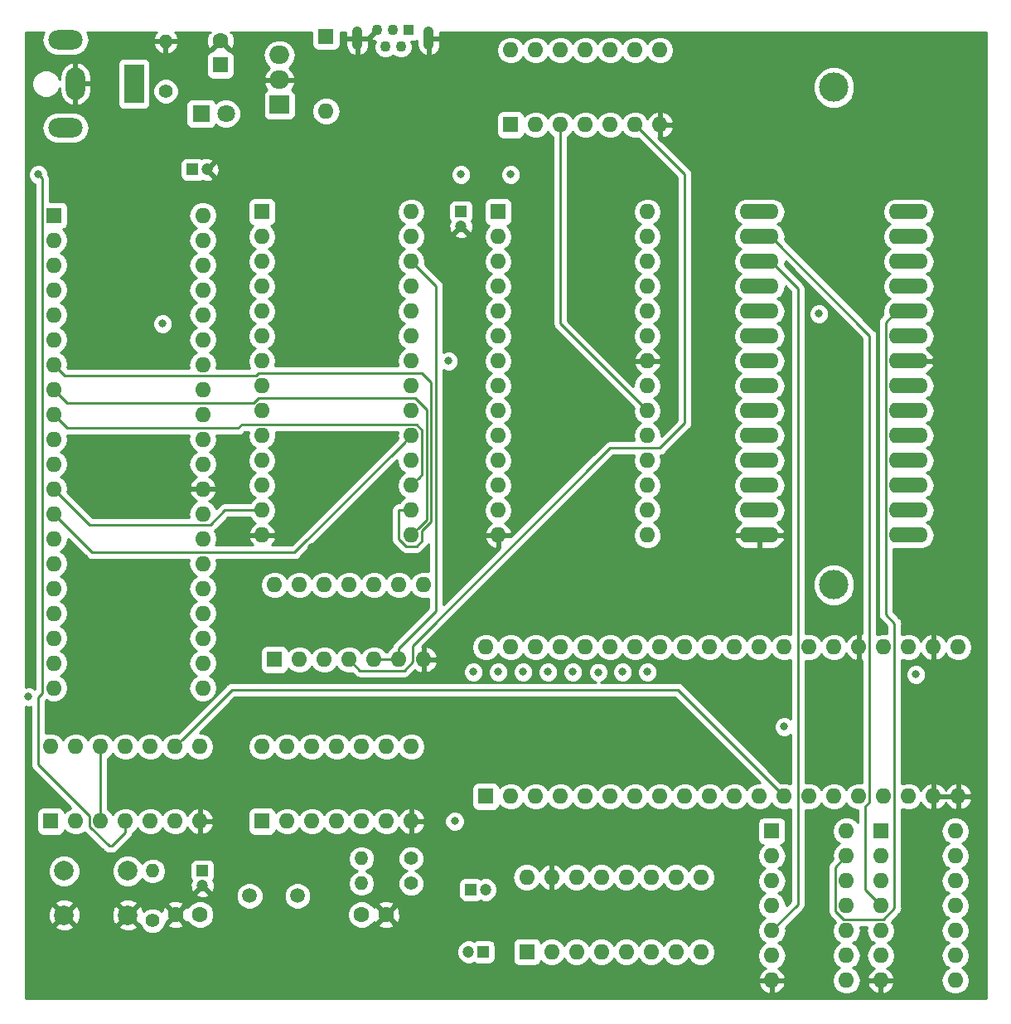
<source format=gbr>
G04 #@! TF.GenerationSoftware,KiCad,Pcbnew,(5.0.0)*
G04 #@! TF.CreationDate,2018-09-23T22:59:08+02:00*
G04 #@! TF.ProjectId,RED_80,5245445F38302E6B696361645F706362,rev?*
G04 #@! TF.SameCoordinates,Original*
G04 #@! TF.FileFunction,Copper,L3,Inr,Signal*
G04 #@! TF.FilePolarity,Positive*
%FSLAX46Y46*%
G04 Gerber Fmt 4.6, Leading zero omitted, Abs format (unit mm)*
G04 Created by KiCad (PCBNEW (5.0.0)) date 09/23/18 22:59:08*
%MOMM*%
%LPD*%
G01*
G04 APERTURE LIST*
G04 #@! TA.AperFunction,ViaPad*
%ADD10R,2.000000X4.000000*%
G04 #@! TD*
G04 #@! TA.AperFunction,ViaPad*
%ADD11O,2.000000X3.300000*%
G04 #@! TD*
G04 #@! TA.AperFunction,ViaPad*
%ADD12O,3.500000X2.000000*%
G04 #@! TD*
G04 #@! TA.AperFunction,ViaPad*
%ADD13R,1.600000X1.600000*%
G04 #@! TD*
G04 #@! TA.AperFunction,ViaPad*
%ADD14O,1.600000X1.600000*%
G04 #@! TD*
G04 #@! TA.AperFunction,WasherPad*
%ADD15C,3.000000*%
G04 #@! TD*
G04 #@! TA.AperFunction,ViaPad*
%ADD16O,4.000000X1.600000*%
G04 #@! TD*
G04 #@! TA.AperFunction,ViaPad*
%ADD17R,1.200000X1.200000*%
G04 #@! TD*
G04 #@! TA.AperFunction,ViaPad*
%ADD18C,1.200000*%
G04 #@! TD*
G04 #@! TA.AperFunction,ViaPad*
%ADD19C,1.400000*%
G04 #@! TD*
G04 #@! TA.AperFunction,ViaPad*
%ADD20O,1.400000X1.400000*%
G04 #@! TD*
G04 #@! TA.AperFunction,ViaPad*
%ADD21C,2.000000*%
G04 #@! TD*
G04 #@! TA.AperFunction,ViaPad*
%ADD22C,1.600000*%
G04 #@! TD*
G04 #@! TA.AperFunction,ViaPad*
%ADD23C,1.500000*%
G04 #@! TD*
G04 #@! TA.AperFunction,ViaPad*
%ADD24C,1.800000*%
G04 #@! TD*
G04 #@! TA.AperFunction,ViaPad*
%ADD25R,1.800000X1.800000*%
G04 #@! TD*
G04 #@! TA.AperFunction,ViaPad*
%ADD26R,1.100000X1.100000*%
G04 #@! TD*
G04 #@! TA.AperFunction,ViaPad*
%ADD27C,1.100000*%
G04 #@! TD*
G04 #@! TA.AperFunction,ViaPad*
%ADD28O,1.100000X2.400000*%
G04 #@! TD*
G04 #@! TA.AperFunction,ViaPad*
%ADD29R,2.000000X1.905000*%
G04 #@! TD*
G04 #@! TA.AperFunction,ViaPad*
%ADD30O,2.000000X1.905000*%
G04 #@! TD*
G04 #@! TA.AperFunction,ViaPad*
%ADD31C,0.800000*%
G04 #@! TD*
G04 #@! TA.AperFunction,Conductor*
%ADD32C,0.250000*%
G04 #@! TD*
G04 #@! TA.AperFunction,Conductor*
%ADD33C,0.254000*%
G04 #@! TD*
G04 APERTURE END LIST*
D10*
G04 #@! TO.N,/DC_IN*
G04 #@! TO.C,J1*
X113919000Y-56769000D03*
D11*
G04 #@! TO.N,GND*
X107919000Y-56769000D03*
D12*
G04 #@! TO.N,N/C*
X106919000Y-52269000D03*
X106919000Y-61269000D03*
G04 #@! TD*
D13*
G04 #@! TO.N,/A14*
G04 #@! TO.C,U2*
X127000000Y-69850000D03*
D14*
G04 #@! TO.N,/D3*
X142240000Y-102870000D03*
G04 #@! TO.N,/A12*
X127000000Y-72390000D03*
G04 #@! TO.N,/D4*
X142240000Y-100330000D03*
G04 #@! TO.N,/A7*
X127000000Y-74930000D03*
G04 #@! TO.N,/D5*
X142240000Y-97790000D03*
G04 #@! TO.N,/A6*
X127000000Y-77470000D03*
G04 #@! TO.N,/D6*
X142240000Y-95250000D03*
G04 #@! TO.N,/A5*
X127000000Y-80010000D03*
G04 #@! TO.N,/D7*
X142240000Y-92710000D03*
G04 #@! TO.N,/A4*
X127000000Y-82550000D03*
G04 #@! TO.N,/RAM_ENABLE*
X142240000Y-90170000D03*
G04 #@! TO.N,/A3*
X127000000Y-85090000D03*
G04 #@! TO.N,/A10*
X142240000Y-87630000D03*
G04 #@! TO.N,/A2*
X127000000Y-87630000D03*
G04 #@! TO.N,SIG_MRD*
X142240000Y-85090000D03*
G04 #@! TO.N,/A1*
X127000000Y-90170000D03*
G04 #@! TO.N,/A11*
X142240000Y-82550000D03*
G04 #@! TO.N,/A0*
X127000000Y-92710000D03*
G04 #@! TO.N,/A9*
X142240000Y-80010000D03*
G04 #@! TO.N,/D0*
X127000000Y-95250000D03*
G04 #@! TO.N,/A8*
X142240000Y-77470000D03*
G04 #@! TO.N,/D1*
X127000000Y-97790000D03*
G04 #@! TO.N,SYS_USER_SELECT*
X142240000Y-74930000D03*
G04 #@! TO.N,/D2*
X127000000Y-100330000D03*
G04 #@! TO.N,SIG_MWR*
X142240000Y-72390000D03*
G04 #@! TO.N,GND*
X127000000Y-102870000D03*
G04 #@! TO.N,MAIN_5V*
X142240000Y-69850000D03*
G04 #@! TD*
D13*
G04 #@! TO.N,Net-(C7-Pad1)*
G04 #@! TO.C,U11*
X154051000Y-145415000D03*
D14*
G04 #@! TO.N,Net-(U11-Pad9)*
X171831000Y-137795000D03*
G04 #@! TO.N,Net-(U11-Pad2)*
X156591000Y-145415000D03*
G04 #@! TO.N,Net-(U11-Pad10)*
X169291000Y-137795000D03*
G04 #@! TO.N,Net-(C7-Pad2)*
X159131000Y-145415000D03*
G04 #@! TO.N,Net-(U10-Pad11)*
X166751000Y-137795000D03*
G04 #@! TO.N,Net-(C8-Pad1)*
X161671000Y-145415000D03*
G04 #@! TO.N,Net-(U10-Pad10)*
X164211000Y-137795000D03*
G04 #@! TO.N,Net-(C8-Pad2)*
X164211000Y-145415000D03*
G04 #@! TO.N,RS232_RX*
X161671000Y-137795000D03*
G04 #@! TO.N,Net-(U11-Pad6)*
X166751000Y-145415000D03*
G04 #@! TO.N,RS232_TX*
X159131000Y-137795000D03*
G04 #@! TO.N,Net-(U11-Pad7)*
X169291000Y-145415000D03*
G04 #@! TO.N,GND*
X156591000Y-137795000D03*
G04 #@! TO.N,Net-(U11-Pad8)*
X171831000Y-145415000D03*
G04 #@! TO.N,MAIN_5V*
X154051000Y-137795000D03*
G04 #@! TD*
G04 #@! TO.N,Net-(U6-Pad28)*
G04 #@! TO.C,U6*
X166370000Y-69850000D03*
G04 #@! TO.N,GND*
X151130000Y-102870000D03*
G04 #@! TO.N,MAIN_5V*
X166370000Y-72390000D03*
G04 #@! TO.N,/D2*
X151130000Y-100330000D03*
G04 #@! TO.N,Net-(U6-Pad26)*
X166370000Y-74930000D03*
G04 #@! TO.N,/D1*
X151130000Y-97790000D03*
G04 #@! TO.N,/A8*
X166370000Y-77470000D03*
G04 #@! TO.N,/D0*
X151130000Y-95250000D03*
G04 #@! TO.N,/A9*
X166370000Y-80010000D03*
G04 #@! TO.N,/A0*
X151130000Y-92710000D03*
G04 #@! TO.N,/A11*
X166370000Y-82550000D03*
G04 #@! TO.N,/A1*
X151130000Y-90170000D03*
G04 #@! TO.N,GND*
X166370000Y-85090000D03*
G04 #@! TO.N,/A2*
X151130000Y-87630000D03*
G04 #@! TO.N,/A10*
X166370000Y-87630000D03*
G04 #@! TO.N,/A3*
X151130000Y-85090000D03*
G04 #@! TO.N,SYS_ROM_ENABLE*
X166370000Y-90170000D03*
G04 #@! TO.N,/A4*
X151130000Y-82550000D03*
G04 #@! TO.N,/D7*
X166370000Y-92710000D03*
G04 #@! TO.N,/A5*
X151130000Y-80010000D03*
G04 #@! TO.N,/D6*
X166370000Y-95250000D03*
G04 #@! TO.N,/A6*
X151130000Y-77470000D03*
G04 #@! TO.N,/D5*
X166370000Y-97790000D03*
G04 #@! TO.N,/A7*
X151130000Y-74930000D03*
G04 #@! TO.N,/D4*
X166370000Y-100330000D03*
G04 #@! TO.N,/A12*
X151130000Y-72390000D03*
G04 #@! TO.N,/D3*
X166370000Y-102870000D03*
D13*
G04 #@! TO.N,Net-(U6-Pad1)*
X151130000Y-69850000D03*
G04 #@! TD*
D15*
G04 #@! TO.N,*
G04 #@! TO.C,U7*
X185420000Y-107950000D03*
X185420000Y-57150000D03*
D16*
G04 #@! TO.N,GND*
X177800000Y-102870000D03*
G04 #@! TO.N,/D3*
X193040000Y-102870000D03*
G04 #@! TO.N,/D2*
X177800000Y-100330000D03*
G04 #@! TO.N,/D4*
X193040000Y-100330000D03*
G04 #@! TO.N,/D1*
X177800000Y-97790000D03*
G04 #@! TO.N,/D5*
X193040000Y-97790000D03*
G04 #@! TO.N,/D0*
X177800000Y-95250000D03*
G04 #@! TO.N,/D6*
X193040000Y-95250000D03*
G04 #@! TO.N,/A0*
X177800000Y-92710000D03*
G04 #@! TO.N,/D7*
X193040000Y-92710000D03*
G04 #@! TO.N,/A1*
X177800000Y-90170000D03*
G04 #@! TO.N,USER_ROM_ENABLE*
X193040000Y-90170000D03*
G04 #@! TO.N,/A2*
X177800000Y-87630000D03*
G04 #@! TO.N,/A10*
X193040000Y-87630000D03*
G04 #@! TO.N,/A3*
X177800000Y-85090000D03*
G04 #@! TO.N,GND*
X193040000Y-85090000D03*
G04 #@! TO.N,/A4*
X177800000Y-82550000D03*
G04 #@! TO.N,/A11*
X193040000Y-82550000D03*
G04 #@! TO.N,/A5*
X177800000Y-80010000D03*
G04 #@! TO.N,/A9*
X193040000Y-80010000D03*
G04 #@! TO.N,/A6*
X177800000Y-77470000D03*
G04 #@! TO.N,/A8*
X193040000Y-77470000D03*
G04 #@! TO.N,/A7*
X177800000Y-74930000D03*
G04 #@! TO.N,Net-(U7-Pad26)*
X193040000Y-74930000D03*
G04 #@! TO.N,/A12*
X177800000Y-72390000D03*
G04 #@! TO.N,MAIN_5V*
X193040000Y-72390000D03*
G04 #@! TO.N,Net-(U7-Pad1)*
X177800000Y-69850000D03*
G04 #@! TO.N,Net-(U7-Pad28)*
X193040000Y-69850000D03*
G04 #@! TD*
D13*
G04 #@! TO.N,/A11*
G04 #@! TO.C,U1*
X105715001Y-70205001D03*
D14*
G04 #@! TO.N,Net-(U1-Pad21)*
X120955001Y-118465001D03*
G04 #@! TO.N,/A12*
X105715001Y-72745001D03*
G04 #@! TO.N,Net-(U1-Pad22)*
X120955001Y-115925001D03*
G04 #@! TO.N,SYS_USER_SELECT*
X105715001Y-75285001D03*
G04 #@! TO.N,Net-(U1-Pad23)*
X120955001Y-113385001D03*
G04 #@! TO.N,/A14*
X105715001Y-77825001D03*
G04 #@! TO.N,Net-(U1-Pad24)*
X120955001Y-110845001D03*
G04 #@! TO.N,/A15*
X105715001Y-80365001D03*
G04 #@! TO.N,Net-(U1-Pad25)*
X120955001Y-108305001D03*
G04 #@! TO.N,CPU_CLK*
X105715001Y-82905001D03*
G04 #@! TO.N,SIG_RST*
X120955001Y-105765001D03*
G04 #@! TO.N,/D4*
X105715001Y-85445001D03*
G04 #@! TO.N,Net-(U1-Pad27)*
X120955001Y-103225001D03*
G04 #@! TO.N,/D3*
X105715001Y-87985001D03*
G04 #@! TO.N,Net-(U1-Pad28)*
X120955001Y-100685001D03*
G04 #@! TO.N,/D5*
X105715001Y-90525001D03*
G04 #@! TO.N,GND*
X120955001Y-98145001D03*
G04 #@! TO.N,/D6*
X105715001Y-93065001D03*
G04 #@! TO.N,/A0*
X120955001Y-95605001D03*
G04 #@! TO.N,MAIN_5V*
X105715001Y-95605001D03*
G04 #@! TO.N,/A1*
X120955001Y-93065001D03*
G04 #@! TO.N,/D2*
X105715001Y-98145001D03*
G04 #@! TO.N,/A2*
X120955001Y-90525001D03*
G04 #@! TO.N,/D7*
X105715001Y-100685001D03*
G04 #@! TO.N,/A3*
X120955001Y-87985001D03*
G04 #@! TO.N,/D0*
X105715001Y-103225001D03*
G04 #@! TO.N,/A4*
X120955001Y-85445001D03*
G04 #@! TO.N,/D1*
X105715001Y-105765001D03*
G04 #@! TO.N,/A5*
X120955001Y-82905001D03*
G04 #@! TO.N,Net-(U1-Pad16)*
X105715001Y-108305001D03*
G04 #@! TO.N,/A6*
X120955001Y-80365001D03*
G04 #@! TO.N,Net-(U1-Pad17)*
X105715001Y-110845001D03*
G04 #@! TO.N,/A7*
X120955001Y-77825001D03*
G04 #@! TO.N,Net-(U1-Pad18)*
X105715001Y-113385001D03*
G04 #@! TO.N,/A8*
X120955001Y-75285001D03*
G04 #@! TO.N,Net-(U1-Pad19)*
X105715001Y-115925001D03*
G04 #@! TO.N,/A9*
X120955001Y-72745001D03*
G04 #@! TO.N,Net-(U1-Pad20)*
X105715001Y-118465001D03*
G04 #@! TO.N,/A10*
X120955001Y-70205001D03*
G04 #@! TD*
D13*
G04 #@! TO.N,Net-(C3-Pad1)*
G04 #@! TO.C,U5*
X127000000Y-132080000D03*
D14*
G04 #@! TO.N,N/C*
X142240000Y-124460000D03*
G04 #@! TO.N,SIG_RST*
X129540000Y-132080000D03*
G04 #@! TO.N,N/C*
X139700000Y-124460000D03*
G04 #@! TO.N,Net-(C4-Pad1)*
X132080000Y-132080000D03*
G04 #@! TO.N,N/C*
X137160000Y-124460000D03*
G04 #@! TO.N,Net-(R2-Pad1)*
X134620000Y-132080000D03*
G04 #@! TO.N,N/C*
X134620000Y-124460000D03*
G04 #@! TO.N,Net-(R2-Pad1)*
X137160000Y-132080000D03*
G04 #@! TO.N,N/C*
X132080000Y-124460000D03*
G04 #@! TO.N,CPU_CLK*
X139700000Y-132080000D03*
G04 #@! TO.N,N/C*
X129540000Y-124460000D03*
G04 #@! TO.N,GND*
X142240000Y-132080000D03*
G04 #@! TO.N,MAIN_5V*
X127000000Y-124460000D03*
G04 #@! TD*
D13*
G04 #@! TO.N,Net-(U1-Pad19)*
G04 #@! TO.C,U4*
X105410000Y-132080000D03*
D14*
G04 #@! TO.N,/A15*
X120650000Y-124460000D03*
G04 #@! TO.N,Net-(U1-Pad21)*
X107950000Y-132080000D03*
G04 #@! TO.N,/A14*
X118110000Y-124460000D03*
G04 #@! TO.N,SIG_MRD*
X110490000Y-132080000D03*
G04 #@! TO.N,Net-(U4-Pad10)*
X115570000Y-124460000D03*
G04 #@! TO.N,SIG_MWR*
X113030000Y-132080000D03*
G04 #@! TO.N,ROM_BANK_ON*
X113030000Y-124460000D03*
G04 #@! TO.N,Net-(U1-Pad22)*
X115570000Y-132080000D03*
G04 #@! TO.N,SIG_MRD*
X110490000Y-124460000D03*
G04 #@! TO.N,Net-(U1-Pad19)*
X118110000Y-132080000D03*
G04 #@! TO.N,Net-(U4-Pad10)*
X107950000Y-124460000D03*
G04 #@! TO.N,GND*
X120650000Y-132080000D03*
G04 #@! TO.N,MAIN_5V*
X105410000Y-124460000D03*
G04 #@! TD*
D17*
G04 #@! TO.N,MAIN_5V*
G04 #@! TO.C,C1*
X119888000Y-65532000D03*
D18*
G04 #@! TO.N,GND*
X121388000Y-65532000D03*
G04 #@! TD*
D17*
G04 #@! TO.N,MAIN_5V*
G04 #@! TO.C,C2*
X147320000Y-69850000D03*
D18*
G04 #@! TO.N,GND*
X147320000Y-71350000D03*
G04 #@! TD*
D13*
G04 #@! TO.N,/A15*
G04 #@! TO.C,U3*
X128270000Y-115570000D03*
D14*
G04 #@! TO.N,Net-(U13-Pad6)*
X143510000Y-107950000D03*
G04 #@! TO.N,/A15*
X130810000Y-115570000D03*
G04 #@! TO.N,Net-(U13-Pad6)*
X140970000Y-107950000D03*
G04 #@! TO.N,/RAM_ENABLE*
X133350000Y-115570000D03*
G04 #@! TO.N,Net-(U10-Pad12)*
X138430000Y-107950000D03*
G04 #@! TO.N,/USER_ROM_SELECTED*
X135890000Y-115570000D03*
G04 #@! TO.N,N/C*
X135890000Y-107950000D03*
G04 #@! TO.N,SYS_USER_SELECT*
X138430000Y-115570000D03*
G04 #@! TO.N,N/C*
X133350000Y-107950000D03*
G04 #@! TO.N,SYS_USER_SELECT*
X140970000Y-115570000D03*
G04 #@! TO.N,N/C*
X130810000Y-107950000D03*
G04 #@! TO.N,GND*
X143510000Y-115570000D03*
G04 #@! TO.N,MAIN_5V*
X128270000Y-107950000D03*
G04 #@! TD*
D17*
G04 #@! TO.N,Net-(C3-Pad1)*
G04 #@! TO.C,C3*
X120904000Y-137160000D03*
D18*
G04 #@! TO.N,GND*
X120904000Y-138660000D03*
G04 #@! TD*
D19*
G04 #@! TO.N,MAIN_5V*
G04 #@! TO.C,R1*
X115824000Y-142240000D03*
D20*
G04 #@! TO.N,Net-(C3-Pad1)*
X115824000Y-137160000D03*
G04 #@! TD*
D21*
G04 #@! TO.N,GND*
G04 #@! TO.C,SW1*
X106784000Y-141660000D03*
G04 #@! TO.N,Net-(C3-Pad1)*
X106784000Y-137160000D03*
G04 #@! TO.N,GND*
X113284000Y-141660000D03*
G04 #@! TO.N,Net-(C3-Pad1)*
X113284000Y-137160000D03*
G04 #@! TD*
D22*
G04 #@! TO.N,Net-(C4-Pad1)*
G04 #@! TO.C,C4*
X120650000Y-141605000D03*
G04 #@! TO.N,GND*
X118150000Y-141605000D03*
G04 #@! TD*
G04 #@! TO.N,GND*
G04 #@! TO.C,C5*
X139660000Y-141605000D03*
G04 #@! TO.N,Net-(C5-Pad1)*
X137160000Y-141605000D03*
G04 #@! TD*
D19*
G04 #@! TO.N,Net-(R2-Pad1)*
G04 #@! TO.C,R2*
X142240000Y-135890000D03*
D20*
G04 #@! TO.N,Net-(C4-Pad1)*
X137160000Y-135890000D03*
G04 #@! TD*
G04 #@! TO.N,Net-(C5-Pad1)*
G04 #@! TO.C,R3*
X137160000Y-138430000D03*
D19*
G04 #@! TO.N,Net-(R2-Pad1)*
X142240000Y-138430000D03*
G04 #@! TD*
D23*
G04 #@! TO.N,Net-(C4-Pad1)*
G04 #@! TO.C,Y1*
X125730000Y-139700000D03*
G04 #@! TO.N,Net-(C5-Pad1)*
X130630000Y-139700000D03*
G04 #@! TD*
D13*
G04 #@! TO.N,ROM_BANK_ON*
G04 #@! TO.C,U8*
X152400000Y-60960000D03*
D14*
G04 #@! TO.N,N/C*
X167640000Y-53340000D03*
G04 #@! TO.N,SYS_USER_SELECT*
X154940000Y-60960000D03*
G04 #@! TO.N,N/C*
X165100000Y-53340000D03*
G04 #@! TO.N,SYS_ROM_ENABLE*
X157480000Y-60960000D03*
G04 #@! TO.N,N/C*
X162560000Y-53340000D03*
G04 #@! TO.N,USER_ROM_ENABLE*
X160020000Y-60960000D03*
G04 #@! TO.N,N/C*
X160020000Y-53340000D03*
G04 #@! TO.N,ROM_BANK_ON*
X162560000Y-60960000D03*
G04 #@! TO.N,N/C*
X157480000Y-53340000D03*
G04 #@! TO.N,/USER_ROM_SELECTED*
X165100000Y-60960000D03*
G04 #@! TO.N,N/C*
X154940000Y-53340000D03*
G04 #@! TO.N,GND*
X167640000Y-60960000D03*
G04 #@! TO.N,MAIN_5V*
X152400000Y-53340000D03*
G04 #@! TD*
D13*
G04 #@! TO.N,/DC_IN*
G04 #@! TO.C,C6*
X122745500Y-54864000D03*
D22*
G04 #@! TO.N,GND*
X122745500Y-52364000D03*
G04 #@! TD*
D24*
G04 #@! TO.N,MIAN_5V*
G04 #@! TO.C,D1*
X123317000Y-59817000D03*
D25*
G04 #@! TO.N,Net-(D1-Pad1)*
X120777000Y-59817000D03*
G04 #@! TD*
D26*
G04 #@! TO.N,/DC+5*
G04 #@! TO.C,J2*
X141986000Y-51244500D03*
D27*
G04 #@! TO.N,Net-(J2-Pad2)*
X141186000Y-52994500D03*
G04 #@! TO.N,Net-(J2-Pad3)*
X140386000Y-51244500D03*
G04 #@! TO.N,Net-(J2-Pad4)*
X139586000Y-52994500D03*
G04 #@! TO.N,GND*
X138786000Y-51244500D03*
D28*
X144036000Y-52119500D03*
X136736000Y-52119500D03*
G04 #@! TD*
D20*
G04 #@! TO.N,GND*
G04 #@! TO.C,R4*
X117157500Y-52451000D03*
D19*
G04 #@! TO.N,Net-(D1-Pad1)*
X117157500Y-57531000D03*
G04 #@! TD*
D13*
G04 #@! TO.N,/DC+5*
G04 #@! TO.C,SW2*
X133540500Y-51943000D03*
D14*
G04 #@! TO.N,MIAN_5V*
X133540500Y-59563000D03*
G04 #@! TD*
D29*
G04 #@! TO.N,/DC_IN*
G04 #@! TO.C,U9*
X128778000Y-58928000D03*
D30*
G04 #@! TO.N,GND*
X128778000Y-56388000D03*
G04 #@! TO.N,/DC+5*
X128778000Y-53848000D03*
G04 #@! TD*
D17*
G04 #@! TO.N,Net-(C7-Pad1)*
G04 #@! TO.C,C7*
X149606000Y-145415000D03*
D18*
G04 #@! TO.N,Net-(C7-Pad2)*
X148106000Y-145415000D03*
G04 #@! TD*
G04 #@! TO.N,Net-(C8-Pad2)*
G04 #@! TO.C,C8*
X149836000Y-139065000D03*
D17*
G04 #@! TO.N,Net-(C8-Pad1)*
X148336000Y-139065000D03*
G04 #@! TD*
D13*
G04 #@! TO.N,/D0*
G04 #@! TO.C,U10*
X149860000Y-129540000D03*
D14*
G04 #@! TO.N,SIG_MRD*
X198120000Y-114300000D03*
G04 #@! TO.N,/D1*
X152400000Y-129540000D03*
G04 #@! TO.N,GND*
X195580000Y-114300000D03*
G04 #@! TO.N,/D2*
X154940000Y-129540000D03*
G04 #@! TO.N,Net-(U10-Pad23)*
X193040000Y-114300000D03*
G04 #@! TO.N,/D3*
X157480000Y-129540000D03*
G04 #@! TO.N,Net-(U10-Pad24)*
X190500000Y-114300000D03*
G04 #@! TO.N,/D4*
X160020000Y-129540000D03*
G04 #@! TO.N,GND*
X187960000Y-114300000D03*
G04 #@! TO.N,/D5*
X162560000Y-129540000D03*
G04 #@! TO.N,/A2*
X185420000Y-114300000D03*
G04 #@! TO.N,/D6*
X165100000Y-129540000D03*
G04 #@! TO.N,/A1*
X182880000Y-114300000D03*
G04 #@! TO.N,/D7*
X167640000Y-129540000D03*
G04 #@! TO.N,/A0*
X180340000Y-114300000D03*
G04 #@! TO.N,Net-(U10-Pad15)*
X170180000Y-129540000D03*
G04 #@! TO.N,Net-(U10-Pad29)*
X177800000Y-114300000D03*
G04 #@! TO.N,Net-(U10-Pad10)*
X172720000Y-129540000D03*
G04 #@! TO.N,Net-(U10-Pad30)*
X175260000Y-114300000D03*
G04 #@! TO.N,Net-(U10-Pad11)*
X175260000Y-129540000D03*
G04 #@! TO.N,Net-(U10-Pad31)*
X172720000Y-114300000D03*
G04 #@! TO.N,Net-(U10-Pad12)*
X177800000Y-129540000D03*
G04 #@! TO.N,Net-(U10-Pad32)*
X170180000Y-114300000D03*
G04 #@! TO.N,/A14*
X180340000Y-129540000D03*
G04 #@! TO.N,Net-(U10-Pad33)*
X167640000Y-114300000D03*
G04 #@! TO.N,/A15*
X182880000Y-129540000D03*
G04 #@! TO.N,Net-(U10-Pad34)*
X165100000Y-114300000D03*
G04 #@! TO.N,Net-(U10-Pad15)*
X185420000Y-129540000D03*
G04 #@! TO.N,Net-(U10-Pad35)*
X162560000Y-114300000D03*
G04 #@! TO.N,Net-(U10-Pad16)*
X187960000Y-129540000D03*
G04 #@! TO.N,Net-(U10-Pad36)*
X160020000Y-114300000D03*
G04 #@! TO.N,Net-(U10-Pad17)*
X190500000Y-129540000D03*
G04 #@! TO.N,Net-(U10-Pad37)*
X157480000Y-114300000D03*
G04 #@! TO.N,SIG_MWR*
X193040000Y-129540000D03*
G04 #@! TO.N,Net-(U10-Pad38)*
X154940000Y-114300000D03*
G04 #@! TO.N,GND*
X195580000Y-129540000D03*
G04 #@! TO.N,Net-(U10-Pad39)*
X152400000Y-114300000D03*
G04 #@! TO.N,GND*
X198120000Y-129540000D03*
G04 #@! TO.N,MAIN_5V*
X149860000Y-114300000D03*
G04 #@! TD*
G04 #@! TO.N,MAIN_5V*
G04 #@! TO.C,U12*
X186700816Y-133084329D03*
G04 #@! TO.N,GND*
X179080816Y-148324329D03*
G04 #@! TO.N,/A9*
X186700816Y-135624329D03*
G04 #@! TO.N,Net-(U12-Pad11)*
X179080816Y-145784329D03*
G04 #@! TO.N,/A8*
X186700816Y-138164329D03*
G04 #@! TO.N,/A7*
X179080816Y-143244329D03*
G04 #@! TO.N,Net-(U12-Pad11)*
X186700816Y-140704329D03*
G04 #@! TO.N,/A6*
X179080816Y-140704329D03*
G04 #@! TO.N,Net-(U12-Pad10)*
X186700816Y-143244329D03*
G04 #@! TO.N,Net-(U12-Pad3)*
X179080816Y-138164329D03*
X186700816Y-145784329D03*
G04 #@! TO.N,/A4*
X179080816Y-135624329D03*
G04 #@! TO.N,/A5*
X186700816Y-148324329D03*
D13*
G04 #@! TO.N,/A3*
X179080816Y-133084329D03*
G04 #@! TD*
G04 #@! TO.N,Net-(U12-Pad10)*
G04 #@! TO.C,U13*
X190205815Y-133084329D03*
D14*
G04 #@! TO.N,/A11*
X197825815Y-148324329D03*
G04 #@! TO.N,/A10*
X190205815Y-135624329D03*
G04 #@! TO.N,Net-(U13-Pad3)*
X197825815Y-145784329D03*
X190205815Y-138164329D03*
G04 #@! TO.N,N/C*
X197825815Y-143244329D03*
G04 #@! TO.N,/A12*
X190205815Y-140704329D03*
G04 #@! TO.N,N/C*
X197825815Y-140704329D03*
G04 #@! TO.N,SYS_USER_SELECT*
X190205815Y-143244329D03*
G04 #@! TO.N,N/C*
X197825815Y-138164329D03*
G04 #@! TO.N,Net-(U13-Pad6)*
X190205815Y-145784329D03*
G04 #@! TO.N,N/C*
X197825815Y-135624329D03*
G04 #@! TO.N,GND*
X190205815Y-148324329D03*
G04 #@! TO.N,MAIN_5V*
X197825815Y-133084329D03*
G04 #@! TD*
D31*
G04 #@! TO.N,GND*
X132080000Y-101600000D03*
X132080000Y-104140000D03*
X165100000Y-63500000D03*
X187325000Y-121539000D03*
X192913000Y-122047000D03*
X119380000Y-120904000D03*
X194056000Y-146304000D03*
X121920000Y-122428000D03*
G04 #@! TO.N,MAIN_5V*
X147320000Y-66040000D03*
X152400000Y-66040000D03*
G04 #@! TO.N,/A11*
X116840000Y-81280000D03*
G04 #@! TO.N,/A14*
X103124000Y-119379980D03*
G04 #@! TO.N,/A15*
X180340000Y-122428000D03*
G04 #@! TO.N,/D4*
X158750000Y-116840000D03*
G04 #@! TO.N,/D3*
X156210000Y-116839990D03*
G04 #@! TO.N,/D5*
X161370862Y-116871091D03*
G04 #@! TO.N,/D6*
X163830000Y-116840000D03*
G04 #@! TO.N,/D2*
X153670000Y-116840008D03*
G04 #@! TO.N,/D7*
X166370000Y-116839998D03*
G04 #@! TO.N,/D0*
X148590000Y-116840000D03*
G04 #@! TO.N,/D1*
X151130000Y-116840000D03*
G04 #@! TO.N,/A5*
X183896000Y-80264000D03*
G04 #@! TO.N,SIG_MRD*
X146050058Y-85090000D03*
X146685000Y-132080000D03*
G04 #@! TO.N,SIG_MWR*
X104140000Y-66040000D03*
G04 #@! TO.N,Net-(U13-Pad6)*
X193802000Y-117094000D03*
G04 #@! TD*
D32*
G04 #@! TO.N,/A12*
X179000000Y-72390000D02*
X177800000Y-72390000D01*
X189085001Y-82475001D02*
X179000000Y-72390000D01*
X189085001Y-130080001D02*
X189085001Y-82475001D01*
X188595000Y-130570002D02*
X189085001Y-130080001D01*
X188595000Y-139093514D02*
X188595000Y-130570002D01*
X190205815Y-140704329D02*
X188595000Y-139093514D01*
G04 #@! TO.N,/A14*
X118909999Y-123660001D02*
X118110000Y-124460000D01*
X123915001Y-118654999D02*
X118909999Y-123660001D01*
X169454999Y-118654999D02*
X123915001Y-118654999D01*
X180340000Y-129540000D02*
X169454999Y-118654999D01*
G04 #@! TO.N,/D4*
X140970000Y-103265002D02*
X140970000Y-100330000D01*
X141699999Y-103995001D02*
X140970000Y-103265002D01*
X143365001Y-103410001D02*
X142780001Y-103995001D01*
X140970000Y-100330000D02*
X142240000Y-100330000D01*
X143365001Y-102381409D02*
X143365001Y-103410001D01*
X144265020Y-101481390D02*
X143365001Y-102381409D01*
X106840002Y-86570002D02*
X126394996Y-86570002D01*
X105715001Y-85445001D02*
X106840002Y-86570002D01*
X126604998Y-86360000D02*
X143355038Y-86360000D01*
X142780001Y-103995001D02*
X141699999Y-103995001D01*
X143355038Y-86360000D02*
X144265020Y-87269982D01*
X126394996Y-86570002D02*
X126604998Y-86360000D01*
X144265020Y-87269982D02*
X144265020Y-101481390D01*
G04 #@! TO.N,/D3*
X126104998Y-89400000D02*
X126604998Y-88900000D01*
X105715001Y-87985001D02*
X107130000Y-89400000D01*
X107130000Y-89400000D02*
X126104998Y-89400000D01*
X143039999Y-102070001D02*
X142240000Y-102870000D01*
X143815011Y-101294989D02*
X143039999Y-102070001D01*
X143815011Y-90080009D02*
X143815011Y-101294989D01*
X142635002Y-88900000D02*
X143815011Y-90080009D01*
X126604998Y-88900000D02*
X142635002Y-88900000D01*
G04 #@! TO.N,/D5*
X143365001Y-96664999D02*
X143039999Y-96990001D01*
X143365001Y-92169999D02*
X143365001Y-96664999D01*
X143039999Y-96990001D02*
X142240000Y-97790000D01*
X142780001Y-91584999D02*
X143365001Y-92169999D01*
X124919999Y-91584999D02*
X142780001Y-91584999D01*
X124564998Y-91940000D02*
X124919999Y-91584999D01*
X107130000Y-91940000D02*
X124564998Y-91940000D01*
X105715001Y-90525001D02*
X107130000Y-91940000D01*
G04 #@! TO.N,/D2*
X123190000Y-100330000D02*
X127000000Y-100330000D01*
X121709998Y-101810002D02*
X123190000Y-100330000D01*
X105715001Y-98145001D02*
X109380002Y-101810002D01*
X109380002Y-101810002D02*
X121709998Y-101810002D01*
G04 #@! TO.N,/D7*
X141440001Y-93509999D02*
X142240000Y-92710000D01*
X130310000Y-104640000D02*
X141440001Y-93509999D01*
X109670000Y-104640000D02*
X130310000Y-104640000D01*
X105715001Y-100685001D02*
X109670000Y-104640000D01*
G04 #@! TO.N,/A7*
X179000000Y-74930000D02*
X177800000Y-74930000D01*
X181754999Y-77684999D02*
X179000000Y-74930000D01*
X181754999Y-140570146D02*
X181754999Y-77684999D01*
X179080816Y-143244329D02*
X181754999Y-140570146D01*
G04 #@! TO.N,/A9*
X185575815Y-141244330D02*
X186444485Y-142113000D01*
X186700816Y-135624329D02*
X185575815Y-136749330D01*
X185575815Y-136749330D02*
X185575815Y-141244330D01*
X191625001Y-140950145D02*
X191625001Y-111869001D01*
X186444485Y-142113000D02*
X190462146Y-142113000D01*
X190462146Y-142113000D02*
X191625001Y-140950145D01*
X191840000Y-80010000D02*
X193040000Y-80010000D01*
X190714990Y-81135010D02*
X191840000Y-80010000D01*
X190714990Y-110958990D02*
X190714990Y-81135010D01*
X191625001Y-111869001D02*
X190714990Y-110958990D01*
G04 #@! TO.N,SIG_MRD*
X110490000Y-124460000D02*
X110490000Y-132080000D01*
G04 #@! TO.N,SIG_MWR*
X104140000Y-119437002D02*
X104539999Y-119037003D01*
X109364999Y-131539999D02*
X104140000Y-126315000D01*
X113030000Y-132080000D02*
X113030000Y-133211370D01*
X113030000Y-133211370D02*
X111621370Y-134620000D01*
X111364998Y-134620000D02*
X109364999Y-132620001D01*
X104539999Y-119037003D02*
X104539999Y-66439999D01*
X109364999Y-132620001D02*
X109364999Y-131539999D01*
X104539999Y-66439999D02*
X104140000Y-66040000D01*
X111621370Y-134620000D02*
X111364998Y-134620000D01*
X104140000Y-126315000D02*
X104140000Y-119437002D01*
G04 #@! TO.N,SYS_USER_SELECT*
X140970000Y-115570000D02*
X138430000Y-115570000D01*
X143039999Y-75729999D02*
X142240000Y-74930000D01*
X144780000Y-77470000D02*
X143039999Y-75729999D01*
X144780000Y-110628630D02*
X144780000Y-77470000D01*
X140970000Y-115570000D02*
X140970000Y-114438630D01*
X140970000Y-114438630D02*
X144780000Y-110628630D01*
G04 #@! TO.N,SYS_ROM_ENABLE*
X157480000Y-81280000D02*
X166370000Y-90170000D01*
X157480000Y-60960000D02*
X157480000Y-81280000D01*
G04 #@! TO.N,/USER_ROM_SELECTED*
X170180000Y-66040000D02*
X165100000Y-60960000D01*
X167640000Y-93980000D02*
X170180000Y-91440000D01*
X135890000Y-115570000D02*
X137015001Y-116695001D01*
X137015001Y-116695001D02*
X141510001Y-116695001D01*
X141510001Y-116695001D02*
X142384999Y-115820003D01*
X142384999Y-115820003D02*
X142384999Y-114155001D01*
X142384999Y-114155001D02*
X162560000Y-93980000D01*
X170180000Y-91440000D02*
X170180000Y-66040000D01*
X162560000Y-93980000D02*
X167640000Y-93980000D01*
G04 #@! TD*
D33*
G04 #@! TO.N,GND*
G36*
X104628864Y-51631055D02*
X104501969Y-52269000D01*
X104628864Y-52906945D01*
X104990231Y-53447769D01*
X105531055Y-53809136D01*
X106007969Y-53904000D01*
X107830031Y-53904000D01*
X108306945Y-53809136D01*
X108847769Y-53447769D01*
X109209136Y-52906945D01*
X109233525Y-52784331D01*
X115864773Y-52784331D01*
X116090736Y-53253663D01*
X116479104Y-53600797D01*
X116824171Y-53743716D01*
X117030500Y-53620374D01*
X117030500Y-52578000D01*
X117284500Y-52578000D01*
X117284500Y-53620374D01*
X117490829Y-53743716D01*
X117835896Y-53600797D01*
X118224264Y-53253663D01*
X118450227Y-52784331D01*
X118327706Y-52578000D01*
X117284500Y-52578000D01*
X117030500Y-52578000D01*
X115987294Y-52578000D01*
X115864773Y-52784331D01*
X109233525Y-52784331D01*
X109336031Y-52269000D01*
X109209136Y-51631055D01*
X109128250Y-51510000D01*
X116245505Y-51510000D01*
X116090736Y-51648337D01*
X115864773Y-52117669D01*
X115987294Y-52324000D01*
X117030500Y-52324000D01*
X117030500Y-52304000D01*
X117284500Y-52304000D01*
X117284500Y-52324000D01*
X118327706Y-52324000D01*
X118450227Y-52117669D01*
X118224264Y-51648337D01*
X118069495Y-51510000D01*
X121711892Y-51510000D01*
X121737753Y-51535861D01*
X121491636Y-51609995D01*
X121298535Y-52147223D01*
X121325722Y-52717454D01*
X121491636Y-53118005D01*
X121737755Y-53192139D01*
X122565895Y-52364000D01*
X122551752Y-52349858D01*
X122731358Y-52170252D01*
X122745500Y-52184395D01*
X122759642Y-52170252D01*
X122939248Y-52349858D01*
X122925105Y-52364000D01*
X123753245Y-53192139D01*
X123999364Y-53118005D01*
X124192465Y-52580777D01*
X124165278Y-52010546D01*
X123999364Y-51609995D01*
X123753247Y-51535861D01*
X123779108Y-51510000D01*
X132093060Y-51510000D01*
X132093060Y-52743000D01*
X132142343Y-52990765D01*
X132282691Y-53200809D01*
X132492735Y-53341157D01*
X132740500Y-53390440D01*
X134340500Y-53390440D01*
X134588265Y-53341157D01*
X134798309Y-53200809D01*
X134938657Y-52990765D01*
X134987940Y-52743000D01*
X134987940Y-52246500D01*
X135551000Y-52246500D01*
X135551000Y-52896500D01*
X135689804Y-53340313D01*
X135987882Y-53697224D01*
X136399854Y-53912898D01*
X136426256Y-53913303D01*
X136609000Y-53787861D01*
X136609000Y-52246500D01*
X136863000Y-52246500D01*
X136863000Y-53787861D01*
X137045744Y-53913303D01*
X137072146Y-53912898D01*
X137484118Y-53697224D01*
X137782196Y-53340313D01*
X137921000Y-52896500D01*
X137921000Y-52246500D01*
X136863000Y-52246500D01*
X136609000Y-52246500D01*
X135551000Y-52246500D01*
X134987940Y-52246500D01*
X134987940Y-51510000D01*
X135551000Y-51510000D01*
X135551000Y-51992500D01*
X136609000Y-51992500D01*
X136609000Y-51972500D01*
X136863000Y-51972500D01*
X136863000Y-51992500D01*
X137921000Y-51992500D01*
X137921000Y-51883740D01*
X137959567Y-51891328D01*
X138340895Y-51510000D01*
X138700105Y-51510000D01*
X138139172Y-52070933D01*
X138182508Y-52291201D01*
X138543957Y-52413659D01*
X138401000Y-52758789D01*
X138401000Y-53230211D01*
X138581405Y-53665749D01*
X138914751Y-53999095D01*
X139350289Y-54179500D01*
X139821711Y-54179500D01*
X140257249Y-53999095D01*
X140386000Y-53870344D01*
X140514751Y-53999095D01*
X140950289Y-54179500D01*
X141421711Y-54179500D01*
X141857249Y-53999095D01*
X142190595Y-53665749D01*
X142371000Y-53230211D01*
X142371000Y-52758789D01*
X142239757Y-52441940D01*
X142536000Y-52441940D01*
X142783765Y-52392657D01*
X142851000Y-52347732D01*
X142851000Y-52896500D01*
X142989804Y-53340313D01*
X143287882Y-53697224D01*
X143699854Y-53912898D01*
X143726256Y-53913303D01*
X143909000Y-53787861D01*
X143909000Y-52246500D01*
X144163000Y-52246500D01*
X144163000Y-53787861D01*
X144345744Y-53913303D01*
X144372146Y-53912898D01*
X144784118Y-53697224D01*
X145082196Y-53340313D01*
X145082293Y-53340000D01*
X150936887Y-53340000D01*
X151048260Y-53899909D01*
X151365423Y-54374577D01*
X151840091Y-54691740D01*
X152258667Y-54775000D01*
X152541333Y-54775000D01*
X152959909Y-54691740D01*
X153434577Y-54374577D01*
X153670000Y-54022242D01*
X153905423Y-54374577D01*
X154380091Y-54691740D01*
X154798667Y-54775000D01*
X155081333Y-54775000D01*
X155499909Y-54691740D01*
X155974577Y-54374577D01*
X156210000Y-54022242D01*
X156445423Y-54374577D01*
X156920091Y-54691740D01*
X157338667Y-54775000D01*
X157621333Y-54775000D01*
X158039909Y-54691740D01*
X158514577Y-54374577D01*
X158750000Y-54022242D01*
X158985423Y-54374577D01*
X159460091Y-54691740D01*
X159878667Y-54775000D01*
X160161333Y-54775000D01*
X160579909Y-54691740D01*
X161054577Y-54374577D01*
X161290000Y-54022242D01*
X161525423Y-54374577D01*
X162000091Y-54691740D01*
X162418667Y-54775000D01*
X162701333Y-54775000D01*
X163119909Y-54691740D01*
X163594577Y-54374577D01*
X163830000Y-54022242D01*
X164065423Y-54374577D01*
X164540091Y-54691740D01*
X164958667Y-54775000D01*
X165241333Y-54775000D01*
X165659909Y-54691740D01*
X166134577Y-54374577D01*
X166370000Y-54022242D01*
X166605423Y-54374577D01*
X167080091Y-54691740D01*
X167498667Y-54775000D01*
X167781333Y-54775000D01*
X168199909Y-54691740D01*
X168674577Y-54374577D01*
X168991740Y-53899909D01*
X169103113Y-53340000D01*
X168991740Y-52780091D01*
X168674577Y-52305423D01*
X168199909Y-51988260D01*
X167781333Y-51905000D01*
X167498667Y-51905000D01*
X167080091Y-51988260D01*
X166605423Y-52305423D01*
X166370000Y-52657758D01*
X166134577Y-52305423D01*
X165659909Y-51988260D01*
X165241333Y-51905000D01*
X164958667Y-51905000D01*
X164540091Y-51988260D01*
X164065423Y-52305423D01*
X163830000Y-52657758D01*
X163594577Y-52305423D01*
X163119909Y-51988260D01*
X162701333Y-51905000D01*
X162418667Y-51905000D01*
X162000091Y-51988260D01*
X161525423Y-52305423D01*
X161290000Y-52657758D01*
X161054577Y-52305423D01*
X160579909Y-51988260D01*
X160161333Y-51905000D01*
X159878667Y-51905000D01*
X159460091Y-51988260D01*
X158985423Y-52305423D01*
X158750000Y-52657758D01*
X158514577Y-52305423D01*
X158039909Y-51988260D01*
X157621333Y-51905000D01*
X157338667Y-51905000D01*
X156920091Y-51988260D01*
X156445423Y-52305423D01*
X156210000Y-52657758D01*
X155974577Y-52305423D01*
X155499909Y-51988260D01*
X155081333Y-51905000D01*
X154798667Y-51905000D01*
X154380091Y-51988260D01*
X153905423Y-52305423D01*
X153670000Y-52657758D01*
X153434577Y-52305423D01*
X152959909Y-51988260D01*
X152541333Y-51905000D01*
X152258667Y-51905000D01*
X151840091Y-51988260D01*
X151365423Y-52305423D01*
X151048260Y-52780091D01*
X150936887Y-53340000D01*
X145082293Y-53340000D01*
X145221000Y-52896500D01*
X145221000Y-52246500D01*
X144163000Y-52246500D01*
X143909000Y-52246500D01*
X143889000Y-52246500D01*
X143889000Y-51992500D01*
X143909000Y-51992500D01*
X143909000Y-51972500D01*
X144163000Y-51972500D01*
X144163000Y-51992500D01*
X145221000Y-51992500D01*
X145221000Y-51510000D01*
X200966001Y-51510000D01*
X200966000Y-150166000D01*
X102818000Y-150166000D01*
X102818000Y-148673368D01*
X177688912Y-148673368D01*
X177849775Y-149061752D01*
X178225682Y-149476718D01*
X178731775Y-149716243D01*
X178953816Y-149594958D01*
X178953816Y-148451329D01*
X179207816Y-148451329D01*
X179207816Y-149594958D01*
X179429857Y-149716243D01*
X179935950Y-149476718D01*
X180311857Y-149061752D01*
X180472720Y-148673368D01*
X180350731Y-148451329D01*
X179207816Y-148451329D01*
X178953816Y-148451329D01*
X177810901Y-148451329D01*
X177688912Y-148673368D01*
X102818000Y-148673368D01*
X102818000Y-145169343D01*
X146871000Y-145169343D01*
X146871000Y-145660657D01*
X147059018Y-146114571D01*
X147406429Y-146461982D01*
X147860343Y-146650000D01*
X148351657Y-146650000D01*
X148636683Y-146531938D01*
X148758235Y-146613157D01*
X149006000Y-146662440D01*
X150206000Y-146662440D01*
X150453765Y-146613157D01*
X150663809Y-146472809D01*
X150804157Y-146262765D01*
X150853440Y-146015000D01*
X150853440Y-144815000D01*
X150813658Y-144615000D01*
X152603560Y-144615000D01*
X152603560Y-146215000D01*
X152652843Y-146462765D01*
X152793191Y-146672809D01*
X153003235Y-146813157D01*
X153251000Y-146862440D01*
X154851000Y-146862440D01*
X155098765Y-146813157D01*
X155308809Y-146672809D01*
X155449157Y-146462765D01*
X155475785Y-146328894D01*
X155556423Y-146449577D01*
X156031091Y-146766740D01*
X156449667Y-146850000D01*
X156732333Y-146850000D01*
X157150909Y-146766740D01*
X157625577Y-146449577D01*
X157861000Y-146097242D01*
X158096423Y-146449577D01*
X158571091Y-146766740D01*
X158989667Y-146850000D01*
X159272333Y-146850000D01*
X159690909Y-146766740D01*
X160165577Y-146449577D01*
X160401000Y-146097242D01*
X160636423Y-146449577D01*
X161111091Y-146766740D01*
X161529667Y-146850000D01*
X161812333Y-146850000D01*
X162230909Y-146766740D01*
X162705577Y-146449577D01*
X162941000Y-146097242D01*
X163176423Y-146449577D01*
X163651091Y-146766740D01*
X164069667Y-146850000D01*
X164352333Y-146850000D01*
X164770909Y-146766740D01*
X165245577Y-146449577D01*
X165481000Y-146097242D01*
X165716423Y-146449577D01*
X166191091Y-146766740D01*
X166609667Y-146850000D01*
X166892333Y-146850000D01*
X167310909Y-146766740D01*
X167785577Y-146449577D01*
X168021000Y-146097242D01*
X168256423Y-146449577D01*
X168731091Y-146766740D01*
X169149667Y-146850000D01*
X169432333Y-146850000D01*
X169850909Y-146766740D01*
X170325577Y-146449577D01*
X170561000Y-146097242D01*
X170796423Y-146449577D01*
X171271091Y-146766740D01*
X171689667Y-146850000D01*
X171972333Y-146850000D01*
X172390909Y-146766740D01*
X172865577Y-146449577D01*
X173182740Y-145974909D01*
X173294113Y-145415000D01*
X173182740Y-144855091D01*
X172865577Y-144380423D01*
X172390909Y-144063260D01*
X171972333Y-143980000D01*
X171689667Y-143980000D01*
X171271091Y-144063260D01*
X170796423Y-144380423D01*
X170561000Y-144732758D01*
X170325577Y-144380423D01*
X169850909Y-144063260D01*
X169432333Y-143980000D01*
X169149667Y-143980000D01*
X168731091Y-144063260D01*
X168256423Y-144380423D01*
X168021000Y-144732758D01*
X167785577Y-144380423D01*
X167310909Y-144063260D01*
X166892333Y-143980000D01*
X166609667Y-143980000D01*
X166191091Y-144063260D01*
X165716423Y-144380423D01*
X165481000Y-144732758D01*
X165245577Y-144380423D01*
X164770909Y-144063260D01*
X164352333Y-143980000D01*
X164069667Y-143980000D01*
X163651091Y-144063260D01*
X163176423Y-144380423D01*
X162941000Y-144732758D01*
X162705577Y-144380423D01*
X162230909Y-144063260D01*
X161812333Y-143980000D01*
X161529667Y-143980000D01*
X161111091Y-144063260D01*
X160636423Y-144380423D01*
X160401000Y-144732758D01*
X160165577Y-144380423D01*
X159690909Y-144063260D01*
X159272333Y-143980000D01*
X158989667Y-143980000D01*
X158571091Y-144063260D01*
X158096423Y-144380423D01*
X157861000Y-144732758D01*
X157625577Y-144380423D01*
X157150909Y-144063260D01*
X156732333Y-143980000D01*
X156449667Y-143980000D01*
X156031091Y-144063260D01*
X155556423Y-144380423D01*
X155475785Y-144501106D01*
X155449157Y-144367235D01*
X155308809Y-144157191D01*
X155098765Y-144016843D01*
X154851000Y-143967560D01*
X153251000Y-143967560D01*
X153003235Y-144016843D01*
X152793191Y-144157191D01*
X152652843Y-144367235D01*
X152603560Y-144615000D01*
X150813658Y-144615000D01*
X150804157Y-144567235D01*
X150663809Y-144357191D01*
X150453765Y-144216843D01*
X150206000Y-144167560D01*
X149006000Y-144167560D01*
X148758235Y-144216843D01*
X148636683Y-144298062D01*
X148351657Y-144180000D01*
X147860343Y-144180000D01*
X147406429Y-144368018D01*
X147059018Y-144715429D01*
X146871000Y-145169343D01*
X102818000Y-145169343D01*
X102818000Y-142812532D01*
X105811073Y-142812532D01*
X105909736Y-143079387D01*
X106519461Y-143305908D01*
X107169460Y-143281856D01*
X107658264Y-143079387D01*
X107756927Y-142812532D01*
X112311073Y-142812532D01*
X112409736Y-143079387D01*
X113019461Y-143305908D01*
X113669460Y-143281856D01*
X114158264Y-143079387D01*
X114256927Y-142812532D01*
X113284000Y-141839605D01*
X112311073Y-142812532D01*
X107756927Y-142812532D01*
X106784000Y-141839605D01*
X105811073Y-142812532D01*
X102818000Y-142812532D01*
X102818000Y-141395461D01*
X105138092Y-141395461D01*
X105162144Y-142045460D01*
X105364613Y-142534264D01*
X105631468Y-142632927D01*
X106604395Y-141660000D01*
X106963605Y-141660000D01*
X107936532Y-142632927D01*
X108203387Y-142534264D01*
X108429908Y-141924539D01*
X108410331Y-141395461D01*
X111638092Y-141395461D01*
X111662144Y-142045460D01*
X111864613Y-142534264D01*
X112131468Y-142632927D01*
X113104395Y-141660000D01*
X113463605Y-141660000D01*
X114436532Y-142632927D01*
X114527787Y-142599188D01*
X114692242Y-142996217D01*
X115067783Y-143371758D01*
X115558452Y-143575000D01*
X116089548Y-143575000D01*
X116580217Y-143371758D01*
X116955758Y-142996217D01*
X117114597Y-142612745D01*
X117321861Y-142612745D01*
X117395995Y-142858864D01*
X117933223Y-143051965D01*
X118503454Y-143024778D01*
X118904005Y-142858864D01*
X118978139Y-142612745D01*
X118150000Y-141784605D01*
X117321861Y-142612745D01*
X117114597Y-142612745D01*
X117159000Y-142505548D01*
X117159000Y-142416394D01*
X117970395Y-141605000D01*
X118329605Y-141605000D01*
X119157745Y-142433139D01*
X119403864Y-142359005D01*
X119406290Y-142352254D01*
X119433466Y-142417862D01*
X119837138Y-142821534D01*
X120364561Y-143040000D01*
X120935439Y-143040000D01*
X121462862Y-142821534D01*
X121866534Y-142417862D01*
X122085000Y-141890439D01*
X122085000Y-141319561D01*
X135725000Y-141319561D01*
X135725000Y-141890439D01*
X135943466Y-142417862D01*
X136347138Y-142821534D01*
X136874561Y-143040000D01*
X137445439Y-143040000D01*
X137972862Y-142821534D01*
X138181651Y-142612745D01*
X138831861Y-142612745D01*
X138905995Y-142858864D01*
X139443223Y-143051965D01*
X140013454Y-143024778D01*
X140414005Y-142858864D01*
X140488139Y-142612745D01*
X139660000Y-141784605D01*
X138831861Y-142612745D01*
X138181651Y-142612745D01*
X138376534Y-142417862D01*
X138403525Y-142352701D01*
X138406136Y-142359005D01*
X138652255Y-142433139D01*
X139480395Y-141605000D01*
X139839605Y-141605000D01*
X140667745Y-142433139D01*
X140913864Y-142359005D01*
X141106965Y-141821777D01*
X141079778Y-141251546D01*
X140913864Y-140850995D01*
X140667745Y-140776861D01*
X139839605Y-141605000D01*
X139480395Y-141605000D01*
X138652255Y-140776861D01*
X138406136Y-140850995D01*
X138403710Y-140857746D01*
X138376534Y-140792138D01*
X138181651Y-140597255D01*
X138831861Y-140597255D01*
X139660000Y-141425395D01*
X140488139Y-140597255D01*
X140414005Y-140351136D01*
X139876777Y-140158035D01*
X139306546Y-140185222D01*
X138905995Y-140351136D01*
X138831861Y-140597255D01*
X138181651Y-140597255D01*
X137972862Y-140388466D01*
X137445439Y-140170000D01*
X136874561Y-140170000D01*
X136347138Y-140388466D01*
X135943466Y-140792138D01*
X135725000Y-141319561D01*
X122085000Y-141319561D01*
X121866534Y-140792138D01*
X121462862Y-140388466D01*
X120935439Y-140170000D01*
X120364561Y-140170000D01*
X119837138Y-140388466D01*
X119433466Y-140792138D01*
X119406475Y-140857299D01*
X119403864Y-140850995D01*
X119157745Y-140776861D01*
X118329605Y-141605000D01*
X117970395Y-141605000D01*
X117142255Y-140776861D01*
X116896136Y-140850995D01*
X116744589Y-141272614D01*
X116580217Y-141108242D01*
X116089548Y-140905000D01*
X115558452Y-140905000D01*
X115067783Y-141108242D01*
X114904576Y-141271449D01*
X114703387Y-140785736D01*
X114436532Y-140687073D01*
X113463605Y-141660000D01*
X113104395Y-141660000D01*
X112131468Y-140687073D01*
X111864613Y-140785736D01*
X111638092Y-141395461D01*
X108410331Y-141395461D01*
X108405856Y-141274540D01*
X108203387Y-140785736D01*
X107936532Y-140687073D01*
X106963605Y-141660000D01*
X106604395Y-141660000D01*
X105631468Y-140687073D01*
X105364613Y-140785736D01*
X105138092Y-141395461D01*
X102818000Y-141395461D01*
X102818000Y-140507468D01*
X105811073Y-140507468D01*
X106784000Y-141480395D01*
X107756927Y-140507468D01*
X112311073Y-140507468D01*
X113284000Y-141480395D01*
X114167140Y-140597255D01*
X117321861Y-140597255D01*
X118150000Y-141425395D01*
X118978139Y-140597255D01*
X118904005Y-140351136D01*
X118366777Y-140158035D01*
X117796546Y-140185222D01*
X117395995Y-140351136D01*
X117321861Y-140597255D01*
X114167140Y-140597255D01*
X114256927Y-140507468D01*
X114158264Y-140240613D01*
X113548539Y-140014092D01*
X112898540Y-140038144D01*
X112409736Y-140240613D01*
X112311073Y-140507468D01*
X107756927Y-140507468D01*
X107658264Y-140240613D01*
X107048539Y-140014092D01*
X106398540Y-140038144D01*
X105909736Y-140240613D01*
X105811073Y-140507468D01*
X102818000Y-140507468D01*
X102818000Y-139522735D01*
X120220870Y-139522735D01*
X120270383Y-139748164D01*
X120735036Y-139907807D01*
X121225413Y-139877482D01*
X121537617Y-139748164D01*
X121587130Y-139522735D01*
X121488901Y-139424506D01*
X124345000Y-139424506D01*
X124345000Y-139975494D01*
X124555853Y-140484540D01*
X124945460Y-140874147D01*
X125454506Y-141085000D01*
X126005494Y-141085000D01*
X126514540Y-140874147D01*
X126904147Y-140484540D01*
X127115000Y-139975494D01*
X127115000Y-139424506D01*
X129245000Y-139424506D01*
X129245000Y-139975494D01*
X129455853Y-140484540D01*
X129845460Y-140874147D01*
X130354506Y-141085000D01*
X130905494Y-141085000D01*
X131414540Y-140874147D01*
X131804147Y-140484540D01*
X132015000Y-139975494D01*
X132015000Y-139424506D01*
X131804147Y-138915460D01*
X131414540Y-138525853D01*
X130905494Y-138315000D01*
X130354506Y-138315000D01*
X129845460Y-138525853D01*
X129455853Y-138915460D01*
X129245000Y-139424506D01*
X127115000Y-139424506D01*
X126904147Y-138915460D01*
X126514540Y-138525853D01*
X126005494Y-138315000D01*
X125454506Y-138315000D01*
X124945460Y-138525853D01*
X124555853Y-138915460D01*
X124345000Y-139424506D01*
X121488901Y-139424506D01*
X120904000Y-138839605D01*
X120220870Y-139522735D01*
X102818000Y-139522735D01*
X102818000Y-136834778D01*
X105149000Y-136834778D01*
X105149000Y-137485222D01*
X105397914Y-138086153D01*
X105857847Y-138546086D01*
X106458778Y-138795000D01*
X107109222Y-138795000D01*
X107710153Y-138546086D01*
X108170086Y-138086153D01*
X108419000Y-137485222D01*
X108419000Y-136834778D01*
X111649000Y-136834778D01*
X111649000Y-137485222D01*
X111897914Y-138086153D01*
X112357847Y-138546086D01*
X112958778Y-138795000D01*
X113609222Y-138795000D01*
X114210153Y-138546086D01*
X114670086Y-138086153D01*
X114734055Y-137931718D01*
X114861519Y-138122481D01*
X115303109Y-138417542D01*
X115692515Y-138495000D01*
X115955485Y-138495000D01*
X115975413Y-138491036D01*
X119656193Y-138491036D01*
X119686518Y-138981413D01*
X119815836Y-139293617D01*
X120041265Y-139343130D01*
X120724395Y-138660000D01*
X120710253Y-138645858D01*
X120889858Y-138466253D01*
X120904000Y-138480395D01*
X120918143Y-138466253D01*
X121097748Y-138645858D01*
X121083605Y-138660000D01*
X121766735Y-139343130D01*
X121992164Y-139293617D01*
X122151807Y-138828964D01*
X122121482Y-138338587D01*
X122029495Y-138116510D01*
X122102157Y-138007765D01*
X122151440Y-137760000D01*
X122151440Y-136560000D01*
X122102157Y-136312235D01*
X121961809Y-136102191D01*
X121751765Y-135961843D01*
X121504000Y-135912560D01*
X120304000Y-135912560D01*
X120056235Y-135961843D01*
X119846191Y-136102191D01*
X119705843Y-136312235D01*
X119656560Y-136560000D01*
X119656560Y-137760000D01*
X119705843Y-138007765D01*
X119782709Y-138122802D01*
X119656193Y-138491036D01*
X115975413Y-138491036D01*
X116344891Y-138417542D01*
X116786481Y-138122481D01*
X117081542Y-137680891D01*
X117185154Y-137160000D01*
X117081542Y-136639109D01*
X116786481Y-136197519D01*
X116344891Y-135902458D01*
X116282261Y-135890000D01*
X135798846Y-135890000D01*
X135902458Y-136410891D01*
X136197519Y-136852481D01*
X136639109Y-137147542D01*
X136701739Y-137160000D01*
X136639109Y-137172458D01*
X136197519Y-137467519D01*
X135902458Y-137909109D01*
X135798846Y-138430000D01*
X135902458Y-138950891D01*
X136197519Y-139392481D01*
X136639109Y-139687542D01*
X137028515Y-139765000D01*
X137291485Y-139765000D01*
X137680891Y-139687542D01*
X138122481Y-139392481D01*
X138417542Y-138950891D01*
X138521154Y-138430000D01*
X138417542Y-137909109D01*
X138122481Y-137467519D01*
X137680891Y-137172458D01*
X137618261Y-137160000D01*
X137680891Y-137147542D01*
X138122481Y-136852481D01*
X138417542Y-136410891D01*
X138521154Y-135890000D01*
X138468334Y-135624452D01*
X140905000Y-135624452D01*
X140905000Y-136155548D01*
X141108242Y-136646217D01*
X141483783Y-137021758D01*
X141817528Y-137160000D01*
X141483783Y-137298242D01*
X141108242Y-137673783D01*
X140905000Y-138164452D01*
X140905000Y-138695548D01*
X141108242Y-139186217D01*
X141483783Y-139561758D01*
X141974452Y-139765000D01*
X142505548Y-139765000D01*
X142996217Y-139561758D01*
X143371758Y-139186217D01*
X143575000Y-138695548D01*
X143575000Y-138465000D01*
X147088560Y-138465000D01*
X147088560Y-139665000D01*
X147137843Y-139912765D01*
X147278191Y-140122809D01*
X147488235Y-140263157D01*
X147736000Y-140312440D01*
X148936000Y-140312440D01*
X149183765Y-140263157D01*
X149305317Y-140181938D01*
X149590343Y-140300000D01*
X150081657Y-140300000D01*
X150535571Y-140111982D01*
X150882982Y-139764571D01*
X151071000Y-139310657D01*
X151071000Y-138819343D01*
X150882982Y-138365429D01*
X150535571Y-138018018D01*
X150081657Y-137830000D01*
X149590343Y-137830000D01*
X149305317Y-137948062D01*
X149183765Y-137866843D01*
X148936000Y-137817560D01*
X147736000Y-137817560D01*
X147488235Y-137866843D01*
X147278191Y-138007191D01*
X147137843Y-138217235D01*
X147088560Y-138465000D01*
X143575000Y-138465000D01*
X143575000Y-138164452D01*
X143421968Y-137795000D01*
X152587887Y-137795000D01*
X152699260Y-138354909D01*
X153016423Y-138829577D01*
X153491091Y-139146740D01*
X153909667Y-139230000D01*
X154192333Y-139230000D01*
X154610909Y-139146740D01*
X155085577Y-138829577D01*
X155341947Y-138445892D01*
X155438611Y-138650134D01*
X155853577Y-139026041D01*
X156241961Y-139186904D01*
X156464000Y-139064915D01*
X156464000Y-137922000D01*
X156444000Y-137922000D01*
X156444000Y-137668000D01*
X156464000Y-137668000D01*
X156464000Y-136525085D01*
X156718000Y-136525085D01*
X156718000Y-137668000D01*
X156738000Y-137668000D01*
X156738000Y-137922000D01*
X156718000Y-137922000D01*
X156718000Y-139064915D01*
X156940039Y-139186904D01*
X157328423Y-139026041D01*
X157743389Y-138650134D01*
X157840053Y-138445892D01*
X158096423Y-138829577D01*
X158571091Y-139146740D01*
X158989667Y-139230000D01*
X159272333Y-139230000D01*
X159690909Y-139146740D01*
X160165577Y-138829577D01*
X160401000Y-138477242D01*
X160636423Y-138829577D01*
X161111091Y-139146740D01*
X161529667Y-139230000D01*
X161812333Y-139230000D01*
X162230909Y-139146740D01*
X162705577Y-138829577D01*
X162941000Y-138477242D01*
X163176423Y-138829577D01*
X163651091Y-139146740D01*
X164069667Y-139230000D01*
X164352333Y-139230000D01*
X164770909Y-139146740D01*
X165245577Y-138829577D01*
X165481000Y-138477242D01*
X165716423Y-138829577D01*
X166191091Y-139146740D01*
X166609667Y-139230000D01*
X166892333Y-139230000D01*
X167310909Y-139146740D01*
X167785577Y-138829577D01*
X168021000Y-138477242D01*
X168256423Y-138829577D01*
X168731091Y-139146740D01*
X169149667Y-139230000D01*
X169432333Y-139230000D01*
X169850909Y-139146740D01*
X170325577Y-138829577D01*
X170561000Y-138477242D01*
X170796423Y-138829577D01*
X171271091Y-139146740D01*
X171689667Y-139230000D01*
X171972333Y-139230000D01*
X172390909Y-139146740D01*
X172865577Y-138829577D01*
X173182740Y-138354909D01*
X173294113Y-137795000D01*
X173182740Y-137235091D01*
X172865577Y-136760423D01*
X172390909Y-136443260D01*
X171972333Y-136360000D01*
X171689667Y-136360000D01*
X171271091Y-136443260D01*
X170796423Y-136760423D01*
X170561000Y-137112758D01*
X170325577Y-136760423D01*
X169850909Y-136443260D01*
X169432333Y-136360000D01*
X169149667Y-136360000D01*
X168731091Y-136443260D01*
X168256423Y-136760423D01*
X168021000Y-137112758D01*
X167785577Y-136760423D01*
X167310909Y-136443260D01*
X166892333Y-136360000D01*
X166609667Y-136360000D01*
X166191091Y-136443260D01*
X165716423Y-136760423D01*
X165481000Y-137112758D01*
X165245577Y-136760423D01*
X164770909Y-136443260D01*
X164352333Y-136360000D01*
X164069667Y-136360000D01*
X163651091Y-136443260D01*
X163176423Y-136760423D01*
X162941000Y-137112758D01*
X162705577Y-136760423D01*
X162230909Y-136443260D01*
X161812333Y-136360000D01*
X161529667Y-136360000D01*
X161111091Y-136443260D01*
X160636423Y-136760423D01*
X160401000Y-137112758D01*
X160165577Y-136760423D01*
X159690909Y-136443260D01*
X159272333Y-136360000D01*
X158989667Y-136360000D01*
X158571091Y-136443260D01*
X158096423Y-136760423D01*
X157840053Y-137144108D01*
X157743389Y-136939866D01*
X157328423Y-136563959D01*
X156940039Y-136403096D01*
X156718000Y-136525085D01*
X156464000Y-136525085D01*
X156241961Y-136403096D01*
X155853577Y-136563959D01*
X155438611Y-136939866D01*
X155341947Y-137144108D01*
X155085577Y-136760423D01*
X154610909Y-136443260D01*
X154192333Y-136360000D01*
X153909667Y-136360000D01*
X153491091Y-136443260D01*
X153016423Y-136760423D01*
X152699260Y-137235091D01*
X152587887Y-137795000D01*
X143421968Y-137795000D01*
X143371758Y-137673783D01*
X142996217Y-137298242D01*
X142662472Y-137160000D01*
X142996217Y-137021758D01*
X143371758Y-136646217D01*
X143575000Y-136155548D01*
X143575000Y-135624452D01*
X143371758Y-135133783D01*
X142996217Y-134758242D01*
X142505548Y-134555000D01*
X141974452Y-134555000D01*
X141483783Y-134758242D01*
X141108242Y-135133783D01*
X140905000Y-135624452D01*
X138468334Y-135624452D01*
X138417542Y-135369109D01*
X138122481Y-134927519D01*
X137680891Y-134632458D01*
X137291485Y-134555000D01*
X137028515Y-134555000D01*
X136639109Y-134632458D01*
X136197519Y-134927519D01*
X135902458Y-135369109D01*
X135798846Y-135890000D01*
X116282261Y-135890000D01*
X115955485Y-135825000D01*
X115692515Y-135825000D01*
X115303109Y-135902458D01*
X114861519Y-136197519D01*
X114734055Y-136388282D01*
X114670086Y-136233847D01*
X114210153Y-135773914D01*
X113609222Y-135525000D01*
X112958778Y-135525000D01*
X112357847Y-135773914D01*
X111897914Y-136233847D01*
X111649000Y-136834778D01*
X108419000Y-136834778D01*
X108170086Y-136233847D01*
X107710153Y-135773914D01*
X107109222Y-135525000D01*
X106458778Y-135525000D01*
X105857847Y-135773914D01*
X105397914Y-136233847D01*
X105149000Y-136834778D01*
X102818000Y-136834778D01*
X102818000Y-120373507D01*
X102918126Y-120414980D01*
X103329874Y-120414980D01*
X103380001Y-120394217D01*
X103380000Y-126240153D01*
X103365112Y-126315000D01*
X103380000Y-126389847D01*
X103380000Y-126389851D01*
X103424096Y-126611536D01*
X103592071Y-126862929D01*
X103655530Y-126905331D01*
X107463797Y-130713599D01*
X107390091Y-130728260D01*
X106915423Y-131045423D01*
X106834785Y-131166106D01*
X106808157Y-131032235D01*
X106667809Y-130822191D01*
X106457765Y-130681843D01*
X106210000Y-130632560D01*
X104610000Y-130632560D01*
X104362235Y-130681843D01*
X104152191Y-130822191D01*
X104011843Y-131032235D01*
X103962560Y-131280000D01*
X103962560Y-132880000D01*
X104011843Y-133127765D01*
X104152191Y-133337809D01*
X104362235Y-133478157D01*
X104610000Y-133527440D01*
X106210000Y-133527440D01*
X106457765Y-133478157D01*
X106667809Y-133337809D01*
X106808157Y-133127765D01*
X106834785Y-132993894D01*
X106915423Y-133114577D01*
X107390091Y-133431740D01*
X107808667Y-133515000D01*
X108091333Y-133515000D01*
X108509909Y-133431740D01*
X108860899Y-133197216D01*
X108880529Y-133210332D01*
X110774669Y-135104473D01*
X110817069Y-135167929D01*
X110880525Y-135210329D01*
X111068460Y-135335904D01*
X111116603Y-135345480D01*
X111290146Y-135380000D01*
X111290150Y-135380000D01*
X111364998Y-135394888D01*
X111439846Y-135380000D01*
X111546523Y-135380000D01*
X111621370Y-135394888D01*
X111696217Y-135380000D01*
X111696222Y-135380000D01*
X111917907Y-135335904D01*
X112169299Y-135167929D01*
X112211701Y-135104470D01*
X113514473Y-133801699D01*
X113577929Y-133759299D01*
X113620924Y-133694952D01*
X113745904Y-133507908D01*
X113755480Y-133459765D01*
X113787288Y-133299855D01*
X114064577Y-133114577D01*
X114300000Y-132762242D01*
X114535423Y-133114577D01*
X115010091Y-133431740D01*
X115428667Y-133515000D01*
X115711333Y-133515000D01*
X116129909Y-133431740D01*
X116604577Y-133114577D01*
X116840000Y-132762242D01*
X117075423Y-133114577D01*
X117550091Y-133431740D01*
X117968667Y-133515000D01*
X118251333Y-133515000D01*
X118669909Y-133431740D01*
X119144577Y-133114577D01*
X119400947Y-132730892D01*
X119497611Y-132935134D01*
X119912577Y-133311041D01*
X120300961Y-133471904D01*
X120523000Y-133349915D01*
X120523000Y-132207000D01*
X120777000Y-132207000D01*
X120777000Y-133349915D01*
X120999039Y-133471904D01*
X121387423Y-133311041D01*
X121802389Y-132935134D01*
X122041914Y-132429041D01*
X121920629Y-132207000D01*
X120777000Y-132207000D01*
X120523000Y-132207000D01*
X120503000Y-132207000D01*
X120503000Y-131953000D01*
X120523000Y-131953000D01*
X120523000Y-130810085D01*
X120777000Y-130810085D01*
X120777000Y-131953000D01*
X121920629Y-131953000D01*
X122041914Y-131730959D01*
X121828483Y-131280000D01*
X125552560Y-131280000D01*
X125552560Y-132880000D01*
X125601843Y-133127765D01*
X125742191Y-133337809D01*
X125952235Y-133478157D01*
X126200000Y-133527440D01*
X127800000Y-133527440D01*
X128047765Y-133478157D01*
X128257809Y-133337809D01*
X128398157Y-133127765D01*
X128424785Y-132993894D01*
X128505423Y-133114577D01*
X128980091Y-133431740D01*
X129398667Y-133515000D01*
X129681333Y-133515000D01*
X130099909Y-133431740D01*
X130574577Y-133114577D01*
X130810000Y-132762242D01*
X131045423Y-133114577D01*
X131520091Y-133431740D01*
X131938667Y-133515000D01*
X132221333Y-133515000D01*
X132639909Y-133431740D01*
X133114577Y-133114577D01*
X133350000Y-132762242D01*
X133585423Y-133114577D01*
X134060091Y-133431740D01*
X134478667Y-133515000D01*
X134761333Y-133515000D01*
X135179909Y-133431740D01*
X135654577Y-133114577D01*
X135890000Y-132762242D01*
X136125423Y-133114577D01*
X136600091Y-133431740D01*
X137018667Y-133515000D01*
X137301333Y-133515000D01*
X137719909Y-133431740D01*
X138194577Y-133114577D01*
X138430000Y-132762242D01*
X138665423Y-133114577D01*
X139140091Y-133431740D01*
X139558667Y-133515000D01*
X139841333Y-133515000D01*
X140259909Y-133431740D01*
X140734577Y-133114577D01*
X140990947Y-132730892D01*
X141087611Y-132935134D01*
X141502577Y-133311041D01*
X141890961Y-133471904D01*
X142113000Y-133349915D01*
X142113000Y-132207000D01*
X142367000Y-132207000D01*
X142367000Y-133349915D01*
X142589039Y-133471904D01*
X142977423Y-133311041D01*
X143392389Y-132935134D01*
X143631914Y-132429041D01*
X143510629Y-132207000D01*
X142367000Y-132207000D01*
X142113000Y-132207000D01*
X142093000Y-132207000D01*
X142093000Y-131953000D01*
X142113000Y-131953000D01*
X142113000Y-130810085D01*
X142367000Y-130810085D01*
X142367000Y-131953000D01*
X143510629Y-131953000D01*
X143553712Y-131874126D01*
X145650000Y-131874126D01*
X145650000Y-132285874D01*
X145807569Y-132666280D01*
X146098720Y-132957431D01*
X146479126Y-133115000D01*
X146890874Y-133115000D01*
X147271280Y-132957431D01*
X147562431Y-132666280D01*
X147720000Y-132285874D01*
X147720000Y-131874126D01*
X147562431Y-131493720D01*
X147271280Y-131202569D01*
X146890874Y-131045000D01*
X146479126Y-131045000D01*
X146098720Y-131202569D01*
X145807569Y-131493720D01*
X145650000Y-131874126D01*
X143553712Y-131874126D01*
X143631914Y-131730959D01*
X143392389Y-131224866D01*
X142977423Y-130848959D01*
X142589039Y-130688096D01*
X142367000Y-130810085D01*
X142113000Y-130810085D01*
X141890961Y-130688096D01*
X141502577Y-130848959D01*
X141087611Y-131224866D01*
X140990947Y-131429108D01*
X140734577Y-131045423D01*
X140259909Y-130728260D01*
X139841333Y-130645000D01*
X139558667Y-130645000D01*
X139140091Y-130728260D01*
X138665423Y-131045423D01*
X138430000Y-131397758D01*
X138194577Y-131045423D01*
X137719909Y-130728260D01*
X137301333Y-130645000D01*
X137018667Y-130645000D01*
X136600091Y-130728260D01*
X136125423Y-131045423D01*
X135890000Y-131397758D01*
X135654577Y-131045423D01*
X135179909Y-130728260D01*
X134761333Y-130645000D01*
X134478667Y-130645000D01*
X134060091Y-130728260D01*
X133585423Y-131045423D01*
X133350000Y-131397758D01*
X133114577Y-131045423D01*
X132639909Y-130728260D01*
X132221333Y-130645000D01*
X131938667Y-130645000D01*
X131520091Y-130728260D01*
X131045423Y-131045423D01*
X130810000Y-131397758D01*
X130574577Y-131045423D01*
X130099909Y-130728260D01*
X129681333Y-130645000D01*
X129398667Y-130645000D01*
X128980091Y-130728260D01*
X128505423Y-131045423D01*
X128424785Y-131166106D01*
X128398157Y-131032235D01*
X128257809Y-130822191D01*
X128047765Y-130681843D01*
X127800000Y-130632560D01*
X126200000Y-130632560D01*
X125952235Y-130681843D01*
X125742191Y-130822191D01*
X125601843Y-131032235D01*
X125552560Y-131280000D01*
X121828483Y-131280000D01*
X121802389Y-131224866D01*
X121387423Y-130848959D01*
X120999039Y-130688096D01*
X120777000Y-130810085D01*
X120523000Y-130810085D01*
X120300961Y-130688096D01*
X119912577Y-130848959D01*
X119497611Y-131224866D01*
X119400947Y-131429108D01*
X119144577Y-131045423D01*
X118669909Y-130728260D01*
X118251333Y-130645000D01*
X117968667Y-130645000D01*
X117550091Y-130728260D01*
X117075423Y-131045423D01*
X116840000Y-131397758D01*
X116604577Y-131045423D01*
X116129909Y-130728260D01*
X115711333Y-130645000D01*
X115428667Y-130645000D01*
X115010091Y-130728260D01*
X114535423Y-131045423D01*
X114300000Y-131397758D01*
X114064577Y-131045423D01*
X113589909Y-130728260D01*
X113171333Y-130645000D01*
X112888667Y-130645000D01*
X112470091Y-130728260D01*
X111995423Y-131045423D01*
X111760000Y-131397758D01*
X111524577Y-131045423D01*
X111250000Y-130861957D01*
X111250000Y-125678043D01*
X111524577Y-125494577D01*
X111760000Y-125142242D01*
X111995423Y-125494577D01*
X112470091Y-125811740D01*
X112888667Y-125895000D01*
X113171333Y-125895000D01*
X113589909Y-125811740D01*
X114064577Y-125494577D01*
X114300000Y-125142242D01*
X114535423Y-125494577D01*
X115010091Y-125811740D01*
X115428667Y-125895000D01*
X115711333Y-125895000D01*
X116129909Y-125811740D01*
X116604577Y-125494577D01*
X116840000Y-125142242D01*
X117075423Y-125494577D01*
X117550091Y-125811740D01*
X117968667Y-125895000D01*
X118251333Y-125895000D01*
X118669909Y-125811740D01*
X119144577Y-125494577D01*
X119380000Y-125142242D01*
X119615423Y-125494577D01*
X120090091Y-125811740D01*
X120508667Y-125895000D01*
X120791333Y-125895000D01*
X121209909Y-125811740D01*
X121684577Y-125494577D01*
X122001740Y-125019909D01*
X122113113Y-124460000D01*
X125536887Y-124460000D01*
X125648260Y-125019909D01*
X125965423Y-125494577D01*
X126440091Y-125811740D01*
X126858667Y-125895000D01*
X127141333Y-125895000D01*
X127559909Y-125811740D01*
X128034577Y-125494577D01*
X128270000Y-125142242D01*
X128505423Y-125494577D01*
X128980091Y-125811740D01*
X129398667Y-125895000D01*
X129681333Y-125895000D01*
X130099909Y-125811740D01*
X130574577Y-125494577D01*
X130810000Y-125142242D01*
X131045423Y-125494577D01*
X131520091Y-125811740D01*
X131938667Y-125895000D01*
X132221333Y-125895000D01*
X132639909Y-125811740D01*
X133114577Y-125494577D01*
X133350000Y-125142242D01*
X133585423Y-125494577D01*
X134060091Y-125811740D01*
X134478667Y-125895000D01*
X134761333Y-125895000D01*
X135179909Y-125811740D01*
X135654577Y-125494577D01*
X135890000Y-125142242D01*
X136125423Y-125494577D01*
X136600091Y-125811740D01*
X137018667Y-125895000D01*
X137301333Y-125895000D01*
X137719909Y-125811740D01*
X138194577Y-125494577D01*
X138430000Y-125142242D01*
X138665423Y-125494577D01*
X139140091Y-125811740D01*
X139558667Y-125895000D01*
X139841333Y-125895000D01*
X140259909Y-125811740D01*
X140734577Y-125494577D01*
X140970000Y-125142242D01*
X141205423Y-125494577D01*
X141680091Y-125811740D01*
X142098667Y-125895000D01*
X142381333Y-125895000D01*
X142799909Y-125811740D01*
X143274577Y-125494577D01*
X143591740Y-125019909D01*
X143703113Y-124460000D01*
X143591740Y-123900091D01*
X143274577Y-123425423D01*
X142799909Y-123108260D01*
X142381333Y-123025000D01*
X142098667Y-123025000D01*
X141680091Y-123108260D01*
X141205423Y-123425423D01*
X140970000Y-123777758D01*
X140734577Y-123425423D01*
X140259909Y-123108260D01*
X139841333Y-123025000D01*
X139558667Y-123025000D01*
X139140091Y-123108260D01*
X138665423Y-123425423D01*
X138430000Y-123777758D01*
X138194577Y-123425423D01*
X137719909Y-123108260D01*
X137301333Y-123025000D01*
X137018667Y-123025000D01*
X136600091Y-123108260D01*
X136125423Y-123425423D01*
X135890000Y-123777758D01*
X135654577Y-123425423D01*
X135179909Y-123108260D01*
X134761333Y-123025000D01*
X134478667Y-123025000D01*
X134060091Y-123108260D01*
X133585423Y-123425423D01*
X133350000Y-123777758D01*
X133114577Y-123425423D01*
X132639909Y-123108260D01*
X132221333Y-123025000D01*
X131938667Y-123025000D01*
X131520091Y-123108260D01*
X131045423Y-123425423D01*
X130810000Y-123777758D01*
X130574577Y-123425423D01*
X130099909Y-123108260D01*
X129681333Y-123025000D01*
X129398667Y-123025000D01*
X128980091Y-123108260D01*
X128505423Y-123425423D01*
X128270000Y-123777758D01*
X128034577Y-123425423D01*
X127559909Y-123108260D01*
X127141333Y-123025000D01*
X126858667Y-123025000D01*
X126440091Y-123108260D01*
X125965423Y-123425423D01*
X125648260Y-123900091D01*
X125536887Y-124460000D01*
X122113113Y-124460000D01*
X122001740Y-123900091D01*
X121684577Y-123425423D01*
X121209909Y-123108260D01*
X120791333Y-123025000D01*
X120619801Y-123025000D01*
X124229803Y-119414999D01*
X169140198Y-119414999D01*
X177830198Y-128105000D01*
X177658667Y-128105000D01*
X177240091Y-128188260D01*
X176765423Y-128505423D01*
X176530000Y-128857758D01*
X176294577Y-128505423D01*
X175819909Y-128188260D01*
X175401333Y-128105000D01*
X175118667Y-128105000D01*
X174700091Y-128188260D01*
X174225423Y-128505423D01*
X173990000Y-128857758D01*
X173754577Y-128505423D01*
X173279909Y-128188260D01*
X172861333Y-128105000D01*
X172578667Y-128105000D01*
X172160091Y-128188260D01*
X171685423Y-128505423D01*
X171450000Y-128857758D01*
X171214577Y-128505423D01*
X170739909Y-128188260D01*
X170321333Y-128105000D01*
X170038667Y-128105000D01*
X169620091Y-128188260D01*
X169145423Y-128505423D01*
X168910000Y-128857758D01*
X168674577Y-128505423D01*
X168199909Y-128188260D01*
X167781333Y-128105000D01*
X167498667Y-128105000D01*
X167080091Y-128188260D01*
X166605423Y-128505423D01*
X166370000Y-128857758D01*
X166134577Y-128505423D01*
X165659909Y-128188260D01*
X165241333Y-128105000D01*
X164958667Y-128105000D01*
X164540091Y-128188260D01*
X164065423Y-128505423D01*
X163830000Y-128857758D01*
X163594577Y-128505423D01*
X163119909Y-128188260D01*
X162701333Y-128105000D01*
X162418667Y-128105000D01*
X162000091Y-128188260D01*
X161525423Y-128505423D01*
X161290000Y-128857758D01*
X161054577Y-128505423D01*
X160579909Y-128188260D01*
X160161333Y-128105000D01*
X159878667Y-128105000D01*
X159460091Y-128188260D01*
X158985423Y-128505423D01*
X158750000Y-128857758D01*
X158514577Y-128505423D01*
X158039909Y-128188260D01*
X157621333Y-128105000D01*
X157338667Y-128105000D01*
X156920091Y-128188260D01*
X156445423Y-128505423D01*
X156210000Y-128857758D01*
X155974577Y-128505423D01*
X155499909Y-128188260D01*
X155081333Y-128105000D01*
X154798667Y-128105000D01*
X154380091Y-128188260D01*
X153905423Y-128505423D01*
X153670000Y-128857758D01*
X153434577Y-128505423D01*
X152959909Y-128188260D01*
X152541333Y-128105000D01*
X152258667Y-128105000D01*
X151840091Y-128188260D01*
X151365423Y-128505423D01*
X151284785Y-128626106D01*
X151258157Y-128492235D01*
X151117809Y-128282191D01*
X150907765Y-128141843D01*
X150660000Y-128092560D01*
X149060000Y-128092560D01*
X148812235Y-128141843D01*
X148602191Y-128282191D01*
X148461843Y-128492235D01*
X148412560Y-128740000D01*
X148412560Y-130340000D01*
X148461843Y-130587765D01*
X148602191Y-130797809D01*
X148812235Y-130938157D01*
X149060000Y-130987440D01*
X150660000Y-130987440D01*
X150907765Y-130938157D01*
X151117809Y-130797809D01*
X151258157Y-130587765D01*
X151284785Y-130453894D01*
X151365423Y-130574577D01*
X151840091Y-130891740D01*
X152258667Y-130975000D01*
X152541333Y-130975000D01*
X152959909Y-130891740D01*
X153434577Y-130574577D01*
X153670000Y-130222242D01*
X153905423Y-130574577D01*
X154380091Y-130891740D01*
X154798667Y-130975000D01*
X155081333Y-130975000D01*
X155499909Y-130891740D01*
X155974577Y-130574577D01*
X156210000Y-130222242D01*
X156445423Y-130574577D01*
X156920091Y-130891740D01*
X157338667Y-130975000D01*
X157621333Y-130975000D01*
X158039909Y-130891740D01*
X158514577Y-130574577D01*
X158750000Y-130222242D01*
X158985423Y-130574577D01*
X159460091Y-130891740D01*
X159878667Y-130975000D01*
X160161333Y-130975000D01*
X160579909Y-130891740D01*
X161054577Y-130574577D01*
X161290000Y-130222242D01*
X161525423Y-130574577D01*
X162000091Y-130891740D01*
X162418667Y-130975000D01*
X162701333Y-130975000D01*
X163119909Y-130891740D01*
X163594577Y-130574577D01*
X163830000Y-130222242D01*
X164065423Y-130574577D01*
X164540091Y-130891740D01*
X164958667Y-130975000D01*
X165241333Y-130975000D01*
X165659909Y-130891740D01*
X166134577Y-130574577D01*
X166370000Y-130222242D01*
X166605423Y-130574577D01*
X167080091Y-130891740D01*
X167498667Y-130975000D01*
X167781333Y-130975000D01*
X168199909Y-130891740D01*
X168674577Y-130574577D01*
X168910000Y-130222242D01*
X169145423Y-130574577D01*
X169620091Y-130891740D01*
X170038667Y-130975000D01*
X170321333Y-130975000D01*
X170739909Y-130891740D01*
X171214577Y-130574577D01*
X171450000Y-130222242D01*
X171685423Y-130574577D01*
X172160091Y-130891740D01*
X172578667Y-130975000D01*
X172861333Y-130975000D01*
X173279909Y-130891740D01*
X173754577Y-130574577D01*
X173990000Y-130222242D01*
X174225423Y-130574577D01*
X174700091Y-130891740D01*
X175118667Y-130975000D01*
X175401333Y-130975000D01*
X175819909Y-130891740D01*
X176294577Y-130574577D01*
X176530000Y-130222242D01*
X176765423Y-130574577D01*
X177240091Y-130891740D01*
X177658667Y-130975000D01*
X177941333Y-130975000D01*
X178359909Y-130891740D01*
X178834577Y-130574577D01*
X179070000Y-130222242D01*
X179305423Y-130574577D01*
X179780091Y-130891740D01*
X180198667Y-130975000D01*
X180481333Y-130975000D01*
X180899909Y-130891740D01*
X180994999Y-130828203D01*
X180994999Y-140255344D01*
X180543411Y-140706932D01*
X180543929Y-140704329D01*
X180432556Y-140144420D01*
X180115393Y-139669752D01*
X179763058Y-139434329D01*
X180115393Y-139198906D01*
X180432556Y-138724238D01*
X180543929Y-138164329D01*
X180432556Y-137604420D01*
X180115393Y-137129752D01*
X179763058Y-136894329D01*
X180115393Y-136658906D01*
X180432556Y-136184238D01*
X180543929Y-135624329D01*
X180432556Y-135064420D01*
X180115393Y-134589752D01*
X179994710Y-134509114D01*
X180128581Y-134482486D01*
X180338625Y-134342138D01*
X180478973Y-134132094D01*
X180528256Y-133884329D01*
X180528256Y-132284329D01*
X180478973Y-132036564D01*
X180338625Y-131826520D01*
X180128581Y-131686172D01*
X179880816Y-131636889D01*
X178280816Y-131636889D01*
X178033051Y-131686172D01*
X177823007Y-131826520D01*
X177682659Y-132036564D01*
X177633376Y-132284329D01*
X177633376Y-133884329D01*
X177682659Y-134132094D01*
X177823007Y-134342138D01*
X178033051Y-134482486D01*
X178166922Y-134509114D01*
X178046239Y-134589752D01*
X177729076Y-135064420D01*
X177617703Y-135624329D01*
X177729076Y-136184238D01*
X178046239Y-136658906D01*
X178398574Y-136894329D01*
X178046239Y-137129752D01*
X177729076Y-137604420D01*
X177617703Y-138164329D01*
X177729076Y-138724238D01*
X178046239Y-139198906D01*
X178398574Y-139434329D01*
X178046239Y-139669752D01*
X177729076Y-140144420D01*
X177617703Y-140704329D01*
X177729076Y-141264238D01*
X178046239Y-141738906D01*
X178398574Y-141974329D01*
X178046239Y-142209752D01*
X177729076Y-142684420D01*
X177617703Y-143244329D01*
X177729076Y-143804238D01*
X178046239Y-144278906D01*
X178398574Y-144514329D01*
X178046239Y-144749752D01*
X177729076Y-145224420D01*
X177617703Y-145784329D01*
X177729076Y-146344238D01*
X178046239Y-146818906D01*
X178429924Y-147075276D01*
X178225682Y-147171940D01*
X177849775Y-147586906D01*
X177688912Y-147975290D01*
X177810901Y-148197329D01*
X178953816Y-148197329D01*
X178953816Y-148177329D01*
X179207816Y-148177329D01*
X179207816Y-148197329D01*
X180350731Y-148197329D01*
X180472720Y-147975290D01*
X180311857Y-147586906D01*
X179935950Y-147171940D01*
X179731708Y-147075276D01*
X180115393Y-146818906D01*
X180432556Y-146344238D01*
X180543929Y-145784329D01*
X180432556Y-145224420D01*
X180115393Y-144749752D01*
X179763058Y-144514329D01*
X180115393Y-144278906D01*
X180432556Y-143804238D01*
X180543929Y-143244329D01*
X180479504Y-142920442D01*
X182239472Y-141160475D01*
X182302928Y-141118075D01*
X182470903Y-140866683D01*
X182514999Y-140644998D01*
X182514999Y-140644993D01*
X182529887Y-140570146D01*
X182514999Y-140495299D01*
X182514999Y-130930510D01*
X182738667Y-130975000D01*
X183021333Y-130975000D01*
X183439909Y-130891740D01*
X183914577Y-130574577D01*
X184150000Y-130222242D01*
X184385423Y-130574577D01*
X184860091Y-130891740D01*
X185278667Y-130975000D01*
X185561333Y-130975000D01*
X185979909Y-130891740D01*
X186454577Y-130574577D01*
X186690000Y-130222242D01*
X186925423Y-130574577D01*
X187400091Y-130891740D01*
X187818667Y-130975000D01*
X187835001Y-130975000D01*
X187835001Y-132198826D01*
X187735393Y-132049752D01*
X187260725Y-131732589D01*
X186842149Y-131649329D01*
X186559483Y-131649329D01*
X186140907Y-131732589D01*
X185666239Y-132049752D01*
X185349076Y-132524420D01*
X185237703Y-133084329D01*
X185349076Y-133644238D01*
X185666239Y-134118906D01*
X186018574Y-134354329D01*
X185666239Y-134589752D01*
X185349076Y-135064420D01*
X185237703Y-135624329D01*
X185302128Y-135948216D01*
X185091345Y-136158999D01*
X185027886Y-136201401D01*
X184859911Y-136452794D01*
X184815815Y-136674479D01*
X184815815Y-136674483D01*
X184800927Y-136749330D01*
X184815815Y-136824177D01*
X184815816Y-141169478D01*
X184800927Y-141244330D01*
X184815816Y-141319182D01*
X184822543Y-141353000D01*
X184859912Y-141540867D01*
X184982969Y-141725034D01*
X185027887Y-141792259D01*
X185091343Y-141834659D01*
X185586209Y-142329526D01*
X185349076Y-142684420D01*
X185237703Y-143244329D01*
X185349076Y-143804238D01*
X185666239Y-144278906D01*
X186018574Y-144514329D01*
X185666239Y-144749752D01*
X185349076Y-145224420D01*
X185237703Y-145784329D01*
X185349076Y-146344238D01*
X185666239Y-146818906D01*
X186018574Y-147054329D01*
X185666239Y-147289752D01*
X185349076Y-147764420D01*
X185237703Y-148324329D01*
X185349076Y-148884238D01*
X185666239Y-149358906D01*
X186140907Y-149676069D01*
X186559483Y-149759329D01*
X186842149Y-149759329D01*
X187260725Y-149676069D01*
X187735393Y-149358906D01*
X188052556Y-148884238D01*
X188094500Y-148673368D01*
X188813911Y-148673368D01*
X188974774Y-149061752D01*
X189350681Y-149476718D01*
X189856774Y-149716243D01*
X190078815Y-149594958D01*
X190078815Y-148451329D01*
X190332815Y-148451329D01*
X190332815Y-149594958D01*
X190554856Y-149716243D01*
X191060949Y-149476718D01*
X191436856Y-149061752D01*
X191597719Y-148673368D01*
X191475730Y-148451329D01*
X190332815Y-148451329D01*
X190078815Y-148451329D01*
X188935900Y-148451329D01*
X188813911Y-148673368D01*
X188094500Y-148673368D01*
X188163929Y-148324329D01*
X188052556Y-147764420D01*
X187735393Y-147289752D01*
X187383058Y-147054329D01*
X187735393Y-146818906D01*
X188052556Y-146344238D01*
X188163929Y-145784329D01*
X188052556Y-145224420D01*
X187735393Y-144749752D01*
X187383058Y-144514329D01*
X187735393Y-144278906D01*
X188052556Y-143804238D01*
X188163929Y-143244329D01*
X188090067Y-142873000D01*
X188816564Y-142873000D01*
X188742702Y-143244329D01*
X188854075Y-143804238D01*
X189171238Y-144278906D01*
X189523573Y-144514329D01*
X189171238Y-144749752D01*
X188854075Y-145224420D01*
X188742702Y-145784329D01*
X188854075Y-146344238D01*
X189171238Y-146818906D01*
X189554923Y-147075276D01*
X189350681Y-147171940D01*
X188974774Y-147586906D01*
X188813911Y-147975290D01*
X188935900Y-148197329D01*
X190078815Y-148197329D01*
X190078815Y-148177329D01*
X190332815Y-148177329D01*
X190332815Y-148197329D01*
X191475730Y-148197329D01*
X191597719Y-147975290D01*
X191436856Y-147586906D01*
X191060949Y-147171940D01*
X190856707Y-147075276D01*
X191240392Y-146818906D01*
X191557555Y-146344238D01*
X191668928Y-145784329D01*
X191557555Y-145224420D01*
X191240392Y-144749752D01*
X190888057Y-144514329D01*
X191240392Y-144278906D01*
X191557555Y-143804238D01*
X191668928Y-143244329D01*
X191557555Y-142684420D01*
X191320422Y-142329525D01*
X192109477Y-141540472D01*
X192172930Y-141498074D01*
X192215328Y-141434621D01*
X192215330Y-141434619D01*
X192340904Y-141246683D01*
X192340905Y-141246682D01*
X192385001Y-141024997D01*
X192385001Y-141024993D01*
X192399889Y-140950146D01*
X192385001Y-140875299D01*
X192385001Y-133084329D01*
X196362702Y-133084329D01*
X196474075Y-133644238D01*
X196791238Y-134118906D01*
X197143573Y-134354329D01*
X196791238Y-134589752D01*
X196474075Y-135064420D01*
X196362702Y-135624329D01*
X196474075Y-136184238D01*
X196791238Y-136658906D01*
X197143573Y-136894329D01*
X196791238Y-137129752D01*
X196474075Y-137604420D01*
X196362702Y-138164329D01*
X196474075Y-138724238D01*
X196791238Y-139198906D01*
X197143573Y-139434329D01*
X196791238Y-139669752D01*
X196474075Y-140144420D01*
X196362702Y-140704329D01*
X196474075Y-141264238D01*
X196791238Y-141738906D01*
X197143573Y-141974329D01*
X196791238Y-142209752D01*
X196474075Y-142684420D01*
X196362702Y-143244329D01*
X196474075Y-143804238D01*
X196791238Y-144278906D01*
X197143573Y-144514329D01*
X196791238Y-144749752D01*
X196474075Y-145224420D01*
X196362702Y-145784329D01*
X196474075Y-146344238D01*
X196791238Y-146818906D01*
X197143573Y-147054329D01*
X196791238Y-147289752D01*
X196474075Y-147764420D01*
X196362702Y-148324329D01*
X196474075Y-148884238D01*
X196791238Y-149358906D01*
X197265906Y-149676069D01*
X197684482Y-149759329D01*
X197967148Y-149759329D01*
X198385724Y-149676069D01*
X198860392Y-149358906D01*
X199177555Y-148884238D01*
X199288928Y-148324329D01*
X199177555Y-147764420D01*
X198860392Y-147289752D01*
X198508057Y-147054329D01*
X198860392Y-146818906D01*
X199177555Y-146344238D01*
X199288928Y-145784329D01*
X199177555Y-145224420D01*
X198860392Y-144749752D01*
X198508057Y-144514329D01*
X198860392Y-144278906D01*
X199177555Y-143804238D01*
X199288928Y-143244329D01*
X199177555Y-142684420D01*
X198860392Y-142209752D01*
X198508057Y-141974329D01*
X198860392Y-141738906D01*
X199177555Y-141264238D01*
X199288928Y-140704329D01*
X199177555Y-140144420D01*
X198860392Y-139669752D01*
X198508057Y-139434329D01*
X198860392Y-139198906D01*
X199177555Y-138724238D01*
X199288928Y-138164329D01*
X199177555Y-137604420D01*
X198860392Y-137129752D01*
X198508057Y-136894329D01*
X198860392Y-136658906D01*
X199177555Y-136184238D01*
X199288928Y-135624329D01*
X199177555Y-135064420D01*
X198860392Y-134589752D01*
X198508057Y-134354329D01*
X198860392Y-134118906D01*
X199177555Y-133644238D01*
X199288928Y-133084329D01*
X199177555Y-132524420D01*
X198860392Y-132049752D01*
X198385724Y-131732589D01*
X197967148Y-131649329D01*
X197684482Y-131649329D01*
X197265906Y-131732589D01*
X196791238Y-132049752D01*
X196474075Y-132524420D01*
X196362702Y-133084329D01*
X192385001Y-133084329D01*
X192385001Y-130828203D01*
X192480091Y-130891740D01*
X192898667Y-130975000D01*
X193181333Y-130975000D01*
X193599909Y-130891740D01*
X194074577Y-130574577D01*
X194330947Y-130190892D01*
X194427611Y-130395134D01*
X194842577Y-130771041D01*
X195230961Y-130931904D01*
X195453000Y-130809915D01*
X195453000Y-129667000D01*
X195707000Y-129667000D01*
X195707000Y-130809915D01*
X195929039Y-130931904D01*
X196317423Y-130771041D01*
X196732389Y-130395134D01*
X196850000Y-130146633D01*
X196967611Y-130395134D01*
X197382577Y-130771041D01*
X197770961Y-130931904D01*
X197993000Y-130809915D01*
X197993000Y-129667000D01*
X198247000Y-129667000D01*
X198247000Y-130809915D01*
X198469039Y-130931904D01*
X198857423Y-130771041D01*
X199272389Y-130395134D01*
X199511914Y-129889041D01*
X199390629Y-129667000D01*
X198247000Y-129667000D01*
X197993000Y-129667000D01*
X195707000Y-129667000D01*
X195453000Y-129667000D01*
X195433000Y-129667000D01*
X195433000Y-129413000D01*
X195453000Y-129413000D01*
X195453000Y-128270085D01*
X195707000Y-128270085D01*
X195707000Y-129413000D01*
X197993000Y-129413000D01*
X197993000Y-128270085D01*
X198247000Y-128270085D01*
X198247000Y-129413000D01*
X199390629Y-129413000D01*
X199511914Y-129190959D01*
X199272389Y-128684866D01*
X198857423Y-128308959D01*
X198469039Y-128148096D01*
X198247000Y-128270085D01*
X197993000Y-128270085D01*
X197770961Y-128148096D01*
X197382577Y-128308959D01*
X196967611Y-128684866D01*
X196850000Y-128933367D01*
X196732389Y-128684866D01*
X196317423Y-128308959D01*
X195929039Y-128148096D01*
X195707000Y-128270085D01*
X195453000Y-128270085D01*
X195230961Y-128148096D01*
X194842577Y-128308959D01*
X194427611Y-128684866D01*
X194330947Y-128889108D01*
X194074577Y-128505423D01*
X193599909Y-128188260D01*
X193181333Y-128105000D01*
X192898667Y-128105000D01*
X192480091Y-128188260D01*
X192385001Y-128251797D01*
X192385001Y-116888126D01*
X192767000Y-116888126D01*
X192767000Y-117299874D01*
X192924569Y-117680280D01*
X193215720Y-117971431D01*
X193596126Y-118129000D01*
X194007874Y-118129000D01*
X194388280Y-117971431D01*
X194679431Y-117680280D01*
X194837000Y-117299874D01*
X194837000Y-116888126D01*
X194679431Y-116507720D01*
X194388280Y-116216569D01*
X194007874Y-116059000D01*
X193596126Y-116059000D01*
X193215720Y-116216569D01*
X192924569Y-116507720D01*
X192767000Y-116888126D01*
X192385001Y-116888126D01*
X192385001Y-115588203D01*
X192480091Y-115651740D01*
X192898667Y-115735000D01*
X193181333Y-115735000D01*
X193599909Y-115651740D01*
X194074577Y-115334577D01*
X194330947Y-114950892D01*
X194427611Y-115155134D01*
X194842577Y-115531041D01*
X195230961Y-115691904D01*
X195453000Y-115569915D01*
X195453000Y-114427000D01*
X195433000Y-114427000D01*
X195433000Y-114173000D01*
X195453000Y-114173000D01*
X195453000Y-113030085D01*
X195707000Y-113030085D01*
X195707000Y-114173000D01*
X195727000Y-114173000D01*
X195727000Y-114427000D01*
X195707000Y-114427000D01*
X195707000Y-115569915D01*
X195929039Y-115691904D01*
X196317423Y-115531041D01*
X196732389Y-115155134D01*
X196829053Y-114950892D01*
X197085423Y-115334577D01*
X197560091Y-115651740D01*
X197978667Y-115735000D01*
X198261333Y-115735000D01*
X198679909Y-115651740D01*
X199154577Y-115334577D01*
X199471740Y-114859909D01*
X199583113Y-114300000D01*
X199471740Y-113740091D01*
X199154577Y-113265423D01*
X198679909Y-112948260D01*
X198261333Y-112865000D01*
X197978667Y-112865000D01*
X197560091Y-112948260D01*
X197085423Y-113265423D01*
X196829053Y-113649108D01*
X196732389Y-113444866D01*
X196317423Y-113068959D01*
X195929039Y-112908096D01*
X195707000Y-113030085D01*
X195453000Y-113030085D01*
X195230961Y-112908096D01*
X194842577Y-113068959D01*
X194427611Y-113444866D01*
X194330947Y-113649108D01*
X194074577Y-113265423D01*
X193599909Y-112948260D01*
X193181333Y-112865000D01*
X192898667Y-112865000D01*
X192480091Y-112948260D01*
X192385001Y-113011797D01*
X192385001Y-111943848D01*
X192399889Y-111869001D01*
X192385001Y-111794154D01*
X192385001Y-111794149D01*
X192340905Y-111572464D01*
X192172930Y-111321072D01*
X192109474Y-111278672D01*
X191474990Y-110644189D01*
X191474990Y-104260508D01*
X191698667Y-104305000D01*
X194381333Y-104305000D01*
X194799909Y-104221740D01*
X195274577Y-103904577D01*
X195591740Y-103429909D01*
X195703113Y-102870000D01*
X195591740Y-102310091D01*
X195274577Y-101835423D01*
X194922242Y-101600000D01*
X195274577Y-101364577D01*
X195591740Y-100889909D01*
X195703113Y-100330000D01*
X195591740Y-99770091D01*
X195274577Y-99295423D01*
X194922242Y-99060000D01*
X195274577Y-98824577D01*
X195591740Y-98349909D01*
X195703113Y-97790000D01*
X195591740Y-97230091D01*
X195274577Y-96755423D01*
X194922242Y-96520000D01*
X195274577Y-96284577D01*
X195591740Y-95809909D01*
X195703113Y-95250000D01*
X195591740Y-94690091D01*
X195274577Y-94215423D01*
X194922242Y-93980000D01*
X195274577Y-93744577D01*
X195591740Y-93269909D01*
X195703113Y-92710000D01*
X195591740Y-92150091D01*
X195274577Y-91675423D01*
X194922242Y-91440000D01*
X195274577Y-91204577D01*
X195591740Y-90729909D01*
X195703113Y-90170000D01*
X195591740Y-89610091D01*
X195274577Y-89135423D01*
X194922242Y-88900000D01*
X195274577Y-88664577D01*
X195591740Y-88189909D01*
X195703113Y-87630000D01*
X195591740Y-87070091D01*
X195274577Y-86595423D01*
X194918501Y-86357501D01*
X195344500Y-86014896D01*
X195614367Y-85521819D01*
X195631904Y-85439039D01*
X195509915Y-85217000D01*
X193167000Y-85217000D01*
X193167000Y-85237000D01*
X192913000Y-85237000D01*
X192913000Y-85217000D01*
X192893000Y-85217000D01*
X192893000Y-84963000D01*
X192913000Y-84963000D01*
X192913000Y-84943000D01*
X193167000Y-84943000D01*
X193167000Y-84963000D01*
X195509915Y-84963000D01*
X195631904Y-84740961D01*
X195614367Y-84658181D01*
X195344500Y-84165104D01*
X194918501Y-83822499D01*
X195274577Y-83584577D01*
X195591740Y-83109909D01*
X195703113Y-82550000D01*
X195591740Y-81990091D01*
X195274577Y-81515423D01*
X194922242Y-81280000D01*
X195274577Y-81044577D01*
X195591740Y-80569909D01*
X195703113Y-80010000D01*
X195591740Y-79450091D01*
X195274577Y-78975423D01*
X194922242Y-78740000D01*
X195274577Y-78504577D01*
X195591740Y-78029909D01*
X195703113Y-77470000D01*
X195591740Y-76910091D01*
X195274577Y-76435423D01*
X194922242Y-76200000D01*
X195274577Y-75964577D01*
X195591740Y-75489909D01*
X195703113Y-74930000D01*
X195591740Y-74370091D01*
X195274577Y-73895423D01*
X194922242Y-73660000D01*
X195274577Y-73424577D01*
X195591740Y-72949909D01*
X195703113Y-72390000D01*
X195591740Y-71830091D01*
X195274577Y-71355423D01*
X194922242Y-71120000D01*
X195274577Y-70884577D01*
X195591740Y-70409909D01*
X195703113Y-69850000D01*
X195591740Y-69290091D01*
X195274577Y-68815423D01*
X194799909Y-68498260D01*
X194381333Y-68415000D01*
X191698667Y-68415000D01*
X191280091Y-68498260D01*
X190805423Y-68815423D01*
X190488260Y-69290091D01*
X190376887Y-69850000D01*
X190488260Y-70409909D01*
X190805423Y-70884577D01*
X191157758Y-71120000D01*
X190805423Y-71355423D01*
X190488260Y-71830091D01*
X190376887Y-72390000D01*
X190488260Y-72949909D01*
X190805423Y-73424577D01*
X191157758Y-73660000D01*
X190805423Y-73895423D01*
X190488260Y-74370091D01*
X190376887Y-74930000D01*
X190488260Y-75489909D01*
X190805423Y-75964577D01*
X191157758Y-76200000D01*
X190805423Y-76435423D01*
X190488260Y-76910091D01*
X190376887Y-77470000D01*
X190488260Y-78029909D01*
X190805423Y-78504577D01*
X191157758Y-78740000D01*
X190805423Y-78975423D01*
X190488260Y-79450091D01*
X190376887Y-80010000D01*
X190441312Y-80333886D01*
X190230517Y-80544681D01*
X190167062Y-80587081D01*
X190124662Y-80650537D01*
X190124661Y-80650538D01*
X189999087Y-80838473D01*
X189940102Y-81135010D01*
X189954991Y-81209862D01*
X189954990Y-110884143D01*
X189940102Y-110958990D01*
X189954990Y-111033837D01*
X189954990Y-111033841D01*
X189999086Y-111255526D01*
X190167061Y-111506919D01*
X190230520Y-111549321D01*
X190865002Y-112183804D01*
X190865002Y-112909491D01*
X190641333Y-112865000D01*
X190358667Y-112865000D01*
X189940091Y-112948260D01*
X189845001Y-113011797D01*
X189845001Y-82549847D01*
X189859889Y-82475000D01*
X189845001Y-82400153D01*
X189845001Y-82400149D01*
X189800905Y-82178464D01*
X189632930Y-81927072D01*
X189569474Y-81884672D01*
X180398688Y-72713887D01*
X180463113Y-72390000D01*
X180351740Y-71830091D01*
X180034577Y-71355423D01*
X179682242Y-71120000D01*
X180034577Y-70884577D01*
X180351740Y-70409909D01*
X180463113Y-69850000D01*
X180351740Y-69290091D01*
X180034577Y-68815423D01*
X179559909Y-68498260D01*
X179141333Y-68415000D01*
X176458667Y-68415000D01*
X176040091Y-68498260D01*
X175565423Y-68815423D01*
X175248260Y-69290091D01*
X175136887Y-69850000D01*
X175248260Y-70409909D01*
X175565423Y-70884577D01*
X175917758Y-71120000D01*
X175565423Y-71355423D01*
X175248260Y-71830091D01*
X175136887Y-72390000D01*
X175248260Y-72949909D01*
X175565423Y-73424577D01*
X175917758Y-73660000D01*
X175565423Y-73895423D01*
X175248260Y-74370091D01*
X175136887Y-74930000D01*
X175248260Y-75489909D01*
X175565423Y-75964577D01*
X175917758Y-76200000D01*
X175565423Y-76435423D01*
X175248260Y-76910091D01*
X175136887Y-77470000D01*
X175248260Y-78029909D01*
X175565423Y-78504577D01*
X175917758Y-78740000D01*
X175565423Y-78975423D01*
X175248260Y-79450091D01*
X175136887Y-80010000D01*
X175248260Y-80569909D01*
X175565423Y-81044577D01*
X175917758Y-81280000D01*
X175565423Y-81515423D01*
X175248260Y-81990091D01*
X175136887Y-82550000D01*
X175248260Y-83109909D01*
X175565423Y-83584577D01*
X175917758Y-83820000D01*
X175565423Y-84055423D01*
X175248260Y-84530091D01*
X175136887Y-85090000D01*
X175248260Y-85649909D01*
X175565423Y-86124577D01*
X175917758Y-86360000D01*
X175565423Y-86595423D01*
X175248260Y-87070091D01*
X175136887Y-87630000D01*
X175248260Y-88189909D01*
X175565423Y-88664577D01*
X175917758Y-88900000D01*
X175565423Y-89135423D01*
X175248260Y-89610091D01*
X175136887Y-90170000D01*
X175248260Y-90729909D01*
X175565423Y-91204577D01*
X175917758Y-91440000D01*
X175565423Y-91675423D01*
X175248260Y-92150091D01*
X175136887Y-92710000D01*
X175248260Y-93269909D01*
X175565423Y-93744577D01*
X175917758Y-93980000D01*
X175565423Y-94215423D01*
X175248260Y-94690091D01*
X175136887Y-95250000D01*
X175248260Y-95809909D01*
X175565423Y-96284577D01*
X175917758Y-96520000D01*
X175565423Y-96755423D01*
X175248260Y-97230091D01*
X175136887Y-97790000D01*
X175248260Y-98349909D01*
X175565423Y-98824577D01*
X175917758Y-99060000D01*
X175565423Y-99295423D01*
X175248260Y-99770091D01*
X175136887Y-100330000D01*
X175248260Y-100889909D01*
X175565423Y-101364577D01*
X175921499Y-101602499D01*
X175495500Y-101945104D01*
X175225633Y-102438181D01*
X175208096Y-102520961D01*
X175330085Y-102743000D01*
X177673000Y-102743000D01*
X177673000Y-102723000D01*
X177927000Y-102723000D01*
X177927000Y-102743000D01*
X180269915Y-102743000D01*
X180391904Y-102520961D01*
X180374367Y-102438181D01*
X180104500Y-101945104D01*
X179678501Y-101602499D01*
X180034577Y-101364577D01*
X180351740Y-100889909D01*
X180463113Y-100330000D01*
X180351740Y-99770091D01*
X180034577Y-99295423D01*
X179682242Y-99060000D01*
X180034577Y-98824577D01*
X180351740Y-98349909D01*
X180463113Y-97790000D01*
X180351740Y-97230091D01*
X180034577Y-96755423D01*
X179682242Y-96520000D01*
X180034577Y-96284577D01*
X180351740Y-95809909D01*
X180463113Y-95250000D01*
X180351740Y-94690091D01*
X180034577Y-94215423D01*
X179682242Y-93980000D01*
X180034577Y-93744577D01*
X180351740Y-93269909D01*
X180463113Y-92710000D01*
X180351740Y-92150091D01*
X180034577Y-91675423D01*
X179682242Y-91440000D01*
X180034577Y-91204577D01*
X180351740Y-90729909D01*
X180463113Y-90170000D01*
X180351740Y-89610091D01*
X180034577Y-89135423D01*
X179682242Y-88900000D01*
X180034577Y-88664577D01*
X180351740Y-88189909D01*
X180463113Y-87630000D01*
X180351740Y-87070091D01*
X180034577Y-86595423D01*
X179682242Y-86360000D01*
X180034577Y-86124577D01*
X180351740Y-85649909D01*
X180463113Y-85090000D01*
X180351740Y-84530091D01*
X180034577Y-84055423D01*
X179682242Y-83820000D01*
X180034577Y-83584577D01*
X180351740Y-83109909D01*
X180463113Y-82550000D01*
X180351740Y-81990091D01*
X180034577Y-81515423D01*
X179682242Y-81280000D01*
X180034577Y-81044577D01*
X180351740Y-80569909D01*
X180463113Y-80010000D01*
X180351740Y-79450091D01*
X180034577Y-78975423D01*
X179682242Y-78740000D01*
X180034577Y-78504577D01*
X180351740Y-78029909D01*
X180463113Y-77470000D01*
X180462595Y-77467397D01*
X180995000Y-77999802D01*
X180994999Y-113011797D01*
X180899909Y-112948260D01*
X180481333Y-112865000D01*
X180198667Y-112865000D01*
X179780091Y-112948260D01*
X179305423Y-113265423D01*
X179070000Y-113617758D01*
X178834577Y-113265423D01*
X178359909Y-112948260D01*
X177941333Y-112865000D01*
X177658667Y-112865000D01*
X177240091Y-112948260D01*
X176765423Y-113265423D01*
X176530000Y-113617758D01*
X176294577Y-113265423D01*
X175819909Y-112948260D01*
X175401333Y-112865000D01*
X175118667Y-112865000D01*
X174700091Y-112948260D01*
X174225423Y-113265423D01*
X173990000Y-113617758D01*
X173754577Y-113265423D01*
X173279909Y-112948260D01*
X172861333Y-112865000D01*
X172578667Y-112865000D01*
X172160091Y-112948260D01*
X171685423Y-113265423D01*
X171450000Y-113617758D01*
X171214577Y-113265423D01*
X170739909Y-112948260D01*
X170321333Y-112865000D01*
X170038667Y-112865000D01*
X169620091Y-112948260D01*
X169145423Y-113265423D01*
X168910000Y-113617758D01*
X168674577Y-113265423D01*
X168199909Y-112948260D01*
X167781333Y-112865000D01*
X167498667Y-112865000D01*
X167080091Y-112948260D01*
X166605423Y-113265423D01*
X166370000Y-113617758D01*
X166134577Y-113265423D01*
X165659909Y-112948260D01*
X165241333Y-112865000D01*
X164958667Y-112865000D01*
X164540091Y-112948260D01*
X164065423Y-113265423D01*
X163830000Y-113617758D01*
X163594577Y-113265423D01*
X163119909Y-112948260D01*
X162701333Y-112865000D01*
X162418667Y-112865000D01*
X162000091Y-112948260D01*
X161525423Y-113265423D01*
X161290000Y-113617758D01*
X161054577Y-113265423D01*
X160579909Y-112948260D01*
X160161333Y-112865000D01*
X159878667Y-112865000D01*
X159460091Y-112948260D01*
X158985423Y-113265423D01*
X158750000Y-113617758D01*
X158514577Y-113265423D01*
X158039909Y-112948260D01*
X157621333Y-112865000D01*
X157338667Y-112865000D01*
X156920091Y-112948260D01*
X156445423Y-113265423D01*
X156210000Y-113617758D01*
X155974577Y-113265423D01*
X155499909Y-112948260D01*
X155081333Y-112865000D01*
X154798667Y-112865000D01*
X154380091Y-112948260D01*
X153905423Y-113265423D01*
X153670000Y-113617758D01*
X153434577Y-113265423D01*
X152959909Y-112948260D01*
X152541333Y-112865000D01*
X152258667Y-112865000D01*
X151840091Y-112948260D01*
X151365423Y-113265423D01*
X151130000Y-113617758D01*
X150894577Y-113265423D01*
X150419909Y-112948260D01*
X150001333Y-112865000D01*
X149718667Y-112865000D01*
X149300091Y-112948260D01*
X148825423Y-113265423D01*
X148508260Y-113740091D01*
X148396887Y-114300000D01*
X148508260Y-114859909D01*
X148825423Y-115334577D01*
X149300091Y-115651740D01*
X149718667Y-115735000D01*
X150001333Y-115735000D01*
X150419909Y-115651740D01*
X150894577Y-115334577D01*
X151130000Y-114982242D01*
X151365423Y-115334577D01*
X151840091Y-115651740D01*
X152258667Y-115735000D01*
X152541333Y-115735000D01*
X152959909Y-115651740D01*
X153434577Y-115334577D01*
X153670000Y-114982242D01*
X153905423Y-115334577D01*
X154380091Y-115651740D01*
X154798667Y-115735000D01*
X155081333Y-115735000D01*
X155499909Y-115651740D01*
X155974577Y-115334577D01*
X156210000Y-114982242D01*
X156445423Y-115334577D01*
X156920091Y-115651740D01*
X157338667Y-115735000D01*
X157621333Y-115735000D01*
X158039909Y-115651740D01*
X158514577Y-115334577D01*
X158750000Y-114982242D01*
X158985423Y-115334577D01*
X159460091Y-115651740D01*
X159878667Y-115735000D01*
X160161333Y-115735000D01*
X160579909Y-115651740D01*
X161054577Y-115334577D01*
X161290000Y-114982242D01*
X161525423Y-115334577D01*
X162000091Y-115651740D01*
X162418667Y-115735000D01*
X162701333Y-115735000D01*
X163119909Y-115651740D01*
X163594577Y-115334577D01*
X163830000Y-114982242D01*
X164065423Y-115334577D01*
X164540091Y-115651740D01*
X164958667Y-115735000D01*
X165241333Y-115735000D01*
X165659909Y-115651740D01*
X166134577Y-115334577D01*
X166370000Y-114982242D01*
X166605423Y-115334577D01*
X167080091Y-115651740D01*
X167498667Y-115735000D01*
X167781333Y-115735000D01*
X168199909Y-115651740D01*
X168674577Y-115334577D01*
X168910000Y-114982242D01*
X169145423Y-115334577D01*
X169620091Y-115651740D01*
X170038667Y-115735000D01*
X170321333Y-115735000D01*
X170739909Y-115651740D01*
X171214577Y-115334577D01*
X171450000Y-114982242D01*
X171685423Y-115334577D01*
X172160091Y-115651740D01*
X172578667Y-115735000D01*
X172861333Y-115735000D01*
X173279909Y-115651740D01*
X173754577Y-115334577D01*
X173990000Y-114982242D01*
X174225423Y-115334577D01*
X174700091Y-115651740D01*
X175118667Y-115735000D01*
X175401333Y-115735000D01*
X175819909Y-115651740D01*
X176294577Y-115334577D01*
X176530000Y-114982242D01*
X176765423Y-115334577D01*
X177240091Y-115651740D01*
X177658667Y-115735000D01*
X177941333Y-115735000D01*
X178359909Y-115651740D01*
X178834577Y-115334577D01*
X179070000Y-114982242D01*
X179305423Y-115334577D01*
X179780091Y-115651740D01*
X180198667Y-115735000D01*
X180481333Y-115735000D01*
X180899909Y-115651740D01*
X180994999Y-115588203D01*
X180994999Y-121619288D01*
X180926280Y-121550569D01*
X180545874Y-121393000D01*
X180134126Y-121393000D01*
X179753720Y-121550569D01*
X179462569Y-121841720D01*
X179305000Y-122222126D01*
X179305000Y-122633874D01*
X179462569Y-123014280D01*
X179753720Y-123305431D01*
X180134126Y-123463000D01*
X180545874Y-123463000D01*
X180926280Y-123305431D01*
X180994999Y-123236712D01*
X180994999Y-128251797D01*
X180899909Y-128188260D01*
X180481333Y-128105000D01*
X180198667Y-128105000D01*
X180016114Y-128141312D01*
X170045330Y-118170529D01*
X170002928Y-118107070D01*
X169751536Y-117939095D01*
X169529851Y-117894999D01*
X169529846Y-117894999D01*
X169454999Y-117880111D01*
X169380152Y-117894999D01*
X161603515Y-117894999D01*
X161957142Y-117748522D01*
X162248293Y-117457371D01*
X162405862Y-117076965D01*
X162405862Y-116665217D01*
X162392984Y-116634126D01*
X162795000Y-116634126D01*
X162795000Y-117045874D01*
X162952569Y-117426280D01*
X163243720Y-117717431D01*
X163624126Y-117875000D01*
X164035874Y-117875000D01*
X164416280Y-117717431D01*
X164707431Y-117426280D01*
X164865000Y-117045874D01*
X164865000Y-116634126D01*
X164865000Y-116634124D01*
X165335000Y-116634124D01*
X165335000Y-117045872D01*
X165492569Y-117426278D01*
X165783720Y-117717429D01*
X166164126Y-117874998D01*
X166575874Y-117874998D01*
X166956280Y-117717429D01*
X167247431Y-117426278D01*
X167405000Y-117045872D01*
X167405000Y-116634124D01*
X167247431Y-116253718D01*
X166956280Y-115962567D01*
X166575874Y-115804998D01*
X166164126Y-115804998D01*
X165783720Y-115962567D01*
X165492569Y-116253718D01*
X165335000Y-116634124D01*
X164865000Y-116634124D01*
X164707431Y-116253720D01*
X164416280Y-115962569D01*
X164035874Y-115805000D01*
X163624126Y-115805000D01*
X163243720Y-115962569D01*
X162952569Y-116253720D01*
X162795000Y-116634126D01*
X162392984Y-116634126D01*
X162248293Y-116284811D01*
X161957142Y-115993660D01*
X161576736Y-115836091D01*
X161164988Y-115836091D01*
X160784582Y-115993660D01*
X160493431Y-116284811D01*
X160335862Y-116665217D01*
X160335862Y-117076965D01*
X160493431Y-117457371D01*
X160784582Y-117748522D01*
X161138209Y-117894999D01*
X123989849Y-117894999D01*
X123915001Y-117880111D01*
X123840153Y-117894999D01*
X123840149Y-117894999D01*
X123666606Y-117929519D01*
X123618463Y-117939095D01*
X123431419Y-118064075D01*
X123367072Y-118107070D01*
X123324672Y-118170526D01*
X118433887Y-123061312D01*
X118251333Y-123025000D01*
X117968667Y-123025000D01*
X117550091Y-123108260D01*
X117075423Y-123425423D01*
X116840000Y-123777758D01*
X116604577Y-123425423D01*
X116129909Y-123108260D01*
X115711333Y-123025000D01*
X115428667Y-123025000D01*
X115010091Y-123108260D01*
X114535423Y-123425423D01*
X114300000Y-123777758D01*
X114064577Y-123425423D01*
X113589909Y-123108260D01*
X113171333Y-123025000D01*
X112888667Y-123025000D01*
X112470091Y-123108260D01*
X111995423Y-123425423D01*
X111760000Y-123777758D01*
X111524577Y-123425423D01*
X111049909Y-123108260D01*
X110631333Y-123025000D01*
X110348667Y-123025000D01*
X109930091Y-123108260D01*
X109455423Y-123425423D01*
X109220000Y-123777758D01*
X108984577Y-123425423D01*
X108509909Y-123108260D01*
X108091333Y-123025000D01*
X107808667Y-123025000D01*
X107390091Y-123108260D01*
X106915423Y-123425423D01*
X106680000Y-123777758D01*
X106444577Y-123425423D01*
X105969909Y-123108260D01*
X105551333Y-123025000D01*
X105268667Y-123025000D01*
X104900000Y-123098332D01*
X104900000Y-119751803D01*
X104963248Y-119688555D01*
X105155092Y-119816741D01*
X105573668Y-119900001D01*
X105856334Y-119900001D01*
X106274910Y-119816741D01*
X106749578Y-119499578D01*
X107066741Y-119024910D01*
X107178114Y-118465001D01*
X107066741Y-117905092D01*
X106749578Y-117430424D01*
X106397243Y-117195001D01*
X106749578Y-116959578D01*
X107066741Y-116484910D01*
X107178114Y-115925001D01*
X107066741Y-115365092D01*
X106749578Y-114890424D01*
X106397243Y-114655001D01*
X106749578Y-114419578D01*
X107066741Y-113944910D01*
X107178114Y-113385001D01*
X107066741Y-112825092D01*
X106749578Y-112350424D01*
X106397243Y-112115001D01*
X106749578Y-111879578D01*
X107066741Y-111404910D01*
X107178114Y-110845001D01*
X107066741Y-110285092D01*
X106749578Y-109810424D01*
X106397243Y-109575001D01*
X106749578Y-109339578D01*
X107066741Y-108864910D01*
X107178114Y-108305001D01*
X107066741Y-107745092D01*
X106749578Y-107270424D01*
X106397243Y-107035001D01*
X106749578Y-106799578D01*
X107066741Y-106324910D01*
X107178114Y-105765001D01*
X107066741Y-105205092D01*
X106749578Y-104730424D01*
X106397243Y-104495001D01*
X106749578Y-104259578D01*
X107066741Y-103784910D01*
X107178114Y-103225001D01*
X107177596Y-103222398D01*
X109079671Y-105124473D01*
X109122071Y-105187929D01*
X109373463Y-105355904D01*
X109595148Y-105400000D01*
X109595152Y-105400000D01*
X109669999Y-105414888D01*
X109744846Y-105400000D01*
X119564491Y-105400000D01*
X119491888Y-105765001D01*
X119603261Y-106324910D01*
X119920424Y-106799578D01*
X120272759Y-107035001D01*
X119920424Y-107270424D01*
X119603261Y-107745092D01*
X119491888Y-108305001D01*
X119603261Y-108864910D01*
X119920424Y-109339578D01*
X120272759Y-109575001D01*
X119920424Y-109810424D01*
X119603261Y-110285092D01*
X119491888Y-110845001D01*
X119603261Y-111404910D01*
X119920424Y-111879578D01*
X120272759Y-112115001D01*
X119920424Y-112350424D01*
X119603261Y-112825092D01*
X119491888Y-113385001D01*
X119603261Y-113944910D01*
X119920424Y-114419578D01*
X120272759Y-114655001D01*
X119920424Y-114890424D01*
X119603261Y-115365092D01*
X119491888Y-115925001D01*
X119603261Y-116484910D01*
X119920424Y-116959578D01*
X120272759Y-117195001D01*
X119920424Y-117430424D01*
X119603261Y-117905092D01*
X119491888Y-118465001D01*
X119603261Y-119024910D01*
X119920424Y-119499578D01*
X120395092Y-119816741D01*
X120813668Y-119900001D01*
X121096334Y-119900001D01*
X121514910Y-119816741D01*
X121989578Y-119499578D01*
X122306741Y-119024910D01*
X122418114Y-118465001D01*
X122306741Y-117905092D01*
X121989578Y-117430424D01*
X121637243Y-117195001D01*
X121989578Y-116959578D01*
X122306741Y-116484910D01*
X122418114Y-115925001D01*
X122306741Y-115365092D01*
X121989578Y-114890424D01*
X121637243Y-114655001D01*
X121989578Y-114419578D01*
X122306741Y-113944910D01*
X122418114Y-113385001D01*
X122306741Y-112825092D01*
X121989578Y-112350424D01*
X121637243Y-112115001D01*
X121989578Y-111879578D01*
X122306741Y-111404910D01*
X122418114Y-110845001D01*
X122306741Y-110285092D01*
X121989578Y-109810424D01*
X121637243Y-109575001D01*
X121989578Y-109339578D01*
X122306741Y-108864910D01*
X122418114Y-108305001D01*
X122306741Y-107745092D01*
X121989578Y-107270424D01*
X121637243Y-107035001D01*
X121989578Y-106799578D01*
X122306741Y-106324910D01*
X122418114Y-105765001D01*
X122345511Y-105400000D01*
X130235153Y-105400000D01*
X130310000Y-105414888D01*
X130384847Y-105400000D01*
X130384852Y-105400000D01*
X130606537Y-105355904D01*
X130857929Y-105187929D01*
X130900331Y-105124470D01*
X140777405Y-95247398D01*
X140776887Y-95250000D01*
X140888260Y-95809909D01*
X141205423Y-96284577D01*
X141557758Y-96520000D01*
X141205423Y-96755423D01*
X140888260Y-97230091D01*
X140776887Y-97790000D01*
X140888260Y-98349909D01*
X141205423Y-98824577D01*
X141557758Y-99060000D01*
X141205423Y-99295423D01*
X141024643Y-99565980D01*
X140970000Y-99555111D01*
X140895148Y-99570000D01*
X140673463Y-99614096D01*
X140422071Y-99782071D01*
X140254096Y-100033463D01*
X140195111Y-100330000D01*
X140210001Y-100404857D01*
X140210000Y-103190155D01*
X140195112Y-103265002D01*
X140210000Y-103339849D01*
X140210000Y-103339853D01*
X140254096Y-103561538D01*
X140422071Y-103812931D01*
X140485529Y-103855333D01*
X141109671Y-104479476D01*
X141152070Y-104542930D01*
X141215523Y-104585328D01*
X141215525Y-104585330D01*
X141297345Y-104640000D01*
X141403462Y-104710905D01*
X141625147Y-104755001D01*
X141625151Y-104755001D01*
X141699998Y-104769889D01*
X141774845Y-104755001D01*
X142705154Y-104755001D01*
X142780001Y-104769889D01*
X142854848Y-104755001D01*
X142854853Y-104755001D01*
X143076538Y-104710905D01*
X143327930Y-104542930D01*
X143370332Y-104479471D01*
X143849474Y-104000330D01*
X143912930Y-103957930D01*
X144020000Y-103797688D01*
X144020000Y-106588333D01*
X143651333Y-106515000D01*
X143368667Y-106515000D01*
X142950091Y-106598260D01*
X142475423Y-106915423D01*
X142240000Y-107267758D01*
X142004577Y-106915423D01*
X141529909Y-106598260D01*
X141111333Y-106515000D01*
X140828667Y-106515000D01*
X140410091Y-106598260D01*
X139935423Y-106915423D01*
X139700000Y-107267758D01*
X139464577Y-106915423D01*
X138989909Y-106598260D01*
X138571333Y-106515000D01*
X138288667Y-106515000D01*
X137870091Y-106598260D01*
X137395423Y-106915423D01*
X137160000Y-107267758D01*
X136924577Y-106915423D01*
X136449909Y-106598260D01*
X136031333Y-106515000D01*
X135748667Y-106515000D01*
X135330091Y-106598260D01*
X134855423Y-106915423D01*
X134620000Y-107267758D01*
X134384577Y-106915423D01*
X133909909Y-106598260D01*
X133491333Y-106515000D01*
X133208667Y-106515000D01*
X132790091Y-106598260D01*
X132315423Y-106915423D01*
X132080000Y-107267758D01*
X131844577Y-106915423D01*
X131369909Y-106598260D01*
X130951333Y-106515000D01*
X130668667Y-106515000D01*
X130250091Y-106598260D01*
X129775423Y-106915423D01*
X129540000Y-107267758D01*
X129304577Y-106915423D01*
X128829909Y-106598260D01*
X128411333Y-106515000D01*
X128128667Y-106515000D01*
X127710091Y-106598260D01*
X127235423Y-106915423D01*
X126918260Y-107390091D01*
X126806887Y-107950000D01*
X126918260Y-108509909D01*
X127235423Y-108984577D01*
X127710091Y-109301740D01*
X128128667Y-109385000D01*
X128411333Y-109385000D01*
X128829909Y-109301740D01*
X129304577Y-108984577D01*
X129540000Y-108632242D01*
X129775423Y-108984577D01*
X130250091Y-109301740D01*
X130668667Y-109385000D01*
X130951333Y-109385000D01*
X131369909Y-109301740D01*
X131844577Y-108984577D01*
X132080000Y-108632242D01*
X132315423Y-108984577D01*
X132790091Y-109301740D01*
X133208667Y-109385000D01*
X133491333Y-109385000D01*
X133909909Y-109301740D01*
X134384577Y-108984577D01*
X134620000Y-108632242D01*
X134855423Y-108984577D01*
X135330091Y-109301740D01*
X135748667Y-109385000D01*
X136031333Y-109385000D01*
X136449909Y-109301740D01*
X136924577Y-108984577D01*
X137160000Y-108632242D01*
X137395423Y-108984577D01*
X137870091Y-109301740D01*
X138288667Y-109385000D01*
X138571333Y-109385000D01*
X138989909Y-109301740D01*
X139464577Y-108984577D01*
X139700000Y-108632242D01*
X139935423Y-108984577D01*
X140410091Y-109301740D01*
X140828667Y-109385000D01*
X141111333Y-109385000D01*
X141529909Y-109301740D01*
X142004577Y-108984577D01*
X142240000Y-108632242D01*
X142475423Y-108984577D01*
X142950091Y-109301740D01*
X143368667Y-109385000D01*
X143651333Y-109385000D01*
X144020000Y-109311668D01*
X144020000Y-110313828D01*
X140485528Y-113848301D01*
X140422072Y-113890701D01*
X140379672Y-113954157D01*
X140379671Y-113954158D01*
X140254097Y-114142093D01*
X140212713Y-114350144D01*
X139935423Y-114535423D01*
X139751957Y-114810000D01*
X139648043Y-114810000D01*
X139464577Y-114535423D01*
X138989909Y-114218260D01*
X138571333Y-114135000D01*
X138288667Y-114135000D01*
X137870091Y-114218260D01*
X137395423Y-114535423D01*
X137160000Y-114887758D01*
X136924577Y-114535423D01*
X136449909Y-114218260D01*
X136031333Y-114135000D01*
X135748667Y-114135000D01*
X135330091Y-114218260D01*
X134855423Y-114535423D01*
X134620000Y-114887758D01*
X134384577Y-114535423D01*
X133909909Y-114218260D01*
X133491333Y-114135000D01*
X133208667Y-114135000D01*
X132790091Y-114218260D01*
X132315423Y-114535423D01*
X132080000Y-114887758D01*
X131844577Y-114535423D01*
X131369909Y-114218260D01*
X130951333Y-114135000D01*
X130668667Y-114135000D01*
X130250091Y-114218260D01*
X129775423Y-114535423D01*
X129694785Y-114656106D01*
X129668157Y-114522235D01*
X129527809Y-114312191D01*
X129317765Y-114171843D01*
X129070000Y-114122560D01*
X127470000Y-114122560D01*
X127222235Y-114171843D01*
X127012191Y-114312191D01*
X126871843Y-114522235D01*
X126822560Y-114770000D01*
X126822560Y-116370000D01*
X126871843Y-116617765D01*
X127012191Y-116827809D01*
X127222235Y-116968157D01*
X127470000Y-117017440D01*
X129070000Y-117017440D01*
X129317765Y-116968157D01*
X129527809Y-116827809D01*
X129668157Y-116617765D01*
X129694785Y-116483894D01*
X129775423Y-116604577D01*
X130250091Y-116921740D01*
X130668667Y-117005000D01*
X130951333Y-117005000D01*
X131369909Y-116921740D01*
X131844577Y-116604577D01*
X132080000Y-116252242D01*
X132315423Y-116604577D01*
X132790091Y-116921740D01*
X133208667Y-117005000D01*
X133491333Y-117005000D01*
X133909909Y-116921740D01*
X134384577Y-116604577D01*
X134620000Y-116252242D01*
X134855423Y-116604577D01*
X135330091Y-116921740D01*
X135748667Y-117005000D01*
X136031333Y-117005000D01*
X136213886Y-116968688D01*
X136424672Y-117179474D01*
X136467072Y-117242930D01*
X136530528Y-117285330D01*
X136718463Y-117410905D01*
X136766606Y-117420481D01*
X136940149Y-117455001D01*
X136940153Y-117455001D01*
X137015001Y-117469889D01*
X137089849Y-117455001D01*
X141435154Y-117455001D01*
X141510001Y-117469889D01*
X141584848Y-117455001D01*
X141584853Y-117455001D01*
X141806538Y-117410905D01*
X142057930Y-117242930D01*
X142100332Y-117179471D01*
X142618414Y-116661389D01*
X142772577Y-116801041D01*
X143160961Y-116961904D01*
X143383000Y-116839915D01*
X143383000Y-115697000D01*
X143637000Y-115697000D01*
X143637000Y-116839915D01*
X143859039Y-116961904D01*
X144247423Y-116801041D01*
X144431681Y-116634126D01*
X147555000Y-116634126D01*
X147555000Y-117045874D01*
X147712569Y-117426280D01*
X148003720Y-117717431D01*
X148384126Y-117875000D01*
X148795874Y-117875000D01*
X149176280Y-117717431D01*
X149467431Y-117426280D01*
X149625000Y-117045874D01*
X149625000Y-116634126D01*
X150095000Y-116634126D01*
X150095000Y-117045874D01*
X150252569Y-117426280D01*
X150543720Y-117717431D01*
X150924126Y-117875000D01*
X151335874Y-117875000D01*
X151716280Y-117717431D01*
X152007431Y-117426280D01*
X152165000Y-117045874D01*
X152165000Y-116634134D01*
X152635000Y-116634134D01*
X152635000Y-117045882D01*
X152792569Y-117426288D01*
X153083720Y-117717439D01*
X153464126Y-117875008D01*
X153875874Y-117875008D01*
X154256280Y-117717439D01*
X154547431Y-117426288D01*
X154705000Y-117045882D01*
X154705000Y-116634134D01*
X154704993Y-116634116D01*
X155175000Y-116634116D01*
X155175000Y-117045864D01*
X155332569Y-117426270D01*
X155623720Y-117717421D01*
X156004126Y-117874990D01*
X156415874Y-117874990D01*
X156796280Y-117717421D01*
X157087431Y-117426270D01*
X157245000Y-117045864D01*
X157245000Y-116634126D01*
X157715000Y-116634126D01*
X157715000Y-117045874D01*
X157872569Y-117426280D01*
X158163720Y-117717431D01*
X158544126Y-117875000D01*
X158955874Y-117875000D01*
X159336280Y-117717431D01*
X159627431Y-117426280D01*
X159785000Y-117045874D01*
X159785000Y-116634126D01*
X159627431Y-116253720D01*
X159336280Y-115962569D01*
X158955874Y-115805000D01*
X158544126Y-115805000D01*
X158163720Y-115962569D01*
X157872569Y-116253720D01*
X157715000Y-116634126D01*
X157245000Y-116634126D01*
X157245000Y-116634116D01*
X157087431Y-116253710D01*
X156796280Y-115962559D01*
X156415874Y-115804990D01*
X156004126Y-115804990D01*
X155623720Y-115962559D01*
X155332569Y-116253710D01*
X155175000Y-116634116D01*
X154704993Y-116634116D01*
X154547431Y-116253728D01*
X154256280Y-115962577D01*
X153875874Y-115805008D01*
X153464126Y-115805008D01*
X153083720Y-115962577D01*
X152792569Y-116253728D01*
X152635000Y-116634134D01*
X152165000Y-116634134D01*
X152165000Y-116634126D01*
X152007431Y-116253720D01*
X151716280Y-115962569D01*
X151335874Y-115805000D01*
X150924126Y-115805000D01*
X150543720Y-115962569D01*
X150252569Y-116253720D01*
X150095000Y-116634126D01*
X149625000Y-116634126D01*
X149467431Y-116253720D01*
X149176280Y-115962569D01*
X148795874Y-115805000D01*
X148384126Y-115805000D01*
X148003720Y-115962569D01*
X147712569Y-116253720D01*
X147555000Y-116634126D01*
X144431681Y-116634126D01*
X144662389Y-116425134D01*
X144901914Y-115919041D01*
X144780629Y-115697000D01*
X143637000Y-115697000D01*
X143383000Y-115697000D01*
X143363000Y-115697000D01*
X143363000Y-115443000D01*
X143383000Y-115443000D01*
X143383000Y-114300085D01*
X143637000Y-114300085D01*
X143637000Y-115443000D01*
X144780629Y-115443000D01*
X144901914Y-115220959D01*
X144662389Y-114714866D01*
X144247423Y-114338959D01*
X143859039Y-114178096D01*
X143637000Y-114300085D01*
X143383000Y-114300085D01*
X143338929Y-114275872D01*
X162874802Y-94740000D01*
X165008332Y-94740000D01*
X164906887Y-95250000D01*
X165018260Y-95809909D01*
X165335423Y-96284577D01*
X165687758Y-96520000D01*
X165335423Y-96755423D01*
X165018260Y-97230091D01*
X164906887Y-97790000D01*
X165018260Y-98349909D01*
X165335423Y-98824577D01*
X165687758Y-99060000D01*
X165335423Y-99295423D01*
X165018260Y-99770091D01*
X164906887Y-100330000D01*
X165018260Y-100889909D01*
X165335423Y-101364577D01*
X165687758Y-101600000D01*
X165335423Y-101835423D01*
X165018260Y-102310091D01*
X164906887Y-102870000D01*
X165018260Y-103429909D01*
X165335423Y-103904577D01*
X165810091Y-104221740D01*
X166228667Y-104305000D01*
X166511333Y-104305000D01*
X166929909Y-104221740D01*
X167404577Y-103904577D01*
X167721740Y-103429909D01*
X167763684Y-103219039D01*
X175208096Y-103219039D01*
X175225633Y-103301819D01*
X175495500Y-103794896D01*
X175933517Y-104147166D01*
X176473000Y-104305000D01*
X177673000Y-104305000D01*
X177673000Y-102997000D01*
X177927000Y-102997000D01*
X177927000Y-104305000D01*
X179127000Y-104305000D01*
X179666483Y-104147166D01*
X180104500Y-103794896D01*
X180374367Y-103301819D01*
X180391904Y-103219039D01*
X180269915Y-102997000D01*
X177927000Y-102997000D01*
X177673000Y-102997000D01*
X175330085Y-102997000D01*
X175208096Y-103219039D01*
X167763684Y-103219039D01*
X167833113Y-102870000D01*
X167721740Y-102310091D01*
X167404577Y-101835423D01*
X167052242Y-101600000D01*
X167404577Y-101364577D01*
X167721740Y-100889909D01*
X167833113Y-100330000D01*
X167721740Y-99770091D01*
X167404577Y-99295423D01*
X167052242Y-99060000D01*
X167404577Y-98824577D01*
X167721740Y-98349909D01*
X167833113Y-97790000D01*
X167721740Y-97230091D01*
X167404577Y-96755423D01*
X167052242Y-96520000D01*
X167404577Y-96284577D01*
X167721740Y-95809909D01*
X167833113Y-95250000D01*
X167731028Y-94736782D01*
X167936537Y-94695904D01*
X168187929Y-94527929D01*
X168230331Y-94464470D01*
X170664476Y-92030327D01*
X170727929Y-91987929D01*
X170770327Y-91924476D01*
X170770329Y-91924474D01*
X170895903Y-91736538D01*
X170895904Y-91736537D01*
X170940000Y-91514852D01*
X170940000Y-91514848D01*
X170954888Y-91440001D01*
X170940000Y-91365154D01*
X170940000Y-66114847D01*
X170954888Y-66040000D01*
X170940000Y-65965153D01*
X170940000Y-65965148D01*
X170895904Y-65743463D01*
X170727929Y-65492071D01*
X170664473Y-65449671D01*
X167468929Y-62254128D01*
X167513000Y-62229915D01*
X167513000Y-61087000D01*
X167767000Y-61087000D01*
X167767000Y-62229915D01*
X167989039Y-62351904D01*
X168377423Y-62191041D01*
X168792389Y-61815134D01*
X169031914Y-61309041D01*
X168910629Y-61087000D01*
X167767000Y-61087000D01*
X167513000Y-61087000D01*
X167493000Y-61087000D01*
X167493000Y-60833000D01*
X167513000Y-60833000D01*
X167513000Y-59690085D01*
X167767000Y-59690085D01*
X167767000Y-60833000D01*
X168910629Y-60833000D01*
X169031914Y-60610959D01*
X168792389Y-60104866D01*
X168377423Y-59728959D01*
X167989039Y-59568096D01*
X167767000Y-59690085D01*
X167513000Y-59690085D01*
X167290961Y-59568096D01*
X166902577Y-59728959D01*
X166487611Y-60104866D01*
X166390947Y-60309108D01*
X166134577Y-59925423D01*
X165659909Y-59608260D01*
X165241333Y-59525000D01*
X164958667Y-59525000D01*
X164540091Y-59608260D01*
X164065423Y-59925423D01*
X163830000Y-60277758D01*
X163594577Y-59925423D01*
X163119909Y-59608260D01*
X162701333Y-59525000D01*
X162418667Y-59525000D01*
X162000091Y-59608260D01*
X161525423Y-59925423D01*
X161290000Y-60277758D01*
X161054577Y-59925423D01*
X160579909Y-59608260D01*
X160161333Y-59525000D01*
X159878667Y-59525000D01*
X159460091Y-59608260D01*
X158985423Y-59925423D01*
X158750000Y-60277758D01*
X158514577Y-59925423D01*
X158039909Y-59608260D01*
X157621333Y-59525000D01*
X157338667Y-59525000D01*
X156920091Y-59608260D01*
X156445423Y-59925423D01*
X156210000Y-60277758D01*
X155974577Y-59925423D01*
X155499909Y-59608260D01*
X155081333Y-59525000D01*
X154798667Y-59525000D01*
X154380091Y-59608260D01*
X153905423Y-59925423D01*
X153824785Y-60046106D01*
X153798157Y-59912235D01*
X153657809Y-59702191D01*
X153447765Y-59561843D01*
X153200000Y-59512560D01*
X151600000Y-59512560D01*
X151352235Y-59561843D01*
X151142191Y-59702191D01*
X151001843Y-59912235D01*
X150952560Y-60160000D01*
X150952560Y-61760000D01*
X151001843Y-62007765D01*
X151142191Y-62217809D01*
X151352235Y-62358157D01*
X151600000Y-62407440D01*
X153200000Y-62407440D01*
X153447765Y-62358157D01*
X153657809Y-62217809D01*
X153798157Y-62007765D01*
X153824785Y-61873894D01*
X153905423Y-61994577D01*
X154380091Y-62311740D01*
X154798667Y-62395000D01*
X155081333Y-62395000D01*
X155499909Y-62311740D01*
X155974577Y-61994577D01*
X156210000Y-61642242D01*
X156445423Y-61994577D01*
X156720000Y-62178044D01*
X156720001Y-81205148D01*
X156705112Y-81280000D01*
X156764097Y-81576537D01*
X156835193Y-81682939D01*
X156932072Y-81827929D01*
X156995528Y-81870329D01*
X164971312Y-89846114D01*
X164906887Y-90170000D01*
X165018260Y-90729909D01*
X165335423Y-91204577D01*
X165687758Y-91440000D01*
X165335423Y-91675423D01*
X165018260Y-92150091D01*
X164906887Y-92710000D01*
X165008332Y-93220000D01*
X162634846Y-93220000D01*
X162559999Y-93205112D01*
X162485152Y-93220000D01*
X162485148Y-93220000D01*
X162263463Y-93264096D01*
X162012071Y-93432071D01*
X161969671Y-93495527D01*
X152424128Y-103041071D01*
X152399915Y-102997000D01*
X151257000Y-102997000D01*
X151257000Y-104140629D01*
X151300700Y-104164499D01*
X145540000Y-109925199D01*
X145540000Y-103219039D01*
X149738096Y-103219039D01*
X149898959Y-103607423D01*
X150274866Y-104022389D01*
X150780959Y-104261914D01*
X151003000Y-104140629D01*
X151003000Y-102997000D01*
X149860085Y-102997000D01*
X149738096Y-103219039D01*
X145540000Y-103219039D01*
X145540000Y-85999003D01*
X145844184Y-86125000D01*
X146255932Y-86125000D01*
X146636338Y-85967431D01*
X146927489Y-85676280D01*
X147085058Y-85295874D01*
X147085058Y-84884126D01*
X146927489Y-84503720D01*
X146636338Y-84212569D01*
X146255932Y-84055000D01*
X145844184Y-84055000D01*
X145540000Y-84180997D01*
X145540000Y-77544846D01*
X145554888Y-77469999D01*
X145540000Y-77395152D01*
X145540000Y-77395148D01*
X145495904Y-77173463D01*
X145327929Y-76922071D01*
X145264473Y-76879671D01*
X143638688Y-75253887D01*
X143703113Y-74930000D01*
X143591740Y-74370091D01*
X143274577Y-73895423D01*
X142922242Y-73660000D01*
X143274577Y-73424577D01*
X143591740Y-72949909D01*
X143703113Y-72390000D01*
X143667853Y-72212735D01*
X146636870Y-72212735D01*
X146686383Y-72438164D01*
X147151036Y-72597807D01*
X147641413Y-72567482D01*
X147953617Y-72438164D01*
X147964195Y-72390000D01*
X149666887Y-72390000D01*
X149778260Y-72949909D01*
X150095423Y-73424577D01*
X150447758Y-73660000D01*
X150095423Y-73895423D01*
X149778260Y-74370091D01*
X149666887Y-74930000D01*
X149778260Y-75489909D01*
X150095423Y-75964577D01*
X150447758Y-76200000D01*
X150095423Y-76435423D01*
X149778260Y-76910091D01*
X149666887Y-77470000D01*
X149778260Y-78029909D01*
X150095423Y-78504577D01*
X150447758Y-78740000D01*
X150095423Y-78975423D01*
X149778260Y-79450091D01*
X149666887Y-80010000D01*
X149778260Y-80569909D01*
X150095423Y-81044577D01*
X150447758Y-81280000D01*
X150095423Y-81515423D01*
X149778260Y-81990091D01*
X149666887Y-82550000D01*
X149778260Y-83109909D01*
X150095423Y-83584577D01*
X150447758Y-83820000D01*
X150095423Y-84055423D01*
X149778260Y-84530091D01*
X149666887Y-85090000D01*
X149778260Y-85649909D01*
X150095423Y-86124577D01*
X150447758Y-86360000D01*
X150095423Y-86595423D01*
X149778260Y-87070091D01*
X149666887Y-87630000D01*
X149778260Y-88189909D01*
X150095423Y-88664577D01*
X150447758Y-88900000D01*
X150095423Y-89135423D01*
X149778260Y-89610091D01*
X149666887Y-90170000D01*
X149778260Y-90729909D01*
X150095423Y-91204577D01*
X150447758Y-91440000D01*
X150095423Y-91675423D01*
X149778260Y-92150091D01*
X149666887Y-92710000D01*
X149778260Y-93269909D01*
X150095423Y-93744577D01*
X150447758Y-93980000D01*
X150095423Y-94215423D01*
X149778260Y-94690091D01*
X149666887Y-95250000D01*
X149778260Y-95809909D01*
X150095423Y-96284577D01*
X150447758Y-96520000D01*
X150095423Y-96755423D01*
X149778260Y-97230091D01*
X149666887Y-97790000D01*
X149778260Y-98349909D01*
X150095423Y-98824577D01*
X150447758Y-99060000D01*
X150095423Y-99295423D01*
X149778260Y-99770091D01*
X149666887Y-100330000D01*
X149778260Y-100889909D01*
X150095423Y-101364577D01*
X150479108Y-101620947D01*
X150274866Y-101717611D01*
X149898959Y-102132577D01*
X149738096Y-102520961D01*
X149860085Y-102743000D01*
X151003000Y-102743000D01*
X151003000Y-102723000D01*
X151257000Y-102723000D01*
X151257000Y-102743000D01*
X152399915Y-102743000D01*
X152521904Y-102520961D01*
X152361041Y-102132577D01*
X151985134Y-101717611D01*
X151780892Y-101620947D01*
X152164577Y-101364577D01*
X152481740Y-100889909D01*
X152593113Y-100330000D01*
X152481740Y-99770091D01*
X152164577Y-99295423D01*
X151812242Y-99060000D01*
X152164577Y-98824577D01*
X152481740Y-98349909D01*
X152593113Y-97790000D01*
X152481740Y-97230091D01*
X152164577Y-96755423D01*
X151812242Y-96520000D01*
X152164577Y-96284577D01*
X152481740Y-95809909D01*
X152593113Y-95250000D01*
X152481740Y-94690091D01*
X152164577Y-94215423D01*
X151812242Y-93980000D01*
X152164577Y-93744577D01*
X152481740Y-93269909D01*
X152593113Y-92710000D01*
X152481740Y-92150091D01*
X152164577Y-91675423D01*
X151812242Y-91440000D01*
X152164577Y-91204577D01*
X152481740Y-90729909D01*
X152593113Y-90170000D01*
X152481740Y-89610091D01*
X152164577Y-89135423D01*
X151812242Y-88900000D01*
X152164577Y-88664577D01*
X152481740Y-88189909D01*
X152593113Y-87630000D01*
X152481740Y-87070091D01*
X152164577Y-86595423D01*
X151812242Y-86360000D01*
X152164577Y-86124577D01*
X152481740Y-85649909D01*
X152593113Y-85090000D01*
X152481740Y-84530091D01*
X152164577Y-84055423D01*
X151812242Y-83820000D01*
X152164577Y-83584577D01*
X152481740Y-83109909D01*
X152593113Y-82550000D01*
X152481740Y-81990091D01*
X152164577Y-81515423D01*
X151812242Y-81280000D01*
X152164577Y-81044577D01*
X152481740Y-80569909D01*
X152593113Y-80010000D01*
X152481740Y-79450091D01*
X152164577Y-78975423D01*
X151812242Y-78740000D01*
X152164577Y-78504577D01*
X152481740Y-78029909D01*
X152593113Y-77470000D01*
X152481740Y-76910091D01*
X152164577Y-76435423D01*
X151812242Y-76200000D01*
X152164577Y-75964577D01*
X152481740Y-75489909D01*
X152593113Y-74930000D01*
X152481740Y-74370091D01*
X152164577Y-73895423D01*
X151812242Y-73660000D01*
X152164577Y-73424577D01*
X152481740Y-72949909D01*
X152593113Y-72390000D01*
X152481740Y-71830091D01*
X152164577Y-71355423D01*
X152043894Y-71274785D01*
X152177765Y-71248157D01*
X152387809Y-71107809D01*
X152528157Y-70897765D01*
X152577440Y-70650000D01*
X152577440Y-69050000D01*
X152528157Y-68802235D01*
X152387809Y-68592191D01*
X152177765Y-68451843D01*
X151930000Y-68402560D01*
X150330000Y-68402560D01*
X150082235Y-68451843D01*
X149872191Y-68592191D01*
X149731843Y-68802235D01*
X149682560Y-69050000D01*
X149682560Y-70650000D01*
X149731843Y-70897765D01*
X149872191Y-71107809D01*
X150082235Y-71248157D01*
X150216106Y-71274785D01*
X150095423Y-71355423D01*
X149778260Y-71830091D01*
X149666887Y-72390000D01*
X147964195Y-72390000D01*
X148003130Y-72212735D01*
X147320000Y-71529605D01*
X146636870Y-72212735D01*
X143667853Y-72212735D01*
X143591740Y-71830091D01*
X143274577Y-71355423D01*
X143013589Y-71181036D01*
X146072193Y-71181036D01*
X146102518Y-71671413D01*
X146231836Y-71983617D01*
X146457265Y-72033130D01*
X147140395Y-71350000D01*
X147126253Y-71335858D01*
X147305858Y-71156253D01*
X147320000Y-71170395D01*
X147334143Y-71156253D01*
X147513748Y-71335858D01*
X147499605Y-71350000D01*
X148182735Y-72033130D01*
X148408164Y-71983617D01*
X148567807Y-71518964D01*
X148537482Y-71028587D01*
X148445495Y-70806510D01*
X148518157Y-70697765D01*
X148567440Y-70450000D01*
X148567440Y-69250000D01*
X148518157Y-69002235D01*
X148377809Y-68792191D01*
X148167765Y-68651843D01*
X147920000Y-68602560D01*
X146720000Y-68602560D01*
X146472235Y-68651843D01*
X146262191Y-68792191D01*
X146121843Y-69002235D01*
X146072560Y-69250000D01*
X146072560Y-70450000D01*
X146121843Y-70697765D01*
X146198709Y-70812802D01*
X146072193Y-71181036D01*
X143013589Y-71181036D01*
X142922242Y-71120000D01*
X143274577Y-70884577D01*
X143591740Y-70409909D01*
X143703113Y-69850000D01*
X143591740Y-69290091D01*
X143274577Y-68815423D01*
X142799909Y-68498260D01*
X142381333Y-68415000D01*
X142098667Y-68415000D01*
X141680091Y-68498260D01*
X141205423Y-68815423D01*
X140888260Y-69290091D01*
X140776887Y-69850000D01*
X140888260Y-70409909D01*
X141205423Y-70884577D01*
X141557758Y-71120000D01*
X141205423Y-71355423D01*
X140888260Y-71830091D01*
X140776887Y-72390000D01*
X140888260Y-72949909D01*
X141205423Y-73424577D01*
X141557758Y-73660000D01*
X141205423Y-73895423D01*
X140888260Y-74370091D01*
X140776887Y-74930000D01*
X140888260Y-75489909D01*
X141205423Y-75964577D01*
X141557758Y-76200000D01*
X141205423Y-76435423D01*
X140888260Y-76910091D01*
X140776887Y-77470000D01*
X140888260Y-78029909D01*
X141205423Y-78504577D01*
X141557758Y-78740000D01*
X141205423Y-78975423D01*
X140888260Y-79450091D01*
X140776887Y-80010000D01*
X140888260Y-80569909D01*
X141205423Y-81044577D01*
X141557758Y-81280000D01*
X141205423Y-81515423D01*
X140888260Y-81990091D01*
X140776887Y-82550000D01*
X140888260Y-83109909D01*
X141205423Y-83584577D01*
X141557758Y-83820000D01*
X141205423Y-84055423D01*
X140888260Y-84530091D01*
X140776887Y-85090000D01*
X140878332Y-85600000D01*
X128361668Y-85600000D01*
X128463113Y-85090000D01*
X128351740Y-84530091D01*
X128034577Y-84055423D01*
X127682242Y-83820000D01*
X128034577Y-83584577D01*
X128351740Y-83109909D01*
X128463113Y-82550000D01*
X128351740Y-81990091D01*
X128034577Y-81515423D01*
X127682242Y-81280000D01*
X128034577Y-81044577D01*
X128351740Y-80569909D01*
X128463113Y-80010000D01*
X128351740Y-79450091D01*
X128034577Y-78975423D01*
X127682242Y-78740000D01*
X128034577Y-78504577D01*
X128351740Y-78029909D01*
X128463113Y-77470000D01*
X128351740Y-76910091D01*
X128034577Y-76435423D01*
X127682242Y-76200000D01*
X128034577Y-75964577D01*
X128351740Y-75489909D01*
X128463113Y-74930000D01*
X128351740Y-74370091D01*
X128034577Y-73895423D01*
X127682242Y-73660000D01*
X128034577Y-73424577D01*
X128351740Y-72949909D01*
X128463113Y-72390000D01*
X128351740Y-71830091D01*
X128034577Y-71355423D01*
X127913894Y-71274785D01*
X128047765Y-71248157D01*
X128257809Y-71107809D01*
X128398157Y-70897765D01*
X128447440Y-70650000D01*
X128447440Y-69050000D01*
X128398157Y-68802235D01*
X128257809Y-68592191D01*
X128047765Y-68451843D01*
X127800000Y-68402560D01*
X126200000Y-68402560D01*
X125952235Y-68451843D01*
X125742191Y-68592191D01*
X125601843Y-68802235D01*
X125552560Y-69050000D01*
X125552560Y-70650000D01*
X125601843Y-70897765D01*
X125742191Y-71107809D01*
X125952235Y-71248157D01*
X126086106Y-71274785D01*
X125965423Y-71355423D01*
X125648260Y-71830091D01*
X125536887Y-72390000D01*
X125648260Y-72949909D01*
X125965423Y-73424577D01*
X126317758Y-73660000D01*
X125965423Y-73895423D01*
X125648260Y-74370091D01*
X125536887Y-74930000D01*
X125648260Y-75489909D01*
X125965423Y-75964577D01*
X126317758Y-76200000D01*
X125965423Y-76435423D01*
X125648260Y-76910091D01*
X125536887Y-77470000D01*
X125648260Y-78029909D01*
X125965423Y-78504577D01*
X126317758Y-78740000D01*
X125965423Y-78975423D01*
X125648260Y-79450091D01*
X125536887Y-80010000D01*
X125648260Y-80569909D01*
X125965423Y-81044577D01*
X126317758Y-81280000D01*
X125965423Y-81515423D01*
X125648260Y-81990091D01*
X125536887Y-82550000D01*
X125648260Y-83109909D01*
X125965423Y-83584577D01*
X126317758Y-83820000D01*
X125965423Y-84055423D01*
X125648260Y-84530091D01*
X125536887Y-85090000D01*
X125648260Y-85649909D01*
X125755231Y-85810002D01*
X122345511Y-85810002D01*
X122418114Y-85445001D01*
X122306741Y-84885092D01*
X121989578Y-84410424D01*
X121637243Y-84175001D01*
X121989578Y-83939578D01*
X122306741Y-83464910D01*
X122418114Y-82905001D01*
X122306741Y-82345092D01*
X121989578Y-81870424D01*
X121637243Y-81635001D01*
X121989578Y-81399578D01*
X122306741Y-80924910D01*
X122418114Y-80365001D01*
X122306741Y-79805092D01*
X121989578Y-79330424D01*
X121637243Y-79095001D01*
X121989578Y-78859578D01*
X122306741Y-78384910D01*
X122418114Y-77825001D01*
X122306741Y-77265092D01*
X121989578Y-76790424D01*
X121637243Y-76555001D01*
X121989578Y-76319578D01*
X122306741Y-75844910D01*
X122418114Y-75285001D01*
X122306741Y-74725092D01*
X121989578Y-74250424D01*
X121637243Y-74015001D01*
X121989578Y-73779578D01*
X122306741Y-73304910D01*
X122418114Y-72745001D01*
X122306741Y-72185092D01*
X121989578Y-71710424D01*
X121637243Y-71475001D01*
X121989578Y-71239578D01*
X122306741Y-70764910D01*
X122418114Y-70205001D01*
X122306741Y-69645092D01*
X121989578Y-69170424D01*
X121514910Y-68853261D01*
X121096334Y-68770001D01*
X120813668Y-68770001D01*
X120395092Y-68853261D01*
X119920424Y-69170424D01*
X119603261Y-69645092D01*
X119491888Y-70205001D01*
X119603261Y-70764910D01*
X119920424Y-71239578D01*
X120272759Y-71475001D01*
X119920424Y-71710424D01*
X119603261Y-72185092D01*
X119491888Y-72745001D01*
X119603261Y-73304910D01*
X119920424Y-73779578D01*
X120272759Y-74015001D01*
X119920424Y-74250424D01*
X119603261Y-74725092D01*
X119491888Y-75285001D01*
X119603261Y-75844910D01*
X119920424Y-76319578D01*
X120272759Y-76555001D01*
X119920424Y-76790424D01*
X119603261Y-77265092D01*
X119491888Y-77825001D01*
X119603261Y-78384910D01*
X119920424Y-78859578D01*
X120272759Y-79095001D01*
X119920424Y-79330424D01*
X119603261Y-79805092D01*
X119491888Y-80365001D01*
X119603261Y-80924910D01*
X119920424Y-81399578D01*
X120272759Y-81635001D01*
X119920424Y-81870424D01*
X119603261Y-82345092D01*
X119491888Y-82905001D01*
X119603261Y-83464910D01*
X119920424Y-83939578D01*
X120272759Y-84175001D01*
X119920424Y-84410424D01*
X119603261Y-84885092D01*
X119491888Y-85445001D01*
X119564491Y-85810002D01*
X107154804Y-85810002D01*
X107113689Y-85768887D01*
X107178114Y-85445001D01*
X107066741Y-84885092D01*
X106749578Y-84410424D01*
X106397243Y-84175001D01*
X106749578Y-83939578D01*
X107066741Y-83464910D01*
X107178114Y-82905001D01*
X107066741Y-82345092D01*
X106749578Y-81870424D01*
X106397243Y-81635001D01*
X106749578Y-81399578D01*
X106967038Y-81074126D01*
X115805000Y-81074126D01*
X115805000Y-81485874D01*
X115962569Y-81866280D01*
X116253720Y-82157431D01*
X116634126Y-82315000D01*
X117045874Y-82315000D01*
X117426280Y-82157431D01*
X117717431Y-81866280D01*
X117875000Y-81485874D01*
X117875000Y-81074126D01*
X117717431Y-80693720D01*
X117426280Y-80402569D01*
X117045874Y-80245000D01*
X116634126Y-80245000D01*
X116253720Y-80402569D01*
X115962569Y-80693720D01*
X115805000Y-81074126D01*
X106967038Y-81074126D01*
X107066741Y-80924910D01*
X107178114Y-80365001D01*
X107066741Y-79805092D01*
X106749578Y-79330424D01*
X106397243Y-79095001D01*
X106749578Y-78859578D01*
X107066741Y-78384910D01*
X107178114Y-77825001D01*
X107066741Y-77265092D01*
X106749578Y-76790424D01*
X106397243Y-76555001D01*
X106749578Y-76319578D01*
X107066741Y-75844910D01*
X107178114Y-75285001D01*
X107066741Y-74725092D01*
X106749578Y-74250424D01*
X106397243Y-74015001D01*
X106749578Y-73779578D01*
X107066741Y-73304910D01*
X107178114Y-72745001D01*
X107066741Y-72185092D01*
X106749578Y-71710424D01*
X106628895Y-71629786D01*
X106762766Y-71603158D01*
X106972810Y-71462810D01*
X107113158Y-71252766D01*
X107162441Y-71005001D01*
X107162441Y-69405001D01*
X107113158Y-69157236D01*
X106972810Y-68947192D01*
X106762766Y-68806844D01*
X106515001Y-68757561D01*
X105299999Y-68757561D01*
X105299999Y-66514845D01*
X105314887Y-66439998D01*
X105299999Y-66365151D01*
X105299999Y-66365147D01*
X105255903Y-66143462D01*
X105175000Y-66022382D01*
X105175000Y-65834126D01*
X105017431Y-65453720D01*
X104726280Y-65162569D01*
X104345874Y-65005000D01*
X103934126Y-65005000D01*
X103553720Y-65162569D01*
X103262569Y-65453720D01*
X103105000Y-65834126D01*
X103105000Y-66245874D01*
X103262569Y-66626280D01*
X103553720Y-66917431D01*
X103780000Y-67011159D01*
X103779999Y-118572268D01*
X103710280Y-118502549D01*
X103329874Y-118344980D01*
X102918126Y-118344980D01*
X102818000Y-118386453D01*
X102818000Y-64932000D01*
X118640560Y-64932000D01*
X118640560Y-66132000D01*
X118689843Y-66379765D01*
X118830191Y-66589809D01*
X119040235Y-66730157D01*
X119288000Y-66779440D01*
X120488000Y-66779440D01*
X120735765Y-66730157D01*
X120850802Y-66653291D01*
X121219036Y-66779807D01*
X121709413Y-66749482D01*
X122021617Y-66620164D01*
X122071130Y-66394735D01*
X121388000Y-65711605D01*
X121373858Y-65725748D01*
X121194253Y-65546143D01*
X121208395Y-65532000D01*
X121567605Y-65532000D01*
X122250735Y-66215130D01*
X122476164Y-66165617D01*
X122590055Y-65834126D01*
X146285000Y-65834126D01*
X146285000Y-66245874D01*
X146442569Y-66626280D01*
X146733720Y-66917431D01*
X147114126Y-67075000D01*
X147525874Y-67075000D01*
X147906280Y-66917431D01*
X148197431Y-66626280D01*
X148355000Y-66245874D01*
X148355000Y-65834126D01*
X151365000Y-65834126D01*
X151365000Y-66245874D01*
X151522569Y-66626280D01*
X151813720Y-66917431D01*
X152194126Y-67075000D01*
X152605874Y-67075000D01*
X152986280Y-66917431D01*
X153277431Y-66626280D01*
X153435000Y-66245874D01*
X153435000Y-65834126D01*
X153277431Y-65453720D01*
X152986280Y-65162569D01*
X152605874Y-65005000D01*
X152194126Y-65005000D01*
X151813720Y-65162569D01*
X151522569Y-65453720D01*
X151365000Y-65834126D01*
X148355000Y-65834126D01*
X148197431Y-65453720D01*
X147906280Y-65162569D01*
X147525874Y-65005000D01*
X147114126Y-65005000D01*
X146733720Y-65162569D01*
X146442569Y-65453720D01*
X146285000Y-65834126D01*
X122590055Y-65834126D01*
X122635807Y-65700964D01*
X122605482Y-65210587D01*
X122476164Y-64898383D01*
X122250735Y-64848870D01*
X121567605Y-65532000D01*
X121208395Y-65532000D01*
X121194253Y-65517858D01*
X121373858Y-65338253D01*
X121388000Y-65352395D01*
X122071130Y-64669265D01*
X122021617Y-64443836D01*
X121556964Y-64284193D01*
X121066587Y-64314518D01*
X120844510Y-64406505D01*
X120735765Y-64333843D01*
X120488000Y-64284560D01*
X119288000Y-64284560D01*
X119040235Y-64333843D01*
X118830191Y-64474191D01*
X118689843Y-64684235D01*
X118640560Y-64932000D01*
X102818000Y-64932000D01*
X102818000Y-61269000D01*
X104501969Y-61269000D01*
X104628864Y-61906945D01*
X104990231Y-62447769D01*
X105531055Y-62809136D01*
X106007969Y-62904000D01*
X107830031Y-62904000D01*
X108306945Y-62809136D01*
X108847769Y-62447769D01*
X109209136Y-61906945D01*
X109336031Y-61269000D01*
X109209136Y-60631055D01*
X108847769Y-60090231D01*
X108306945Y-59728864D01*
X107830031Y-59634000D01*
X106007969Y-59634000D01*
X105531055Y-59728864D01*
X104990231Y-60090231D01*
X104628864Y-60631055D01*
X104501969Y-61269000D01*
X102818000Y-61269000D01*
X102818000Y-56483561D01*
X103484000Y-56483561D01*
X103484000Y-57054439D01*
X103702466Y-57581862D01*
X104106138Y-57985534D01*
X104633561Y-58204000D01*
X105204439Y-58204000D01*
X105731862Y-57985534D01*
X106135534Y-57581862D01*
X106284000Y-57223434D01*
X106284000Y-57546000D01*
X106457058Y-58162020D01*
X106852683Y-58664922D01*
X107410645Y-58978144D01*
X107538566Y-59009124D01*
X107792000Y-58889777D01*
X107792000Y-56896000D01*
X108046000Y-56896000D01*
X108046000Y-58889777D01*
X108299434Y-59009124D01*
X108427355Y-58978144D01*
X108985317Y-58664922D01*
X109380942Y-58162020D01*
X109554000Y-57546000D01*
X109554000Y-56896000D01*
X108046000Y-56896000D01*
X107792000Y-56896000D01*
X107772000Y-56896000D01*
X107772000Y-56642000D01*
X107792000Y-56642000D01*
X107792000Y-54648223D01*
X108046000Y-54648223D01*
X108046000Y-56642000D01*
X109554000Y-56642000D01*
X109554000Y-55992000D01*
X109380942Y-55375980D01*
X108985317Y-54873078D01*
X108799917Y-54769000D01*
X112271560Y-54769000D01*
X112271560Y-58769000D01*
X112320843Y-59016765D01*
X112461191Y-59226809D01*
X112671235Y-59367157D01*
X112919000Y-59416440D01*
X114919000Y-59416440D01*
X115166765Y-59367157D01*
X115376809Y-59226809D01*
X115517157Y-59016765D01*
X115537001Y-58917000D01*
X119229560Y-58917000D01*
X119229560Y-60717000D01*
X119278843Y-60964765D01*
X119419191Y-61174809D01*
X119629235Y-61315157D01*
X119877000Y-61364440D01*
X121677000Y-61364440D01*
X121924765Y-61315157D01*
X122134809Y-61174809D01*
X122275157Y-60964765D01*
X122278275Y-60949092D01*
X122447493Y-61118310D01*
X123011670Y-61352000D01*
X123622330Y-61352000D01*
X124186507Y-61118310D01*
X124618310Y-60686507D01*
X124852000Y-60122330D01*
X124852000Y-59511670D01*
X124618310Y-58947493D01*
X124186507Y-58515690D01*
X123622330Y-58282000D01*
X123011670Y-58282000D01*
X122447493Y-58515690D01*
X122278275Y-58684908D01*
X122275157Y-58669235D01*
X122134809Y-58459191D01*
X121924765Y-58318843D01*
X121677000Y-58269560D01*
X119877000Y-58269560D01*
X119629235Y-58318843D01*
X119419191Y-58459191D01*
X119278843Y-58669235D01*
X119229560Y-58917000D01*
X115537001Y-58917000D01*
X115566440Y-58769000D01*
X115566440Y-57265452D01*
X115822500Y-57265452D01*
X115822500Y-57796548D01*
X116025742Y-58287217D01*
X116401283Y-58662758D01*
X116891952Y-58866000D01*
X117423048Y-58866000D01*
X117913717Y-58662758D01*
X118289258Y-58287217D01*
X118418375Y-57975500D01*
X127130560Y-57975500D01*
X127130560Y-59880500D01*
X127179843Y-60128265D01*
X127320191Y-60338309D01*
X127530235Y-60478657D01*
X127778000Y-60527940D01*
X129778000Y-60527940D01*
X130025765Y-60478657D01*
X130235809Y-60338309D01*
X130376157Y-60128265D01*
X130425440Y-59880500D01*
X130425440Y-59563000D01*
X132077387Y-59563000D01*
X132188760Y-60122909D01*
X132505923Y-60597577D01*
X132980591Y-60914740D01*
X133399167Y-60998000D01*
X133681833Y-60998000D01*
X134100409Y-60914740D01*
X134575077Y-60597577D01*
X134892240Y-60122909D01*
X135003613Y-59563000D01*
X134892240Y-59003091D01*
X134575077Y-58528423D01*
X134100409Y-58211260D01*
X133681833Y-58128000D01*
X133399167Y-58128000D01*
X132980591Y-58211260D01*
X132505923Y-58528423D01*
X132188760Y-59003091D01*
X132077387Y-59563000D01*
X130425440Y-59563000D01*
X130425440Y-57975500D01*
X130376157Y-57727735D01*
X130235809Y-57517691D01*
X130030857Y-57380745D01*
X130153973Y-57254924D01*
X130368563Y-56760980D01*
X130351172Y-56725322D01*
X183285000Y-56725322D01*
X183285000Y-57574678D01*
X183610034Y-58359380D01*
X184210620Y-58959966D01*
X184995322Y-59285000D01*
X185844678Y-59285000D01*
X186629380Y-58959966D01*
X187229966Y-58359380D01*
X187555000Y-57574678D01*
X187555000Y-56725322D01*
X187229966Y-55940620D01*
X186629380Y-55340034D01*
X185844678Y-55015000D01*
X184995322Y-55015000D01*
X184210620Y-55340034D01*
X183610034Y-55940620D01*
X183285000Y-56725322D01*
X130351172Y-56725322D01*
X130248594Y-56515000D01*
X128905000Y-56515000D01*
X128905000Y-56535000D01*
X128651000Y-56535000D01*
X128651000Y-56515000D01*
X127307406Y-56515000D01*
X127187437Y-56760980D01*
X127402027Y-57254924D01*
X127525143Y-57380745D01*
X127320191Y-57517691D01*
X127179843Y-57727735D01*
X127130560Y-57975500D01*
X118418375Y-57975500D01*
X118492500Y-57796548D01*
X118492500Y-57265452D01*
X118289258Y-56774783D01*
X117913717Y-56399242D01*
X117423048Y-56196000D01*
X116891952Y-56196000D01*
X116401283Y-56399242D01*
X116025742Y-56774783D01*
X115822500Y-57265452D01*
X115566440Y-57265452D01*
X115566440Y-54769000D01*
X115517157Y-54521235D01*
X115376809Y-54311191D01*
X115166765Y-54170843D01*
X114919000Y-54121560D01*
X112919000Y-54121560D01*
X112671235Y-54170843D01*
X112461191Y-54311191D01*
X112320843Y-54521235D01*
X112271560Y-54769000D01*
X108799917Y-54769000D01*
X108427355Y-54559856D01*
X108299434Y-54528876D01*
X108046000Y-54648223D01*
X107792000Y-54648223D01*
X107538566Y-54528876D01*
X107410645Y-54559856D01*
X106852683Y-54873078D01*
X106457058Y-55375980D01*
X106284000Y-55992000D01*
X106284000Y-56314566D01*
X106135534Y-55956138D01*
X105731862Y-55552466D01*
X105204439Y-55334000D01*
X104633561Y-55334000D01*
X104106138Y-55552466D01*
X103702466Y-55956138D01*
X103484000Y-56483561D01*
X102818000Y-56483561D01*
X102818000Y-54064000D01*
X121298060Y-54064000D01*
X121298060Y-55664000D01*
X121347343Y-55911765D01*
X121487691Y-56121809D01*
X121697735Y-56262157D01*
X121945500Y-56311440D01*
X123545500Y-56311440D01*
X123793265Y-56262157D01*
X124003309Y-56121809D01*
X124143657Y-55911765D01*
X124192940Y-55664000D01*
X124192940Y-54064000D01*
X124149976Y-53848000D01*
X127111900Y-53848000D01*
X127235109Y-54467411D01*
X127585977Y-54992523D01*
X127787474Y-55127159D01*
X127402027Y-55521076D01*
X127187437Y-56015020D01*
X127307406Y-56261000D01*
X128651000Y-56261000D01*
X128651000Y-56241000D01*
X128905000Y-56241000D01*
X128905000Y-56261000D01*
X130248594Y-56261000D01*
X130368563Y-56015020D01*
X130153973Y-55521076D01*
X129768526Y-55127159D01*
X129970023Y-54992523D01*
X130320891Y-54467411D01*
X130444100Y-53848000D01*
X130320891Y-53228589D01*
X129970023Y-52703477D01*
X129444911Y-52352609D01*
X128981850Y-52260500D01*
X128574150Y-52260500D01*
X128111089Y-52352609D01*
X127585977Y-52703477D01*
X127235109Y-53228589D01*
X127111900Y-53848000D01*
X124149976Y-53848000D01*
X124143657Y-53816235D01*
X124003309Y-53606191D01*
X123793265Y-53465843D01*
X123559313Y-53419307D01*
X123573639Y-53371745D01*
X122745500Y-52543605D01*
X121917361Y-53371745D01*
X121931687Y-53419307D01*
X121697735Y-53465843D01*
X121487691Y-53606191D01*
X121347343Y-53816235D01*
X121298060Y-54064000D01*
X102818000Y-54064000D01*
X102818000Y-51510000D01*
X104709750Y-51510000D01*
X104628864Y-51631055D01*
X104628864Y-51631055D01*
G37*
X104628864Y-51631055D02*
X104501969Y-52269000D01*
X104628864Y-52906945D01*
X104990231Y-53447769D01*
X105531055Y-53809136D01*
X106007969Y-53904000D01*
X107830031Y-53904000D01*
X108306945Y-53809136D01*
X108847769Y-53447769D01*
X109209136Y-52906945D01*
X109233525Y-52784331D01*
X115864773Y-52784331D01*
X116090736Y-53253663D01*
X116479104Y-53600797D01*
X116824171Y-53743716D01*
X117030500Y-53620374D01*
X117030500Y-52578000D01*
X117284500Y-52578000D01*
X117284500Y-53620374D01*
X117490829Y-53743716D01*
X117835896Y-53600797D01*
X118224264Y-53253663D01*
X118450227Y-52784331D01*
X118327706Y-52578000D01*
X117284500Y-52578000D01*
X117030500Y-52578000D01*
X115987294Y-52578000D01*
X115864773Y-52784331D01*
X109233525Y-52784331D01*
X109336031Y-52269000D01*
X109209136Y-51631055D01*
X109128250Y-51510000D01*
X116245505Y-51510000D01*
X116090736Y-51648337D01*
X115864773Y-52117669D01*
X115987294Y-52324000D01*
X117030500Y-52324000D01*
X117030500Y-52304000D01*
X117284500Y-52304000D01*
X117284500Y-52324000D01*
X118327706Y-52324000D01*
X118450227Y-52117669D01*
X118224264Y-51648337D01*
X118069495Y-51510000D01*
X121711892Y-51510000D01*
X121737753Y-51535861D01*
X121491636Y-51609995D01*
X121298535Y-52147223D01*
X121325722Y-52717454D01*
X121491636Y-53118005D01*
X121737755Y-53192139D01*
X122565895Y-52364000D01*
X122551752Y-52349858D01*
X122731358Y-52170252D01*
X122745500Y-52184395D01*
X122759642Y-52170252D01*
X122939248Y-52349858D01*
X122925105Y-52364000D01*
X123753245Y-53192139D01*
X123999364Y-53118005D01*
X124192465Y-52580777D01*
X124165278Y-52010546D01*
X123999364Y-51609995D01*
X123753247Y-51535861D01*
X123779108Y-51510000D01*
X132093060Y-51510000D01*
X132093060Y-52743000D01*
X132142343Y-52990765D01*
X132282691Y-53200809D01*
X132492735Y-53341157D01*
X132740500Y-53390440D01*
X134340500Y-53390440D01*
X134588265Y-53341157D01*
X134798309Y-53200809D01*
X134938657Y-52990765D01*
X134987940Y-52743000D01*
X134987940Y-52246500D01*
X135551000Y-52246500D01*
X135551000Y-52896500D01*
X135689804Y-53340313D01*
X135987882Y-53697224D01*
X136399854Y-53912898D01*
X136426256Y-53913303D01*
X136609000Y-53787861D01*
X136609000Y-52246500D01*
X136863000Y-52246500D01*
X136863000Y-53787861D01*
X137045744Y-53913303D01*
X137072146Y-53912898D01*
X137484118Y-53697224D01*
X137782196Y-53340313D01*
X137921000Y-52896500D01*
X137921000Y-52246500D01*
X136863000Y-52246500D01*
X136609000Y-52246500D01*
X135551000Y-52246500D01*
X134987940Y-52246500D01*
X134987940Y-51510000D01*
X135551000Y-51510000D01*
X135551000Y-51992500D01*
X136609000Y-51992500D01*
X136609000Y-51972500D01*
X136863000Y-51972500D01*
X136863000Y-51992500D01*
X137921000Y-51992500D01*
X137921000Y-51883740D01*
X137959567Y-51891328D01*
X138340895Y-51510000D01*
X138700105Y-51510000D01*
X138139172Y-52070933D01*
X138182508Y-52291201D01*
X138543957Y-52413659D01*
X138401000Y-52758789D01*
X138401000Y-53230211D01*
X138581405Y-53665749D01*
X138914751Y-53999095D01*
X139350289Y-54179500D01*
X139821711Y-54179500D01*
X140257249Y-53999095D01*
X140386000Y-53870344D01*
X140514751Y-53999095D01*
X140950289Y-54179500D01*
X141421711Y-54179500D01*
X141857249Y-53999095D01*
X142190595Y-53665749D01*
X142371000Y-53230211D01*
X142371000Y-52758789D01*
X142239757Y-52441940D01*
X142536000Y-52441940D01*
X142783765Y-52392657D01*
X142851000Y-52347732D01*
X142851000Y-52896500D01*
X142989804Y-53340313D01*
X143287882Y-53697224D01*
X143699854Y-53912898D01*
X143726256Y-53913303D01*
X143909000Y-53787861D01*
X143909000Y-52246500D01*
X144163000Y-52246500D01*
X144163000Y-53787861D01*
X144345744Y-53913303D01*
X144372146Y-53912898D01*
X144784118Y-53697224D01*
X145082196Y-53340313D01*
X145082293Y-53340000D01*
X150936887Y-53340000D01*
X151048260Y-53899909D01*
X151365423Y-54374577D01*
X151840091Y-54691740D01*
X152258667Y-54775000D01*
X152541333Y-54775000D01*
X152959909Y-54691740D01*
X153434577Y-54374577D01*
X153670000Y-54022242D01*
X153905423Y-54374577D01*
X154380091Y-54691740D01*
X154798667Y-54775000D01*
X155081333Y-54775000D01*
X155499909Y-54691740D01*
X155974577Y-54374577D01*
X156210000Y-54022242D01*
X156445423Y-54374577D01*
X156920091Y-54691740D01*
X157338667Y-54775000D01*
X157621333Y-54775000D01*
X158039909Y-54691740D01*
X158514577Y-54374577D01*
X158750000Y-54022242D01*
X158985423Y-54374577D01*
X159460091Y-54691740D01*
X159878667Y-54775000D01*
X160161333Y-54775000D01*
X160579909Y-54691740D01*
X161054577Y-54374577D01*
X161290000Y-54022242D01*
X161525423Y-54374577D01*
X162000091Y-54691740D01*
X162418667Y-54775000D01*
X162701333Y-54775000D01*
X163119909Y-54691740D01*
X163594577Y-54374577D01*
X163830000Y-54022242D01*
X164065423Y-54374577D01*
X164540091Y-54691740D01*
X164958667Y-54775000D01*
X165241333Y-54775000D01*
X165659909Y-54691740D01*
X166134577Y-54374577D01*
X166370000Y-54022242D01*
X166605423Y-54374577D01*
X167080091Y-54691740D01*
X167498667Y-54775000D01*
X167781333Y-54775000D01*
X168199909Y-54691740D01*
X168674577Y-54374577D01*
X168991740Y-53899909D01*
X169103113Y-53340000D01*
X168991740Y-52780091D01*
X168674577Y-52305423D01*
X168199909Y-51988260D01*
X167781333Y-51905000D01*
X167498667Y-51905000D01*
X167080091Y-51988260D01*
X166605423Y-52305423D01*
X166370000Y-52657758D01*
X166134577Y-52305423D01*
X165659909Y-51988260D01*
X165241333Y-51905000D01*
X164958667Y-51905000D01*
X164540091Y-51988260D01*
X164065423Y-52305423D01*
X163830000Y-52657758D01*
X163594577Y-52305423D01*
X163119909Y-51988260D01*
X162701333Y-51905000D01*
X162418667Y-51905000D01*
X162000091Y-51988260D01*
X161525423Y-52305423D01*
X161290000Y-52657758D01*
X161054577Y-52305423D01*
X160579909Y-51988260D01*
X160161333Y-51905000D01*
X159878667Y-51905000D01*
X159460091Y-51988260D01*
X158985423Y-52305423D01*
X158750000Y-52657758D01*
X158514577Y-52305423D01*
X158039909Y-51988260D01*
X157621333Y-51905000D01*
X157338667Y-51905000D01*
X156920091Y-51988260D01*
X156445423Y-52305423D01*
X156210000Y-52657758D01*
X155974577Y-52305423D01*
X155499909Y-51988260D01*
X155081333Y-51905000D01*
X154798667Y-51905000D01*
X154380091Y-51988260D01*
X153905423Y-52305423D01*
X153670000Y-52657758D01*
X153434577Y-52305423D01*
X152959909Y-51988260D01*
X152541333Y-51905000D01*
X152258667Y-51905000D01*
X151840091Y-51988260D01*
X151365423Y-52305423D01*
X151048260Y-52780091D01*
X150936887Y-53340000D01*
X145082293Y-53340000D01*
X145221000Y-52896500D01*
X145221000Y-52246500D01*
X144163000Y-52246500D01*
X143909000Y-52246500D01*
X143889000Y-52246500D01*
X143889000Y-51992500D01*
X143909000Y-51992500D01*
X143909000Y-51972500D01*
X144163000Y-51972500D01*
X144163000Y-51992500D01*
X145221000Y-51992500D01*
X145221000Y-51510000D01*
X200966001Y-51510000D01*
X200966000Y-150166000D01*
X102818000Y-150166000D01*
X102818000Y-148673368D01*
X177688912Y-148673368D01*
X177849775Y-149061752D01*
X178225682Y-149476718D01*
X178731775Y-149716243D01*
X178953816Y-149594958D01*
X178953816Y-148451329D01*
X179207816Y-148451329D01*
X179207816Y-149594958D01*
X179429857Y-149716243D01*
X179935950Y-149476718D01*
X180311857Y-149061752D01*
X180472720Y-148673368D01*
X180350731Y-148451329D01*
X179207816Y-148451329D01*
X178953816Y-148451329D01*
X177810901Y-148451329D01*
X177688912Y-148673368D01*
X102818000Y-148673368D01*
X102818000Y-145169343D01*
X146871000Y-145169343D01*
X146871000Y-145660657D01*
X147059018Y-146114571D01*
X147406429Y-146461982D01*
X147860343Y-146650000D01*
X148351657Y-146650000D01*
X148636683Y-146531938D01*
X148758235Y-146613157D01*
X149006000Y-146662440D01*
X150206000Y-146662440D01*
X150453765Y-146613157D01*
X150663809Y-146472809D01*
X150804157Y-146262765D01*
X150853440Y-146015000D01*
X150853440Y-144815000D01*
X150813658Y-144615000D01*
X152603560Y-144615000D01*
X152603560Y-146215000D01*
X152652843Y-146462765D01*
X152793191Y-146672809D01*
X153003235Y-146813157D01*
X153251000Y-146862440D01*
X154851000Y-146862440D01*
X155098765Y-146813157D01*
X155308809Y-146672809D01*
X155449157Y-146462765D01*
X155475785Y-146328894D01*
X155556423Y-146449577D01*
X156031091Y-146766740D01*
X156449667Y-146850000D01*
X156732333Y-146850000D01*
X157150909Y-146766740D01*
X157625577Y-146449577D01*
X157861000Y-146097242D01*
X158096423Y-146449577D01*
X158571091Y-146766740D01*
X158989667Y-146850000D01*
X159272333Y-146850000D01*
X159690909Y-146766740D01*
X160165577Y-146449577D01*
X160401000Y-146097242D01*
X160636423Y-146449577D01*
X161111091Y-146766740D01*
X161529667Y-146850000D01*
X161812333Y-146850000D01*
X162230909Y-146766740D01*
X162705577Y-146449577D01*
X162941000Y-146097242D01*
X163176423Y-146449577D01*
X163651091Y-146766740D01*
X164069667Y-146850000D01*
X164352333Y-146850000D01*
X164770909Y-146766740D01*
X165245577Y-146449577D01*
X165481000Y-146097242D01*
X165716423Y-146449577D01*
X166191091Y-146766740D01*
X166609667Y-146850000D01*
X166892333Y-146850000D01*
X167310909Y-146766740D01*
X167785577Y-146449577D01*
X168021000Y-146097242D01*
X168256423Y-146449577D01*
X168731091Y-146766740D01*
X169149667Y-146850000D01*
X169432333Y-146850000D01*
X169850909Y-146766740D01*
X170325577Y-146449577D01*
X170561000Y-146097242D01*
X170796423Y-146449577D01*
X171271091Y-146766740D01*
X171689667Y-146850000D01*
X171972333Y-146850000D01*
X172390909Y-146766740D01*
X172865577Y-146449577D01*
X173182740Y-145974909D01*
X173294113Y-145415000D01*
X173182740Y-144855091D01*
X172865577Y-144380423D01*
X172390909Y-144063260D01*
X171972333Y-143980000D01*
X171689667Y-143980000D01*
X171271091Y-144063260D01*
X170796423Y-144380423D01*
X170561000Y-144732758D01*
X170325577Y-144380423D01*
X169850909Y-144063260D01*
X169432333Y-143980000D01*
X169149667Y-143980000D01*
X168731091Y-144063260D01*
X168256423Y-144380423D01*
X168021000Y-144732758D01*
X167785577Y-144380423D01*
X167310909Y-144063260D01*
X166892333Y-143980000D01*
X166609667Y-143980000D01*
X166191091Y-144063260D01*
X165716423Y-144380423D01*
X165481000Y-144732758D01*
X165245577Y-144380423D01*
X164770909Y-144063260D01*
X164352333Y-143980000D01*
X164069667Y-143980000D01*
X163651091Y-144063260D01*
X163176423Y-144380423D01*
X162941000Y-144732758D01*
X162705577Y-144380423D01*
X162230909Y-144063260D01*
X161812333Y-143980000D01*
X161529667Y-143980000D01*
X161111091Y-144063260D01*
X160636423Y-144380423D01*
X160401000Y-144732758D01*
X160165577Y-144380423D01*
X159690909Y-144063260D01*
X159272333Y-143980000D01*
X158989667Y-143980000D01*
X158571091Y-144063260D01*
X158096423Y-144380423D01*
X157861000Y-144732758D01*
X157625577Y-144380423D01*
X157150909Y-144063260D01*
X156732333Y-143980000D01*
X156449667Y-143980000D01*
X156031091Y-144063260D01*
X155556423Y-144380423D01*
X155475785Y-144501106D01*
X155449157Y-144367235D01*
X155308809Y-144157191D01*
X155098765Y-144016843D01*
X154851000Y-143967560D01*
X153251000Y-143967560D01*
X153003235Y-144016843D01*
X152793191Y-144157191D01*
X152652843Y-144367235D01*
X152603560Y-144615000D01*
X150813658Y-144615000D01*
X150804157Y-144567235D01*
X150663809Y-144357191D01*
X150453765Y-144216843D01*
X150206000Y-144167560D01*
X149006000Y-144167560D01*
X148758235Y-144216843D01*
X148636683Y-144298062D01*
X148351657Y-144180000D01*
X147860343Y-144180000D01*
X147406429Y-144368018D01*
X147059018Y-144715429D01*
X146871000Y-145169343D01*
X102818000Y-145169343D01*
X102818000Y-142812532D01*
X105811073Y-142812532D01*
X105909736Y-143079387D01*
X106519461Y-143305908D01*
X107169460Y-143281856D01*
X107658264Y-143079387D01*
X107756927Y-142812532D01*
X112311073Y-142812532D01*
X112409736Y-143079387D01*
X113019461Y-143305908D01*
X113669460Y-143281856D01*
X114158264Y-143079387D01*
X114256927Y-142812532D01*
X113284000Y-141839605D01*
X112311073Y-142812532D01*
X107756927Y-142812532D01*
X106784000Y-141839605D01*
X105811073Y-142812532D01*
X102818000Y-142812532D01*
X102818000Y-141395461D01*
X105138092Y-141395461D01*
X105162144Y-142045460D01*
X105364613Y-142534264D01*
X105631468Y-142632927D01*
X106604395Y-141660000D01*
X106963605Y-141660000D01*
X107936532Y-142632927D01*
X108203387Y-142534264D01*
X108429908Y-141924539D01*
X108410331Y-141395461D01*
X111638092Y-141395461D01*
X111662144Y-142045460D01*
X111864613Y-142534264D01*
X112131468Y-142632927D01*
X113104395Y-141660000D01*
X113463605Y-141660000D01*
X114436532Y-142632927D01*
X114527787Y-142599188D01*
X114692242Y-142996217D01*
X115067783Y-143371758D01*
X115558452Y-143575000D01*
X116089548Y-143575000D01*
X116580217Y-143371758D01*
X116955758Y-142996217D01*
X117114597Y-142612745D01*
X117321861Y-142612745D01*
X117395995Y-142858864D01*
X117933223Y-143051965D01*
X118503454Y-143024778D01*
X118904005Y-142858864D01*
X118978139Y-142612745D01*
X118150000Y-141784605D01*
X117321861Y-142612745D01*
X117114597Y-142612745D01*
X117159000Y-142505548D01*
X117159000Y-142416394D01*
X117970395Y-141605000D01*
X118329605Y-141605000D01*
X119157745Y-142433139D01*
X119403864Y-142359005D01*
X119406290Y-142352254D01*
X119433466Y-142417862D01*
X119837138Y-142821534D01*
X120364561Y-143040000D01*
X120935439Y-143040000D01*
X121462862Y-142821534D01*
X121866534Y-142417862D01*
X122085000Y-141890439D01*
X122085000Y-141319561D01*
X135725000Y-141319561D01*
X135725000Y-141890439D01*
X135943466Y-142417862D01*
X136347138Y-142821534D01*
X136874561Y-143040000D01*
X137445439Y-143040000D01*
X137972862Y-142821534D01*
X138181651Y-142612745D01*
X138831861Y-142612745D01*
X138905995Y-142858864D01*
X139443223Y-143051965D01*
X140013454Y-143024778D01*
X140414005Y-142858864D01*
X140488139Y-142612745D01*
X139660000Y-141784605D01*
X138831861Y-142612745D01*
X138181651Y-142612745D01*
X138376534Y-142417862D01*
X138403525Y-142352701D01*
X138406136Y-142359005D01*
X138652255Y-142433139D01*
X139480395Y-141605000D01*
X139839605Y-141605000D01*
X140667745Y-142433139D01*
X140913864Y-142359005D01*
X141106965Y-141821777D01*
X141079778Y-141251546D01*
X140913864Y-140850995D01*
X140667745Y-140776861D01*
X139839605Y-141605000D01*
X139480395Y-141605000D01*
X138652255Y-140776861D01*
X138406136Y-140850995D01*
X138403710Y-140857746D01*
X138376534Y-140792138D01*
X138181651Y-140597255D01*
X138831861Y-140597255D01*
X139660000Y-141425395D01*
X140488139Y-140597255D01*
X140414005Y-140351136D01*
X139876777Y-140158035D01*
X139306546Y-140185222D01*
X138905995Y-140351136D01*
X138831861Y-140597255D01*
X138181651Y-140597255D01*
X137972862Y-140388466D01*
X137445439Y-140170000D01*
X136874561Y-140170000D01*
X136347138Y-140388466D01*
X135943466Y-140792138D01*
X135725000Y-141319561D01*
X122085000Y-141319561D01*
X121866534Y-140792138D01*
X121462862Y-140388466D01*
X120935439Y-140170000D01*
X120364561Y-140170000D01*
X119837138Y-140388466D01*
X119433466Y-140792138D01*
X119406475Y-140857299D01*
X119403864Y-140850995D01*
X119157745Y-140776861D01*
X118329605Y-141605000D01*
X117970395Y-141605000D01*
X117142255Y-140776861D01*
X116896136Y-140850995D01*
X116744589Y-141272614D01*
X116580217Y-141108242D01*
X116089548Y-140905000D01*
X115558452Y-140905000D01*
X115067783Y-141108242D01*
X114904576Y-141271449D01*
X114703387Y-140785736D01*
X114436532Y-140687073D01*
X113463605Y-141660000D01*
X113104395Y-141660000D01*
X112131468Y-140687073D01*
X111864613Y-140785736D01*
X111638092Y-141395461D01*
X108410331Y-141395461D01*
X108405856Y-141274540D01*
X108203387Y-140785736D01*
X107936532Y-140687073D01*
X106963605Y-141660000D01*
X106604395Y-141660000D01*
X105631468Y-140687073D01*
X105364613Y-140785736D01*
X105138092Y-141395461D01*
X102818000Y-141395461D01*
X102818000Y-140507468D01*
X105811073Y-140507468D01*
X106784000Y-141480395D01*
X107756927Y-140507468D01*
X112311073Y-140507468D01*
X113284000Y-141480395D01*
X114167140Y-140597255D01*
X117321861Y-140597255D01*
X118150000Y-141425395D01*
X118978139Y-140597255D01*
X118904005Y-140351136D01*
X118366777Y-140158035D01*
X117796546Y-140185222D01*
X117395995Y-140351136D01*
X117321861Y-140597255D01*
X114167140Y-140597255D01*
X114256927Y-140507468D01*
X114158264Y-140240613D01*
X113548539Y-140014092D01*
X112898540Y-140038144D01*
X112409736Y-140240613D01*
X112311073Y-140507468D01*
X107756927Y-140507468D01*
X107658264Y-140240613D01*
X107048539Y-140014092D01*
X106398540Y-140038144D01*
X105909736Y-140240613D01*
X105811073Y-140507468D01*
X102818000Y-140507468D01*
X102818000Y-139522735D01*
X120220870Y-139522735D01*
X120270383Y-139748164D01*
X120735036Y-139907807D01*
X121225413Y-139877482D01*
X121537617Y-139748164D01*
X121587130Y-139522735D01*
X121488901Y-139424506D01*
X124345000Y-139424506D01*
X124345000Y-139975494D01*
X124555853Y-140484540D01*
X124945460Y-140874147D01*
X125454506Y-141085000D01*
X126005494Y-141085000D01*
X126514540Y-140874147D01*
X126904147Y-140484540D01*
X127115000Y-139975494D01*
X127115000Y-139424506D01*
X129245000Y-139424506D01*
X129245000Y-139975494D01*
X129455853Y-140484540D01*
X129845460Y-140874147D01*
X130354506Y-141085000D01*
X130905494Y-141085000D01*
X131414540Y-140874147D01*
X131804147Y-140484540D01*
X132015000Y-139975494D01*
X132015000Y-139424506D01*
X131804147Y-138915460D01*
X131414540Y-138525853D01*
X130905494Y-138315000D01*
X130354506Y-138315000D01*
X129845460Y-138525853D01*
X129455853Y-138915460D01*
X129245000Y-139424506D01*
X127115000Y-139424506D01*
X126904147Y-138915460D01*
X126514540Y-138525853D01*
X126005494Y-138315000D01*
X125454506Y-138315000D01*
X124945460Y-138525853D01*
X124555853Y-138915460D01*
X124345000Y-139424506D01*
X121488901Y-139424506D01*
X120904000Y-138839605D01*
X120220870Y-139522735D01*
X102818000Y-139522735D01*
X102818000Y-136834778D01*
X105149000Y-136834778D01*
X105149000Y-137485222D01*
X105397914Y-138086153D01*
X105857847Y-138546086D01*
X106458778Y-138795000D01*
X107109222Y-138795000D01*
X107710153Y-138546086D01*
X108170086Y-138086153D01*
X108419000Y-137485222D01*
X108419000Y-136834778D01*
X111649000Y-136834778D01*
X111649000Y-137485222D01*
X111897914Y-138086153D01*
X112357847Y-138546086D01*
X112958778Y-138795000D01*
X113609222Y-138795000D01*
X114210153Y-138546086D01*
X114670086Y-138086153D01*
X114734055Y-137931718D01*
X114861519Y-138122481D01*
X115303109Y-138417542D01*
X115692515Y-138495000D01*
X115955485Y-138495000D01*
X115975413Y-138491036D01*
X119656193Y-138491036D01*
X119686518Y-138981413D01*
X119815836Y-139293617D01*
X120041265Y-139343130D01*
X120724395Y-138660000D01*
X120710253Y-138645858D01*
X120889858Y-138466253D01*
X120904000Y-138480395D01*
X120918143Y-138466253D01*
X121097748Y-138645858D01*
X121083605Y-138660000D01*
X121766735Y-139343130D01*
X121992164Y-139293617D01*
X122151807Y-138828964D01*
X122121482Y-138338587D01*
X122029495Y-138116510D01*
X122102157Y-138007765D01*
X122151440Y-137760000D01*
X122151440Y-136560000D01*
X122102157Y-136312235D01*
X121961809Y-136102191D01*
X121751765Y-135961843D01*
X121504000Y-135912560D01*
X120304000Y-135912560D01*
X120056235Y-135961843D01*
X119846191Y-136102191D01*
X119705843Y-136312235D01*
X119656560Y-136560000D01*
X119656560Y-137760000D01*
X119705843Y-138007765D01*
X119782709Y-138122802D01*
X119656193Y-138491036D01*
X115975413Y-138491036D01*
X116344891Y-138417542D01*
X116786481Y-138122481D01*
X117081542Y-137680891D01*
X117185154Y-137160000D01*
X117081542Y-136639109D01*
X116786481Y-136197519D01*
X116344891Y-135902458D01*
X116282261Y-135890000D01*
X135798846Y-135890000D01*
X135902458Y-136410891D01*
X136197519Y-136852481D01*
X136639109Y-137147542D01*
X136701739Y-137160000D01*
X136639109Y-137172458D01*
X136197519Y-137467519D01*
X135902458Y-137909109D01*
X135798846Y-138430000D01*
X135902458Y-138950891D01*
X136197519Y-139392481D01*
X136639109Y-139687542D01*
X137028515Y-139765000D01*
X137291485Y-139765000D01*
X137680891Y-139687542D01*
X138122481Y-139392481D01*
X138417542Y-138950891D01*
X138521154Y-138430000D01*
X138417542Y-137909109D01*
X138122481Y-137467519D01*
X137680891Y-137172458D01*
X137618261Y-137160000D01*
X137680891Y-137147542D01*
X138122481Y-136852481D01*
X138417542Y-136410891D01*
X138521154Y-135890000D01*
X138468334Y-135624452D01*
X140905000Y-135624452D01*
X140905000Y-136155548D01*
X141108242Y-136646217D01*
X141483783Y-137021758D01*
X141817528Y-137160000D01*
X141483783Y-137298242D01*
X141108242Y-137673783D01*
X140905000Y-138164452D01*
X140905000Y-138695548D01*
X141108242Y-139186217D01*
X141483783Y-139561758D01*
X141974452Y-139765000D01*
X142505548Y-139765000D01*
X142996217Y-139561758D01*
X143371758Y-139186217D01*
X143575000Y-138695548D01*
X143575000Y-138465000D01*
X147088560Y-138465000D01*
X147088560Y-139665000D01*
X147137843Y-139912765D01*
X147278191Y-140122809D01*
X147488235Y-140263157D01*
X147736000Y-140312440D01*
X148936000Y-140312440D01*
X149183765Y-140263157D01*
X149305317Y-140181938D01*
X149590343Y-140300000D01*
X150081657Y-140300000D01*
X150535571Y-140111982D01*
X150882982Y-139764571D01*
X151071000Y-139310657D01*
X151071000Y-138819343D01*
X150882982Y-138365429D01*
X150535571Y-138018018D01*
X150081657Y-137830000D01*
X149590343Y-137830000D01*
X149305317Y-137948062D01*
X149183765Y-137866843D01*
X148936000Y-137817560D01*
X147736000Y-137817560D01*
X147488235Y-137866843D01*
X147278191Y-138007191D01*
X147137843Y-138217235D01*
X147088560Y-138465000D01*
X143575000Y-138465000D01*
X143575000Y-138164452D01*
X143421968Y-137795000D01*
X152587887Y-137795000D01*
X152699260Y-138354909D01*
X153016423Y-138829577D01*
X153491091Y-139146740D01*
X153909667Y-139230000D01*
X154192333Y-139230000D01*
X154610909Y-139146740D01*
X155085577Y-138829577D01*
X155341947Y-138445892D01*
X155438611Y-138650134D01*
X155853577Y-139026041D01*
X156241961Y-139186904D01*
X156464000Y-139064915D01*
X156464000Y-137922000D01*
X156444000Y-137922000D01*
X156444000Y-137668000D01*
X156464000Y-137668000D01*
X156464000Y-136525085D01*
X156718000Y-136525085D01*
X156718000Y-137668000D01*
X156738000Y-137668000D01*
X156738000Y-137922000D01*
X156718000Y-137922000D01*
X156718000Y-139064915D01*
X156940039Y-139186904D01*
X157328423Y-139026041D01*
X157743389Y-138650134D01*
X157840053Y-138445892D01*
X158096423Y-138829577D01*
X158571091Y-139146740D01*
X158989667Y-139230000D01*
X159272333Y-139230000D01*
X159690909Y-139146740D01*
X160165577Y-138829577D01*
X160401000Y-138477242D01*
X160636423Y-138829577D01*
X161111091Y-139146740D01*
X161529667Y-139230000D01*
X161812333Y-139230000D01*
X162230909Y-139146740D01*
X162705577Y-138829577D01*
X162941000Y-138477242D01*
X163176423Y-138829577D01*
X163651091Y-139146740D01*
X164069667Y-139230000D01*
X164352333Y-139230000D01*
X164770909Y-139146740D01*
X165245577Y-138829577D01*
X165481000Y-138477242D01*
X165716423Y-138829577D01*
X166191091Y-139146740D01*
X166609667Y-139230000D01*
X166892333Y-139230000D01*
X167310909Y-139146740D01*
X167785577Y-138829577D01*
X168021000Y-138477242D01*
X168256423Y-138829577D01*
X168731091Y-139146740D01*
X169149667Y-139230000D01*
X169432333Y-139230000D01*
X169850909Y-139146740D01*
X170325577Y-138829577D01*
X170561000Y-138477242D01*
X170796423Y-138829577D01*
X171271091Y-139146740D01*
X171689667Y-139230000D01*
X171972333Y-139230000D01*
X172390909Y-139146740D01*
X172865577Y-138829577D01*
X173182740Y-138354909D01*
X173294113Y-137795000D01*
X173182740Y-137235091D01*
X172865577Y-136760423D01*
X172390909Y-136443260D01*
X171972333Y-136360000D01*
X171689667Y-136360000D01*
X171271091Y-136443260D01*
X170796423Y-136760423D01*
X170561000Y-137112758D01*
X170325577Y-136760423D01*
X169850909Y-136443260D01*
X169432333Y-136360000D01*
X169149667Y-136360000D01*
X168731091Y-136443260D01*
X168256423Y-136760423D01*
X168021000Y-137112758D01*
X167785577Y-136760423D01*
X167310909Y-136443260D01*
X166892333Y-136360000D01*
X166609667Y-136360000D01*
X166191091Y-136443260D01*
X165716423Y-136760423D01*
X165481000Y-137112758D01*
X165245577Y-136760423D01*
X164770909Y-136443260D01*
X164352333Y-136360000D01*
X164069667Y-136360000D01*
X163651091Y-136443260D01*
X163176423Y-136760423D01*
X162941000Y-137112758D01*
X162705577Y-136760423D01*
X162230909Y-136443260D01*
X161812333Y-136360000D01*
X161529667Y-136360000D01*
X161111091Y-136443260D01*
X160636423Y-136760423D01*
X160401000Y-137112758D01*
X160165577Y-136760423D01*
X159690909Y-136443260D01*
X159272333Y-136360000D01*
X158989667Y-136360000D01*
X158571091Y-136443260D01*
X158096423Y-136760423D01*
X157840053Y-137144108D01*
X157743389Y-136939866D01*
X157328423Y-136563959D01*
X156940039Y-136403096D01*
X156718000Y-136525085D01*
X156464000Y-136525085D01*
X156241961Y-136403096D01*
X155853577Y-136563959D01*
X155438611Y-136939866D01*
X155341947Y-137144108D01*
X155085577Y-136760423D01*
X154610909Y-136443260D01*
X154192333Y-136360000D01*
X153909667Y-136360000D01*
X153491091Y-136443260D01*
X153016423Y-136760423D01*
X152699260Y-137235091D01*
X152587887Y-137795000D01*
X143421968Y-137795000D01*
X143371758Y-137673783D01*
X142996217Y-137298242D01*
X142662472Y-137160000D01*
X142996217Y-137021758D01*
X143371758Y-136646217D01*
X143575000Y-136155548D01*
X143575000Y-135624452D01*
X143371758Y-135133783D01*
X142996217Y-134758242D01*
X142505548Y-134555000D01*
X141974452Y-134555000D01*
X141483783Y-134758242D01*
X141108242Y-135133783D01*
X140905000Y-135624452D01*
X138468334Y-135624452D01*
X138417542Y-135369109D01*
X138122481Y-134927519D01*
X137680891Y-134632458D01*
X137291485Y-134555000D01*
X137028515Y-134555000D01*
X136639109Y-134632458D01*
X136197519Y-134927519D01*
X135902458Y-135369109D01*
X135798846Y-135890000D01*
X116282261Y-135890000D01*
X115955485Y-135825000D01*
X115692515Y-135825000D01*
X115303109Y-135902458D01*
X114861519Y-136197519D01*
X114734055Y-136388282D01*
X114670086Y-136233847D01*
X114210153Y-135773914D01*
X113609222Y-135525000D01*
X112958778Y-135525000D01*
X112357847Y-135773914D01*
X111897914Y-136233847D01*
X111649000Y-136834778D01*
X108419000Y-136834778D01*
X108170086Y-136233847D01*
X107710153Y-135773914D01*
X107109222Y-135525000D01*
X106458778Y-135525000D01*
X105857847Y-135773914D01*
X105397914Y-136233847D01*
X105149000Y-136834778D01*
X102818000Y-136834778D01*
X102818000Y-120373507D01*
X102918126Y-120414980D01*
X103329874Y-120414980D01*
X103380001Y-120394217D01*
X103380000Y-126240153D01*
X103365112Y-126315000D01*
X103380000Y-126389847D01*
X103380000Y-126389851D01*
X103424096Y-126611536D01*
X103592071Y-126862929D01*
X103655530Y-126905331D01*
X107463797Y-130713599D01*
X107390091Y-130728260D01*
X106915423Y-131045423D01*
X106834785Y-131166106D01*
X106808157Y-131032235D01*
X106667809Y-130822191D01*
X106457765Y-130681843D01*
X106210000Y-130632560D01*
X104610000Y-130632560D01*
X104362235Y-130681843D01*
X104152191Y-130822191D01*
X104011843Y-131032235D01*
X103962560Y-131280000D01*
X103962560Y-132880000D01*
X104011843Y-133127765D01*
X104152191Y-133337809D01*
X104362235Y-133478157D01*
X104610000Y-133527440D01*
X106210000Y-133527440D01*
X106457765Y-133478157D01*
X106667809Y-133337809D01*
X106808157Y-133127765D01*
X106834785Y-132993894D01*
X106915423Y-133114577D01*
X107390091Y-133431740D01*
X107808667Y-133515000D01*
X108091333Y-133515000D01*
X108509909Y-133431740D01*
X108860899Y-133197216D01*
X108880529Y-133210332D01*
X110774669Y-135104473D01*
X110817069Y-135167929D01*
X110880525Y-135210329D01*
X111068460Y-135335904D01*
X111116603Y-135345480D01*
X111290146Y-135380000D01*
X111290150Y-135380000D01*
X111364998Y-135394888D01*
X111439846Y-135380000D01*
X111546523Y-135380000D01*
X111621370Y-135394888D01*
X111696217Y-135380000D01*
X111696222Y-135380000D01*
X111917907Y-135335904D01*
X112169299Y-135167929D01*
X112211701Y-135104470D01*
X113514473Y-133801699D01*
X113577929Y-133759299D01*
X113620924Y-133694952D01*
X113745904Y-133507908D01*
X113755480Y-133459765D01*
X113787288Y-133299855D01*
X114064577Y-133114577D01*
X114300000Y-132762242D01*
X114535423Y-133114577D01*
X115010091Y-133431740D01*
X115428667Y-133515000D01*
X115711333Y-133515000D01*
X116129909Y-133431740D01*
X116604577Y-133114577D01*
X116840000Y-132762242D01*
X117075423Y-133114577D01*
X117550091Y-133431740D01*
X117968667Y-133515000D01*
X118251333Y-133515000D01*
X118669909Y-133431740D01*
X119144577Y-133114577D01*
X119400947Y-132730892D01*
X119497611Y-132935134D01*
X119912577Y-133311041D01*
X120300961Y-133471904D01*
X120523000Y-133349915D01*
X120523000Y-132207000D01*
X120777000Y-132207000D01*
X120777000Y-133349915D01*
X120999039Y-133471904D01*
X121387423Y-133311041D01*
X121802389Y-132935134D01*
X122041914Y-132429041D01*
X121920629Y-132207000D01*
X120777000Y-132207000D01*
X120523000Y-132207000D01*
X120503000Y-132207000D01*
X120503000Y-131953000D01*
X120523000Y-131953000D01*
X120523000Y-130810085D01*
X120777000Y-130810085D01*
X120777000Y-131953000D01*
X121920629Y-131953000D01*
X122041914Y-131730959D01*
X121828483Y-131280000D01*
X125552560Y-131280000D01*
X125552560Y-132880000D01*
X125601843Y-133127765D01*
X125742191Y-133337809D01*
X125952235Y-133478157D01*
X126200000Y-133527440D01*
X127800000Y-133527440D01*
X128047765Y-133478157D01*
X128257809Y-133337809D01*
X128398157Y-133127765D01*
X128424785Y-132993894D01*
X128505423Y-133114577D01*
X128980091Y-133431740D01*
X129398667Y-133515000D01*
X129681333Y-133515000D01*
X130099909Y-133431740D01*
X130574577Y-133114577D01*
X130810000Y-132762242D01*
X131045423Y-133114577D01*
X131520091Y-133431740D01*
X131938667Y-133515000D01*
X132221333Y-133515000D01*
X132639909Y-133431740D01*
X133114577Y-133114577D01*
X133350000Y-132762242D01*
X133585423Y-133114577D01*
X134060091Y-133431740D01*
X134478667Y-133515000D01*
X134761333Y-133515000D01*
X135179909Y-133431740D01*
X135654577Y-133114577D01*
X135890000Y-132762242D01*
X136125423Y-133114577D01*
X136600091Y-133431740D01*
X137018667Y-133515000D01*
X137301333Y-133515000D01*
X137719909Y-133431740D01*
X138194577Y-133114577D01*
X138430000Y-132762242D01*
X138665423Y-133114577D01*
X139140091Y-133431740D01*
X139558667Y-133515000D01*
X139841333Y-133515000D01*
X140259909Y-133431740D01*
X140734577Y-133114577D01*
X140990947Y-132730892D01*
X141087611Y-132935134D01*
X141502577Y-133311041D01*
X141890961Y-133471904D01*
X142113000Y-133349915D01*
X142113000Y-132207000D01*
X142367000Y-132207000D01*
X142367000Y-133349915D01*
X142589039Y-133471904D01*
X142977423Y-133311041D01*
X143392389Y-132935134D01*
X143631914Y-132429041D01*
X143510629Y-132207000D01*
X142367000Y-132207000D01*
X142113000Y-132207000D01*
X142093000Y-132207000D01*
X142093000Y-131953000D01*
X142113000Y-131953000D01*
X142113000Y-130810085D01*
X142367000Y-130810085D01*
X142367000Y-131953000D01*
X143510629Y-131953000D01*
X143553712Y-131874126D01*
X145650000Y-131874126D01*
X145650000Y-132285874D01*
X145807569Y-132666280D01*
X146098720Y-132957431D01*
X146479126Y-133115000D01*
X146890874Y-133115000D01*
X147271280Y-132957431D01*
X147562431Y-132666280D01*
X147720000Y-132285874D01*
X147720000Y-131874126D01*
X147562431Y-131493720D01*
X147271280Y-131202569D01*
X146890874Y-131045000D01*
X146479126Y-131045000D01*
X146098720Y-131202569D01*
X145807569Y-131493720D01*
X145650000Y-131874126D01*
X143553712Y-131874126D01*
X143631914Y-131730959D01*
X143392389Y-131224866D01*
X142977423Y-130848959D01*
X142589039Y-130688096D01*
X142367000Y-130810085D01*
X142113000Y-130810085D01*
X141890961Y-130688096D01*
X141502577Y-130848959D01*
X141087611Y-131224866D01*
X140990947Y-131429108D01*
X140734577Y-131045423D01*
X140259909Y-130728260D01*
X139841333Y-130645000D01*
X139558667Y-130645000D01*
X139140091Y-130728260D01*
X138665423Y-131045423D01*
X138430000Y-131397758D01*
X138194577Y-131045423D01*
X137719909Y-130728260D01*
X137301333Y-130645000D01*
X137018667Y-130645000D01*
X136600091Y-130728260D01*
X136125423Y-131045423D01*
X135890000Y-131397758D01*
X135654577Y-131045423D01*
X135179909Y-130728260D01*
X134761333Y-130645000D01*
X134478667Y-130645000D01*
X134060091Y-130728260D01*
X133585423Y-131045423D01*
X133350000Y-131397758D01*
X133114577Y-131045423D01*
X132639909Y-130728260D01*
X132221333Y-130645000D01*
X131938667Y-130645000D01*
X131520091Y-130728260D01*
X131045423Y-131045423D01*
X130810000Y-131397758D01*
X130574577Y-131045423D01*
X130099909Y-130728260D01*
X129681333Y-130645000D01*
X129398667Y-130645000D01*
X128980091Y-130728260D01*
X128505423Y-131045423D01*
X128424785Y-131166106D01*
X128398157Y-131032235D01*
X128257809Y-130822191D01*
X128047765Y-130681843D01*
X127800000Y-130632560D01*
X126200000Y-130632560D01*
X125952235Y-130681843D01*
X125742191Y-130822191D01*
X125601843Y-131032235D01*
X125552560Y-131280000D01*
X121828483Y-131280000D01*
X121802389Y-131224866D01*
X121387423Y-130848959D01*
X120999039Y-130688096D01*
X120777000Y-130810085D01*
X120523000Y-130810085D01*
X120300961Y-130688096D01*
X119912577Y-130848959D01*
X119497611Y-131224866D01*
X119400947Y-131429108D01*
X119144577Y-131045423D01*
X118669909Y-130728260D01*
X118251333Y-130645000D01*
X117968667Y-130645000D01*
X117550091Y-130728260D01*
X117075423Y-131045423D01*
X116840000Y-131397758D01*
X116604577Y-131045423D01*
X116129909Y-130728260D01*
X115711333Y-130645000D01*
X115428667Y-130645000D01*
X115010091Y-130728260D01*
X114535423Y-131045423D01*
X114300000Y-131397758D01*
X114064577Y-131045423D01*
X113589909Y-130728260D01*
X113171333Y-130645000D01*
X112888667Y-130645000D01*
X112470091Y-130728260D01*
X111995423Y-131045423D01*
X111760000Y-131397758D01*
X111524577Y-131045423D01*
X111250000Y-130861957D01*
X111250000Y-125678043D01*
X111524577Y-125494577D01*
X111760000Y-125142242D01*
X111995423Y-125494577D01*
X112470091Y-125811740D01*
X112888667Y-125895000D01*
X113171333Y-125895000D01*
X113589909Y-125811740D01*
X114064577Y-125494577D01*
X114300000Y-125142242D01*
X114535423Y-125494577D01*
X115010091Y-125811740D01*
X115428667Y-125895000D01*
X115711333Y-125895000D01*
X116129909Y-125811740D01*
X116604577Y-125494577D01*
X116840000Y-125142242D01*
X117075423Y-125494577D01*
X117550091Y-125811740D01*
X117968667Y-125895000D01*
X118251333Y-125895000D01*
X118669909Y-125811740D01*
X119144577Y-125494577D01*
X119380000Y-125142242D01*
X119615423Y-125494577D01*
X120090091Y-125811740D01*
X120508667Y-125895000D01*
X120791333Y-125895000D01*
X121209909Y-125811740D01*
X121684577Y-125494577D01*
X122001740Y-125019909D01*
X122113113Y-124460000D01*
X125536887Y-124460000D01*
X125648260Y-125019909D01*
X125965423Y-125494577D01*
X126440091Y-125811740D01*
X126858667Y-125895000D01*
X127141333Y-125895000D01*
X127559909Y-125811740D01*
X128034577Y-125494577D01*
X128270000Y-125142242D01*
X128505423Y-125494577D01*
X128980091Y-125811740D01*
X129398667Y-125895000D01*
X129681333Y-125895000D01*
X130099909Y-125811740D01*
X130574577Y-125494577D01*
X130810000Y-125142242D01*
X131045423Y-125494577D01*
X131520091Y-125811740D01*
X131938667Y-125895000D01*
X132221333Y-125895000D01*
X132639909Y-125811740D01*
X133114577Y-125494577D01*
X133350000Y-125142242D01*
X133585423Y-125494577D01*
X134060091Y-125811740D01*
X134478667Y-125895000D01*
X134761333Y-125895000D01*
X135179909Y-125811740D01*
X135654577Y-125494577D01*
X135890000Y-125142242D01*
X136125423Y-125494577D01*
X136600091Y-125811740D01*
X137018667Y-125895000D01*
X137301333Y-125895000D01*
X137719909Y-125811740D01*
X138194577Y-125494577D01*
X138430000Y-125142242D01*
X138665423Y-125494577D01*
X139140091Y-125811740D01*
X139558667Y-125895000D01*
X139841333Y-125895000D01*
X140259909Y-125811740D01*
X140734577Y-125494577D01*
X140970000Y-125142242D01*
X141205423Y-125494577D01*
X141680091Y-125811740D01*
X142098667Y-125895000D01*
X142381333Y-125895000D01*
X142799909Y-125811740D01*
X143274577Y-125494577D01*
X143591740Y-125019909D01*
X143703113Y-124460000D01*
X143591740Y-123900091D01*
X143274577Y-123425423D01*
X142799909Y-123108260D01*
X142381333Y-123025000D01*
X142098667Y-123025000D01*
X141680091Y-123108260D01*
X141205423Y-123425423D01*
X140970000Y-123777758D01*
X140734577Y-123425423D01*
X140259909Y-123108260D01*
X139841333Y-123025000D01*
X139558667Y-123025000D01*
X139140091Y-123108260D01*
X138665423Y-123425423D01*
X138430000Y-123777758D01*
X138194577Y-123425423D01*
X137719909Y-123108260D01*
X137301333Y-123025000D01*
X137018667Y-123025000D01*
X136600091Y-123108260D01*
X136125423Y-123425423D01*
X135890000Y-123777758D01*
X135654577Y-123425423D01*
X135179909Y-123108260D01*
X134761333Y-123025000D01*
X134478667Y-123025000D01*
X134060091Y-123108260D01*
X133585423Y-123425423D01*
X133350000Y-123777758D01*
X133114577Y-123425423D01*
X132639909Y-123108260D01*
X132221333Y-123025000D01*
X131938667Y-123025000D01*
X131520091Y-123108260D01*
X131045423Y-123425423D01*
X130810000Y-123777758D01*
X130574577Y-123425423D01*
X130099909Y-123108260D01*
X129681333Y-123025000D01*
X129398667Y-123025000D01*
X128980091Y-123108260D01*
X128505423Y-123425423D01*
X128270000Y-123777758D01*
X128034577Y-123425423D01*
X127559909Y-123108260D01*
X127141333Y-123025000D01*
X126858667Y-123025000D01*
X126440091Y-123108260D01*
X125965423Y-123425423D01*
X125648260Y-123900091D01*
X125536887Y-124460000D01*
X122113113Y-124460000D01*
X122001740Y-123900091D01*
X121684577Y-123425423D01*
X121209909Y-123108260D01*
X120791333Y-123025000D01*
X120619801Y-123025000D01*
X124229803Y-119414999D01*
X169140198Y-119414999D01*
X177830198Y-128105000D01*
X177658667Y-128105000D01*
X177240091Y-128188260D01*
X176765423Y-128505423D01*
X176530000Y-128857758D01*
X176294577Y-128505423D01*
X175819909Y-128188260D01*
X175401333Y-128105000D01*
X175118667Y-128105000D01*
X174700091Y-128188260D01*
X174225423Y-128505423D01*
X173990000Y-128857758D01*
X173754577Y-128505423D01*
X173279909Y-128188260D01*
X172861333Y-128105000D01*
X172578667Y-128105000D01*
X172160091Y-128188260D01*
X171685423Y-128505423D01*
X171450000Y-128857758D01*
X171214577Y-128505423D01*
X170739909Y-128188260D01*
X170321333Y-128105000D01*
X170038667Y-128105000D01*
X169620091Y-128188260D01*
X169145423Y-128505423D01*
X168910000Y-128857758D01*
X168674577Y-128505423D01*
X168199909Y-128188260D01*
X167781333Y-128105000D01*
X167498667Y-128105000D01*
X167080091Y-128188260D01*
X166605423Y-128505423D01*
X166370000Y-128857758D01*
X166134577Y-128505423D01*
X165659909Y-128188260D01*
X165241333Y-128105000D01*
X164958667Y-128105000D01*
X164540091Y-128188260D01*
X164065423Y-128505423D01*
X163830000Y-128857758D01*
X163594577Y-128505423D01*
X163119909Y-128188260D01*
X162701333Y-128105000D01*
X162418667Y-128105000D01*
X162000091Y-128188260D01*
X161525423Y-128505423D01*
X161290000Y-128857758D01*
X161054577Y-128505423D01*
X160579909Y-128188260D01*
X160161333Y-128105000D01*
X159878667Y-128105000D01*
X159460091Y-128188260D01*
X158985423Y-128505423D01*
X158750000Y-128857758D01*
X158514577Y-128505423D01*
X158039909Y-128188260D01*
X157621333Y-128105000D01*
X157338667Y-128105000D01*
X156920091Y-128188260D01*
X156445423Y-128505423D01*
X156210000Y-128857758D01*
X155974577Y-128505423D01*
X155499909Y-128188260D01*
X155081333Y-128105000D01*
X154798667Y-128105000D01*
X154380091Y-128188260D01*
X153905423Y-128505423D01*
X153670000Y-128857758D01*
X153434577Y-128505423D01*
X152959909Y-128188260D01*
X152541333Y-128105000D01*
X152258667Y-128105000D01*
X151840091Y-128188260D01*
X151365423Y-128505423D01*
X151284785Y-128626106D01*
X151258157Y-128492235D01*
X151117809Y-128282191D01*
X150907765Y-128141843D01*
X150660000Y-128092560D01*
X149060000Y-128092560D01*
X148812235Y-128141843D01*
X148602191Y-128282191D01*
X148461843Y-128492235D01*
X148412560Y-128740000D01*
X148412560Y-130340000D01*
X148461843Y-130587765D01*
X148602191Y-130797809D01*
X148812235Y-130938157D01*
X149060000Y-130987440D01*
X150660000Y-130987440D01*
X150907765Y-130938157D01*
X151117809Y-130797809D01*
X151258157Y-130587765D01*
X151284785Y-130453894D01*
X151365423Y-130574577D01*
X151840091Y-130891740D01*
X152258667Y-130975000D01*
X152541333Y-130975000D01*
X152959909Y-130891740D01*
X153434577Y-130574577D01*
X153670000Y-130222242D01*
X153905423Y-130574577D01*
X154380091Y-130891740D01*
X154798667Y-130975000D01*
X155081333Y-130975000D01*
X155499909Y-130891740D01*
X155974577Y-130574577D01*
X156210000Y-130222242D01*
X156445423Y-130574577D01*
X156920091Y-130891740D01*
X157338667Y-130975000D01*
X157621333Y-130975000D01*
X158039909Y-130891740D01*
X158514577Y-130574577D01*
X158750000Y-130222242D01*
X158985423Y-130574577D01*
X159460091Y-130891740D01*
X159878667Y-130975000D01*
X160161333Y-130975000D01*
X160579909Y-130891740D01*
X161054577Y-130574577D01*
X161290000Y-130222242D01*
X161525423Y-130574577D01*
X162000091Y-130891740D01*
X162418667Y-130975000D01*
X162701333Y-130975000D01*
X163119909Y-130891740D01*
X163594577Y-130574577D01*
X163830000Y-130222242D01*
X164065423Y-130574577D01*
X164540091Y-130891740D01*
X164958667Y-130975000D01*
X165241333Y-130975000D01*
X165659909Y-130891740D01*
X166134577Y-130574577D01*
X166370000Y-130222242D01*
X166605423Y-130574577D01*
X167080091Y-130891740D01*
X167498667Y-130975000D01*
X167781333Y-130975000D01*
X168199909Y-130891740D01*
X168674577Y-130574577D01*
X168910000Y-130222242D01*
X169145423Y-130574577D01*
X169620091Y-130891740D01*
X170038667Y-130975000D01*
X170321333Y-130975000D01*
X170739909Y-130891740D01*
X171214577Y-130574577D01*
X171450000Y-130222242D01*
X171685423Y-130574577D01*
X172160091Y-130891740D01*
X172578667Y-130975000D01*
X172861333Y-130975000D01*
X173279909Y-130891740D01*
X173754577Y-130574577D01*
X173990000Y-130222242D01*
X174225423Y-130574577D01*
X174700091Y-130891740D01*
X175118667Y-130975000D01*
X175401333Y-130975000D01*
X175819909Y-130891740D01*
X176294577Y-130574577D01*
X176530000Y-130222242D01*
X176765423Y-130574577D01*
X177240091Y-130891740D01*
X177658667Y-130975000D01*
X177941333Y-130975000D01*
X178359909Y-130891740D01*
X178834577Y-130574577D01*
X179070000Y-130222242D01*
X179305423Y-130574577D01*
X179780091Y-130891740D01*
X180198667Y-130975000D01*
X180481333Y-130975000D01*
X180899909Y-130891740D01*
X180994999Y-130828203D01*
X180994999Y-140255344D01*
X180543411Y-140706932D01*
X180543929Y-140704329D01*
X180432556Y-140144420D01*
X180115393Y-139669752D01*
X179763058Y-139434329D01*
X180115393Y-139198906D01*
X180432556Y-138724238D01*
X180543929Y-138164329D01*
X180432556Y-137604420D01*
X180115393Y-137129752D01*
X179763058Y-136894329D01*
X180115393Y-136658906D01*
X180432556Y-136184238D01*
X180543929Y-135624329D01*
X180432556Y-135064420D01*
X180115393Y-134589752D01*
X179994710Y-134509114D01*
X180128581Y-134482486D01*
X180338625Y-134342138D01*
X180478973Y-134132094D01*
X180528256Y-133884329D01*
X180528256Y-132284329D01*
X180478973Y-132036564D01*
X180338625Y-131826520D01*
X180128581Y-131686172D01*
X179880816Y-131636889D01*
X178280816Y-131636889D01*
X178033051Y-131686172D01*
X177823007Y-131826520D01*
X177682659Y-132036564D01*
X177633376Y-132284329D01*
X177633376Y-133884329D01*
X177682659Y-134132094D01*
X177823007Y-134342138D01*
X178033051Y-134482486D01*
X178166922Y-134509114D01*
X178046239Y-134589752D01*
X177729076Y-135064420D01*
X177617703Y-135624329D01*
X177729076Y-136184238D01*
X178046239Y-136658906D01*
X178398574Y-136894329D01*
X178046239Y-137129752D01*
X177729076Y-137604420D01*
X177617703Y-138164329D01*
X177729076Y-138724238D01*
X178046239Y-139198906D01*
X178398574Y-139434329D01*
X178046239Y-139669752D01*
X177729076Y-140144420D01*
X177617703Y-140704329D01*
X177729076Y-141264238D01*
X178046239Y-141738906D01*
X178398574Y-141974329D01*
X178046239Y-142209752D01*
X177729076Y-142684420D01*
X177617703Y-143244329D01*
X177729076Y-143804238D01*
X178046239Y-144278906D01*
X178398574Y-144514329D01*
X178046239Y-144749752D01*
X177729076Y-145224420D01*
X177617703Y-145784329D01*
X177729076Y-146344238D01*
X178046239Y-146818906D01*
X178429924Y-147075276D01*
X178225682Y-147171940D01*
X177849775Y-147586906D01*
X177688912Y-147975290D01*
X177810901Y-148197329D01*
X178953816Y-148197329D01*
X178953816Y-148177329D01*
X179207816Y-148177329D01*
X179207816Y-148197329D01*
X180350731Y-148197329D01*
X180472720Y-147975290D01*
X180311857Y-147586906D01*
X179935950Y-147171940D01*
X179731708Y-147075276D01*
X180115393Y-146818906D01*
X180432556Y-146344238D01*
X180543929Y-145784329D01*
X180432556Y-145224420D01*
X180115393Y-144749752D01*
X179763058Y-144514329D01*
X180115393Y-144278906D01*
X180432556Y-143804238D01*
X180543929Y-143244329D01*
X180479504Y-142920442D01*
X182239472Y-141160475D01*
X182302928Y-141118075D01*
X182470903Y-140866683D01*
X182514999Y-140644998D01*
X182514999Y-140644993D01*
X182529887Y-140570146D01*
X182514999Y-140495299D01*
X182514999Y-130930510D01*
X182738667Y-130975000D01*
X183021333Y-130975000D01*
X183439909Y-130891740D01*
X183914577Y-130574577D01*
X184150000Y-130222242D01*
X184385423Y-130574577D01*
X184860091Y-130891740D01*
X185278667Y-130975000D01*
X185561333Y-130975000D01*
X185979909Y-130891740D01*
X186454577Y-130574577D01*
X186690000Y-130222242D01*
X186925423Y-130574577D01*
X187400091Y-130891740D01*
X187818667Y-130975000D01*
X187835001Y-130975000D01*
X187835001Y-132198826D01*
X187735393Y-132049752D01*
X187260725Y-131732589D01*
X186842149Y-131649329D01*
X186559483Y-131649329D01*
X186140907Y-131732589D01*
X185666239Y-132049752D01*
X185349076Y-132524420D01*
X185237703Y-133084329D01*
X185349076Y-133644238D01*
X185666239Y-134118906D01*
X186018574Y-134354329D01*
X185666239Y-134589752D01*
X185349076Y-135064420D01*
X185237703Y-135624329D01*
X185302128Y-135948216D01*
X185091345Y-136158999D01*
X185027886Y-136201401D01*
X184859911Y-136452794D01*
X184815815Y-136674479D01*
X184815815Y-136674483D01*
X184800927Y-136749330D01*
X184815815Y-136824177D01*
X184815816Y-141169478D01*
X184800927Y-141244330D01*
X184815816Y-141319182D01*
X184822543Y-141353000D01*
X184859912Y-141540867D01*
X184982969Y-141725034D01*
X185027887Y-141792259D01*
X185091343Y-141834659D01*
X185586209Y-142329526D01*
X185349076Y-142684420D01*
X185237703Y-143244329D01*
X185349076Y-143804238D01*
X185666239Y-144278906D01*
X186018574Y-144514329D01*
X185666239Y-144749752D01*
X185349076Y-145224420D01*
X185237703Y-145784329D01*
X185349076Y-146344238D01*
X185666239Y-146818906D01*
X186018574Y-147054329D01*
X185666239Y-147289752D01*
X185349076Y-147764420D01*
X185237703Y-148324329D01*
X185349076Y-148884238D01*
X185666239Y-149358906D01*
X186140907Y-149676069D01*
X186559483Y-149759329D01*
X186842149Y-149759329D01*
X187260725Y-149676069D01*
X187735393Y-149358906D01*
X188052556Y-148884238D01*
X188094500Y-148673368D01*
X188813911Y-148673368D01*
X188974774Y-149061752D01*
X189350681Y-149476718D01*
X189856774Y-149716243D01*
X190078815Y-149594958D01*
X190078815Y-148451329D01*
X190332815Y-148451329D01*
X190332815Y-149594958D01*
X190554856Y-149716243D01*
X191060949Y-149476718D01*
X191436856Y-149061752D01*
X191597719Y-148673368D01*
X191475730Y-148451329D01*
X190332815Y-148451329D01*
X190078815Y-148451329D01*
X188935900Y-148451329D01*
X188813911Y-148673368D01*
X188094500Y-148673368D01*
X188163929Y-148324329D01*
X188052556Y-147764420D01*
X187735393Y-147289752D01*
X187383058Y-147054329D01*
X187735393Y-146818906D01*
X188052556Y-146344238D01*
X188163929Y-145784329D01*
X188052556Y-145224420D01*
X187735393Y-144749752D01*
X187383058Y-144514329D01*
X187735393Y-144278906D01*
X188052556Y-143804238D01*
X188163929Y-143244329D01*
X188090067Y-142873000D01*
X188816564Y-142873000D01*
X188742702Y-143244329D01*
X188854075Y-143804238D01*
X189171238Y-144278906D01*
X189523573Y-144514329D01*
X189171238Y-144749752D01*
X188854075Y-145224420D01*
X188742702Y-145784329D01*
X188854075Y-146344238D01*
X189171238Y-146818906D01*
X189554923Y-147075276D01*
X189350681Y-147171940D01*
X188974774Y-147586906D01*
X188813911Y-147975290D01*
X188935900Y-148197329D01*
X190078815Y-148197329D01*
X190078815Y-148177329D01*
X190332815Y-148177329D01*
X190332815Y-148197329D01*
X191475730Y-148197329D01*
X191597719Y-147975290D01*
X191436856Y-147586906D01*
X191060949Y-147171940D01*
X190856707Y-147075276D01*
X191240392Y-146818906D01*
X191557555Y-146344238D01*
X191668928Y-145784329D01*
X191557555Y-145224420D01*
X191240392Y-144749752D01*
X190888057Y-144514329D01*
X191240392Y-144278906D01*
X191557555Y-143804238D01*
X191668928Y-143244329D01*
X191557555Y-142684420D01*
X191320422Y-142329525D01*
X192109477Y-141540472D01*
X192172930Y-141498074D01*
X192215328Y-141434621D01*
X192215330Y-141434619D01*
X192340904Y-141246683D01*
X192340905Y-141246682D01*
X192385001Y-141024997D01*
X192385001Y-141024993D01*
X192399889Y-140950146D01*
X192385001Y-140875299D01*
X192385001Y-133084329D01*
X196362702Y-133084329D01*
X196474075Y-133644238D01*
X196791238Y-134118906D01*
X197143573Y-134354329D01*
X196791238Y-134589752D01*
X196474075Y-135064420D01*
X196362702Y-135624329D01*
X196474075Y-136184238D01*
X196791238Y-136658906D01*
X197143573Y-136894329D01*
X196791238Y-137129752D01*
X196474075Y-137604420D01*
X196362702Y-138164329D01*
X196474075Y-138724238D01*
X196791238Y-139198906D01*
X197143573Y-139434329D01*
X196791238Y-139669752D01*
X196474075Y-140144420D01*
X196362702Y-140704329D01*
X196474075Y-141264238D01*
X196791238Y-141738906D01*
X197143573Y-141974329D01*
X196791238Y-142209752D01*
X196474075Y-142684420D01*
X196362702Y-143244329D01*
X196474075Y-143804238D01*
X196791238Y-144278906D01*
X197143573Y-144514329D01*
X196791238Y-144749752D01*
X196474075Y-145224420D01*
X196362702Y-145784329D01*
X196474075Y-146344238D01*
X196791238Y-146818906D01*
X197143573Y-147054329D01*
X196791238Y-147289752D01*
X196474075Y-147764420D01*
X196362702Y-148324329D01*
X196474075Y-148884238D01*
X196791238Y-149358906D01*
X197265906Y-149676069D01*
X197684482Y-149759329D01*
X197967148Y-149759329D01*
X198385724Y-149676069D01*
X198860392Y-149358906D01*
X199177555Y-148884238D01*
X199288928Y-148324329D01*
X199177555Y-147764420D01*
X198860392Y-147289752D01*
X198508057Y-147054329D01*
X198860392Y-146818906D01*
X199177555Y-146344238D01*
X199288928Y-145784329D01*
X199177555Y-145224420D01*
X198860392Y-144749752D01*
X198508057Y-144514329D01*
X198860392Y-144278906D01*
X199177555Y-143804238D01*
X199288928Y-143244329D01*
X199177555Y-142684420D01*
X198860392Y-142209752D01*
X198508057Y-141974329D01*
X198860392Y-141738906D01*
X199177555Y-141264238D01*
X199288928Y-140704329D01*
X199177555Y-140144420D01*
X198860392Y-139669752D01*
X198508057Y-139434329D01*
X198860392Y-139198906D01*
X199177555Y-138724238D01*
X199288928Y-138164329D01*
X199177555Y-137604420D01*
X198860392Y-137129752D01*
X198508057Y-136894329D01*
X198860392Y-136658906D01*
X199177555Y-136184238D01*
X199288928Y-135624329D01*
X199177555Y-135064420D01*
X198860392Y-134589752D01*
X198508057Y-134354329D01*
X198860392Y-134118906D01*
X199177555Y-133644238D01*
X199288928Y-133084329D01*
X199177555Y-132524420D01*
X198860392Y-132049752D01*
X198385724Y-131732589D01*
X197967148Y-131649329D01*
X197684482Y-131649329D01*
X197265906Y-131732589D01*
X196791238Y-132049752D01*
X196474075Y-132524420D01*
X196362702Y-133084329D01*
X192385001Y-133084329D01*
X192385001Y-130828203D01*
X192480091Y-130891740D01*
X192898667Y-130975000D01*
X193181333Y-130975000D01*
X193599909Y-130891740D01*
X194074577Y-130574577D01*
X194330947Y-130190892D01*
X194427611Y-130395134D01*
X194842577Y-130771041D01*
X195230961Y-130931904D01*
X195453000Y-130809915D01*
X195453000Y-129667000D01*
X195707000Y-129667000D01*
X195707000Y-130809915D01*
X195929039Y-130931904D01*
X196317423Y-130771041D01*
X196732389Y-130395134D01*
X196850000Y-130146633D01*
X196967611Y-130395134D01*
X197382577Y-130771041D01*
X197770961Y-130931904D01*
X197993000Y-130809915D01*
X197993000Y-129667000D01*
X198247000Y-129667000D01*
X198247000Y-130809915D01*
X198469039Y-130931904D01*
X198857423Y-130771041D01*
X199272389Y-130395134D01*
X199511914Y-129889041D01*
X199390629Y-129667000D01*
X198247000Y-129667000D01*
X197993000Y-129667000D01*
X195707000Y-129667000D01*
X195453000Y-129667000D01*
X195433000Y-129667000D01*
X195433000Y-129413000D01*
X195453000Y-129413000D01*
X195453000Y-128270085D01*
X195707000Y-128270085D01*
X195707000Y-129413000D01*
X197993000Y-129413000D01*
X197993000Y-128270085D01*
X198247000Y-128270085D01*
X198247000Y-129413000D01*
X199390629Y-129413000D01*
X199511914Y-129190959D01*
X199272389Y-128684866D01*
X198857423Y-128308959D01*
X198469039Y-128148096D01*
X198247000Y-128270085D01*
X197993000Y-128270085D01*
X197770961Y-128148096D01*
X197382577Y-128308959D01*
X196967611Y-128684866D01*
X196850000Y-128933367D01*
X196732389Y-128684866D01*
X196317423Y-128308959D01*
X195929039Y-128148096D01*
X195707000Y-128270085D01*
X195453000Y-128270085D01*
X195230961Y-128148096D01*
X194842577Y-128308959D01*
X194427611Y-128684866D01*
X194330947Y-128889108D01*
X194074577Y-128505423D01*
X193599909Y-128188260D01*
X193181333Y-128105000D01*
X192898667Y-128105000D01*
X192480091Y-128188260D01*
X192385001Y-128251797D01*
X192385001Y-116888126D01*
X192767000Y-116888126D01*
X192767000Y-117299874D01*
X192924569Y-117680280D01*
X193215720Y-117971431D01*
X193596126Y-118129000D01*
X194007874Y-118129000D01*
X194388280Y-117971431D01*
X194679431Y-117680280D01*
X194837000Y-117299874D01*
X194837000Y-116888126D01*
X194679431Y-116507720D01*
X194388280Y-116216569D01*
X194007874Y-116059000D01*
X193596126Y-116059000D01*
X193215720Y-116216569D01*
X192924569Y-116507720D01*
X192767000Y-116888126D01*
X192385001Y-116888126D01*
X192385001Y-115588203D01*
X192480091Y-115651740D01*
X192898667Y-115735000D01*
X193181333Y-115735000D01*
X193599909Y-115651740D01*
X194074577Y-115334577D01*
X194330947Y-114950892D01*
X194427611Y-115155134D01*
X194842577Y-115531041D01*
X195230961Y-115691904D01*
X195453000Y-115569915D01*
X195453000Y-114427000D01*
X195433000Y-114427000D01*
X195433000Y-114173000D01*
X195453000Y-114173000D01*
X195453000Y-113030085D01*
X195707000Y-113030085D01*
X195707000Y-114173000D01*
X195727000Y-114173000D01*
X195727000Y-114427000D01*
X195707000Y-114427000D01*
X195707000Y-115569915D01*
X195929039Y-115691904D01*
X196317423Y-115531041D01*
X196732389Y-115155134D01*
X196829053Y-114950892D01*
X197085423Y-115334577D01*
X197560091Y-115651740D01*
X197978667Y-115735000D01*
X198261333Y-115735000D01*
X198679909Y-115651740D01*
X199154577Y-115334577D01*
X199471740Y-114859909D01*
X199583113Y-114300000D01*
X199471740Y-113740091D01*
X199154577Y-113265423D01*
X198679909Y-112948260D01*
X198261333Y-112865000D01*
X197978667Y-112865000D01*
X197560091Y-112948260D01*
X197085423Y-113265423D01*
X196829053Y-113649108D01*
X196732389Y-113444866D01*
X196317423Y-113068959D01*
X195929039Y-112908096D01*
X195707000Y-113030085D01*
X195453000Y-113030085D01*
X195230961Y-112908096D01*
X194842577Y-113068959D01*
X194427611Y-113444866D01*
X194330947Y-113649108D01*
X194074577Y-113265423D01*
X193599909Y-112948260D01*
X193181333Y-112865000D01*
X192898667Y-112865000D01*
X192480091Y-112948260D01*
X192385001Y-113011797D01*
X192385001Y-111943848D01*
X192399889Y-111869001D01*
X192385001Y-111794154D01*
X192385001Y-111794149D01*
X192340905Y-111572464D01*
X192172930Y-111321072D01*
X192109474Y-111278672D01*
X191474990Y-110644189D01*
X191474990Y-104260508D01*
X191698667Y-104305000D01*
X194381333Y-104305000D01*
X194799909Y-104221740D01*
X195274577Y-103904577D01*
X195591740Y-103429909D01*
X195703113Y-102870000D01*
X195591740Y-102310091D01*
X195274577Y-101835423D01*
X194922242Y-101600000D01*
X195274577Y-101364577D01*
X195591740Y-100889909D01*
X195703113Y-100330000D01*
X195591740Y-99770091D01*
X195274577Y-99295423D01*
X194922242Y-99060000D01*
X195274577Y-98824577D01*
X195591740Y-98349909D01*
X195703113Y-97790000D01*
X195591740Y-97230091D01*
X195274577Y-96755423D01*
X194922242Y-96520000D01*
X195274577Y-96284577D01*
X195591740Y-95809909D01*
X195703113Y-95250000D01*
X195591740Y-94690091D01*
X195274577Y-94215423D01*
X194922242Y-93980000D01*
X195274577Y-93744577D01*
X195591740Y-93269909D01*
X195703113Y-92710000D01*
X195591740Y-92150091D01*
X195274577Y-91675423D01*
X194922242Y-91440000D01*
X195274577Y-91204577D01*
X195591740Y-90729909D01*
X195703113Y-90170000D01*
X195591740Y-89610091D01*
X195274577Y-89135423D01*
X194922242Y-88900000D01*
X195274577Y-88664577D01*
X195591740Y-88189909D01*
X195703113Y-87630000D01*
X195591740Y-87070091D01*
X195274577Y-86595423D01*
X194918501Y-86357501D01*
X195344500Y-86014896D01*
X195614367Y-85521819D01*
X195631904Y-85439039D01*
X195509915Y-85217000D01*
X193167000Y-85217000D01*
X193167000Y-85237000D01*
X192913000Y-85237000D01*
X192913000Y-85217000D01*
X192893000Y-85217000D01*
X192893000Y-84963000D01*
X192913000Y-84963000D01*
X192913000Y-84943000D01*
X193167000Y-84943000D01*
X193167000Y-84963000D01*
X195509915Y-84963000D01*
X195631904Y-84740961D01*
X195614367Y-84658181D01*
X195344500Y-84165104D01*
X194918501Y-83822499D01*
X195274577Y-83584577D01*
X195591740Y-83109909D01*
X195703113Y-82550000D01*
X195591740Y-81990091D01*
X195274577Y-81515423D01*
X194922242Y-81280000D01*
X195274577Y-81044577D01*
X195591740Y-80569909D01*
X195703113Y-80010000D01*
X195591740Y-79450091D01*
X195274577Y-78975423D01*
X194922242Y-78740000D01*
X195274577Y-78504577D01*
X195591740Y-78029909D01*
X195703113Y-77470000D01*
X195591740Y-76910091D01*
X195274577Y-76435423D01*
X194922242Y-76200000D01*
X195274577Y-75964577D01*
X195591740Y-75489909D01*
X195703113Y-74930000D01*
X195591740Y-74370091D01*
X195274577Y-73895423D01*
X194922242Y-73660000D01*
X195274577Y-73424577D01*
X195591740Y-72949909D01*
X195703113Y-72390000D01*
X195591740Y-71830091D01*
X195274577Y-71355423D01*
X194922242Y-71120000D01*
X195274577Y-70884577D01*
X195591740Y-70409909D01*
X195703113Y-69850000D01*
X195591740Y-69290091D01*
X195274577Y-68815423D01*
X194799909Y-68498260D01*
X194381333Y-68415000D01*
X191698667Y-68415000D01*
X191280091Y-68498260D01*
X190805423Y-68815423D01*
X190488260Y-69290091D01*
X190376887Y-69850000D01*
X190488260Y-70409909D01*
X190805423Y-70884577D01*
X191157758Y-71120000D01*
X190805423Y-71355423D01*
X190488260Y-71830091D01*
X190376887Y-72390000D01*
X190488260Y-72949909D01*
X190805423Y-73424577D01*
X191157758Y-73660000D01*
X190805423Y-73895423D01*
X190488260Y-74370091D01*
X190376887Y-74930000D01*
X190488260Y-75489909D01*
X190805423Y-75964577D01*
X191157758Y-76200000D01*
X190805423Y-76435423D01*
X190488260Y-76910091D01*
X190376887Y-77470000D01*
X190488260Y-78029909D01*
X190805423Y-78504577D01*
X191157758Y-78740000D01*
X190805423Y-78975423D01*
X190488260Y-79450091D01*
X190376887Y-80010000D01*
X190441312Y-80333886D01*
X190230517Y-80544681D01*
X190167062Y-80587081D01*
X190124662Y-80650537D01*
X190124661Y-80650538D01*
X189999087Y-80838473D01*
X189940102Y-81135010D01*
X189954991Y-81209862D01*
X189954990Y-110884143D01*
X189940102Y-110958990D01*
X189954990Y-111033837D01*
X189954990Y-111033841D01*
X189999086Y-111255526D01*
X190167061Y-111506919D01*
X190230520Y-111549321D01*
X190865002Y-112183804D01*
X190865002Y-112909491D01*
X190641333Y-112865000D01*
X190358667Y-112865000D01*
X189940091Y-112948260D01*
X189845001Y-113011797D01*
X189845001Y-82549847D01*
X189859889Y-82475000D01*
X189845001Y-82400153D01*
X189845001Y-82400149D01*
X189800905Y-82178464D01*
X189632930Y-81927072D01*
X189569474Y-81884672D01*
X180398688Y-72713887D01*
X180463113Y-72390000D01*
X180351740Y-71830091D01*
X180034577Y-71355423D01*
X179682242Y-71120000D01*
X180034577Y-70884577D01*
X180351740Y-70409909D01*
X180463113Y-69850000D01*
X180351740Y-69290091D01*
X180034577Y-68815423D01*
X179559909Y-68498260D01*
X179141333Y-68415000D01*
X176458667Y-68415000D01*
X176040091Y-68498260D01*
X175565423Y-68815423D01*
X175248260Y-69290091D01*
X175136887Y-69850000D01*
X175248260Y-70409909D01*
X175565423Y-70884577D01*
X175917758Y-71120000D01*
X175565423Y-71355423D01*
X175248260Y-71830091D01*
X175136887Y-72390000D01*
X175248260Y-72949909D01*
X175565423Y-73424577D01*
X175917758Y-73660000D01*
X175565423Y-73895423D01*
X175248260Y-74370091D01*
X175136887Y-74930000D01*
X175248260Y-75489909D01*
X175565423Y-75964577D01*
X175917758Y-76200000D01*
X175565423Y-76435423D01*
X175248260Y-76910091D01*
X175136887Y-77470000D01*
X175248260Y-78029909D01*
X175565423Y-78504577D01*
X175917758Y-78740000D01*
X175565423Y-78975423D01*
X175248260Y-79450091D01*
X175136887Y-80010000D01*
X175248260Y-80569909D01*
X175565423Y-81044577D01*
X175917758Y-81280000D01*
X175565423Y-81515423D01*
X175248260Y-81990091D01*
X175136887Y-82550000D01*
X175248260Y-83109909D01*
X175565423Y-83584577D01*
X175917758Y-83820000D01*
X175565423Y-84055423D01*
X175248260Y-84530091D01*
X175136887Y-85090000D01*
X175248260Y-85649909D01*
X175565423Y-86124577D01*
X175917758Y-86360000D01*
X175565423Y-86595423D01*
X175248260Y-87070091D01*
X175136887Y-87630000D01*
X175248260Y-88189909D01*
X175565423Y-88664577D01*
X175917758Y-88900000D01*
X175565423Y-89135423D01*
X175248260Y-89610091D01*
X175136887Y-90170000D01*
X175248260Y-90729909D01*
X175565423Y-91204577D01*
X175917758Y-91440000D01*
X175565423Y-91675423D01*
X175248260Y-92150091D01*
X175136887Y-92710000D01*
X175248260Y-93269909D01*
X175565423Y-93744577D01*
X175917758Y-93980000D01*
X175565423Y-94215423D01*
X175248260Y-94690091D01*
X175136887Y-95250000D01*
X175248260Y-95809909D01*
X175565423Y-96284577D01*
X175917758Y-96520000D01*
X175565423Y-96755423D01*
X175248260Y-97230091D01*
X175136887Y-97790000D01*
X175248260Y-98349909D01*
X175565423Y-98824577D01*
X175917758Y-99060000D01*
X175565423Y-99295423D01*
X175248260Y-99770091D01*
X175136887Y-100330000D01*
X175248260Y-100889909D01*
X175565423Y-101364577D01*
X175921499Y-101602499D01*
X175495500Y-101945104D01*
X175225633Y-102438181D01*
X175208096Y-102520961D01*
X175330085Y-102743000D01*
X177673000Y-102743000D01*
X177673000Y-102723000D01*
X177927000Y-102723000D01*
X177927000Y-102743000D01*
X180269915Y-102743000D01*
X180391904Y-102520961D01*
X180374367Y-102438181D01*
X180104500Y-101945104D01*
X179678501Y-101602499D01*
X180034577Y-101364577D01*
X180351740Y-100889909D01*
X180463113Y-100330000D01*
X180351740Y-99770091D01*
X180034577Y-99295423D01*
X179682242Y-99060000D01*
X180034577Y-98824577D01*
X180351740Y-98349909D01*
X180463113Y-97790000D01*
X180351740Y-97230091D01*
X180034577Y-96755423D01*
X179682242Y-96520000D01*
X180034577Y-96284577D01*
X180351740Y-95809909D01*
X180463113Y-95250000D01*
X180351740Y-94690091D01*
X180034577Y-94215423D01*
X179682242Y-93980000D01*
X180034577Y-93744577D01*
X180351740Y-93269909D01*
X180463113Y-92710000D01*
X180351740Y-92150091D01*
X180034577Y-91675423D01*
X179682242Y-91440000D01*
X180034577Y-91204577D01*
X180351740Y-90729909D01*
X180463113Y-90170000D01*
X180351740Y-89610091D01*
X180034577Y-89135423D01*
X179682242Y-88900000D01*
X180034577Y-88664577D01*
X180351740Y-88189909D01*
X180463113Y-87630000D01*
X180351740Y-87070091D01*
X180034577Y-86595423D01*
X179682242Y-86360000D01*
X180034577Y-86124577D01*
X180351740Y-85649909D01*
X180463113Y-85090000D01*
X180351740Y-84530091D01*
X180034577Y-84055423D01*
X179682242Y-83820000D01*
X180034577Y-83584577D01*
X180351740Y-83109909D01*
X180463113Y-82550000D01*
X180351740Y-81990091D01*
X180034577Y-81515423D01*
X179682242Y-81280000D01*
X180034577Y-81044577D01*
X180351740Y-80569909D01*
X180463113Y-80010000D01*
X180351740Y-79450091D01*
X180034577Y-78975423D01*
X179682242Y-78740000D01*
X180034577Y-78504577D01*
X180351740Y-78029909D01*
X180463113Y-77470000D01*
X180462595Y-77467397D01*
X180995000Y-77999802D01*
X180994999Y-113011797D01*
X180899909Y-112948260D01*
X180481333Y-112865000D01*
X180198667Y-112865000D01*
X179780091Y-112948260D01*
X179305423Y-113265423D01*
X179070000Y-113617758D01*
X178834577Y-113265423D01*
X178359909Y-112948260D01*
X177941333Y-112865000D01*
X177658667Y-112865000D01*
X177240091Y-112948260D01*
X176765423Y-113265423D01*
X176530000Y-113617758D01*
X176294577Y-113265423D01*
X175819909Y-112948260D01*
X175401333Y-112865000D01*
X175118667Y-112865000D01*
X174700091Y-112948260D01*
X174225423Y-113265423D01*
X173990000Y-113617758D01*
X173754577Y-113265423D01*
X173279909Y-112948260D01*
X172861333Y-112865000D01*
X172578667Y-112865000D01*
X172160091Y-112948260D01*
X171685423Y-113265423D01*
X171450000Y-113617758D01*
X171214577Y-113265423D01*
X170739909Y-112948260D01*
X170321333Y-112865000D01*
X170038667Y-112865000D01*
X169620091Y-112948260D01*
X169145423Y-113265423D01*
X168910000Y-113617758D01*
X168674577Y-113265423D01*
X168199909Y-112948260D01*
X167781333Y-112865000D01*
X167498667Y-112865000D01*
X167080091Y-112948260D01*
X166605423Y-113265423D01*
X166370000Y-113617758D01*
X166134577Y-113265423D01*
X165659909Y-112948260D01*
X165241333Y-112865000D01*
X164958667Y-112865000D01*
X164540091Y-112948260D01*
X164065423Y-113265423D01*
X163830000Y-113617758D01*
X163594577Y-113265423D01*
X163119909Y-112948260D01*
X162701333Y-112865000D01*
X162418667Y-112865000D01*
X162000091Y-112948260D01*
X161525423Y-113265423D01*
X161290000Y-113617758D01*
X161054577Y-113265423D01*
X160579909Y-112948260D01*
X160161333Y-112865000D01*
X159878667Y-112865000D01*
X159460091Y-112948260D01*
X158985423Y-113265423D01*
X158750000Y-113617758D01*
X158514577Y-113265423D01*
X158039909Y-112948260D01*
X157621333Y-112865000D01*
X157338667Y-112865000D01*
X156920091Y-112948260D01*
X156445423Y-113265423D01*
X156210000Y-113617758D01*
X155974577Y-113265423D01*
X155499909Y-112948260D01*
X155081333Y-112865000D01*
X154798667Y-112865000D01*
X154380091Y-112948260D01*
X153905423Y-113265423D01*
X153670000Y-113617758D01*
X153434577Y-113265423D01*
X152959909Y-112948260D01*
X152541333Y-112865000D01*
X152258667Y-112865000D01*
X151840091Y-112948260D01*
X151365423Y-113265423D01*
X151130000Y-113617758D01*
X150894577Y-113265423D01*
X150419909Y-112948260D01*
X150001333Y-112865000D01*
X149718667Y-112865000D01*
X149300091Y-112948260D01*
X148825423Y-113265423D01*
X148508260Y-113740091D01*
X148396887Y-114300000D01*
X148508260Y-114859909D01*
X148825423Y-115334577D01*
X149300091Y-115651740D01*
X149718667Y-115735000D01*
X150001333Y-115735000D01*
X150419909Y-115651740D01*
X150894577Y-115334577D01*
X151130000Y-114982242D01*
X151365423Y-115334577D01*
X151840091Y-115651740D01*
X152258667Y-115735000D01*
X152541333Y-115735000D01*
X152959909Y-115651740D01*
X153434577Y-115334577D01*
X153670000Y-114982242D01*
X153905423Y-115334577D01*

... [69029 chars truncated]
</source>
